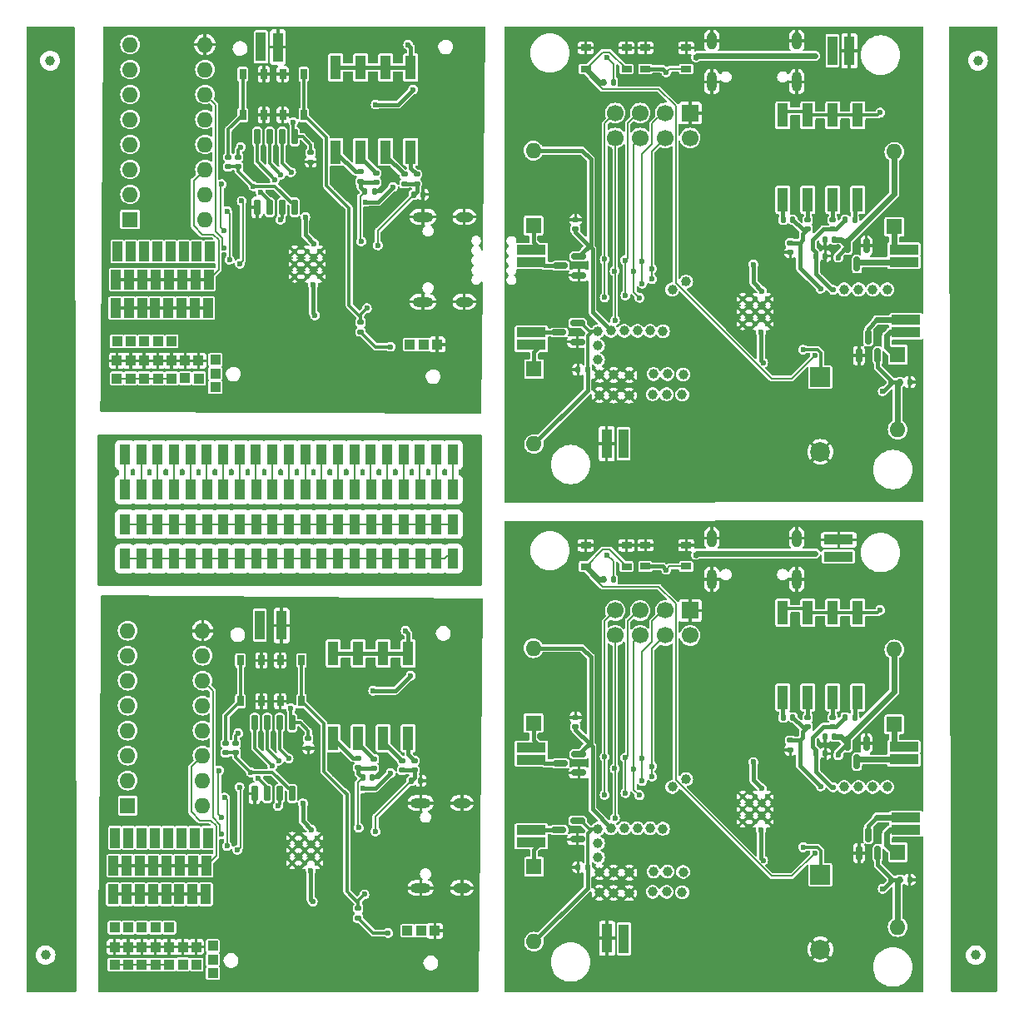
<source format=gbl>
G04 #@! TF.GenerationSoftware,KiCad,Pcbnew,7.0.5*
G04 #@! TF.CreationDate,2023-10-02T17:03:19+03:00*
G04 #@! TF.ProjectId,RP2040_minimal - Copy,52503230-3430-45f6-9d69-6e696d616c20,REV1*
G04 #@! TF.SameCoordinates,Original*
G04 #@! TF.FileFunction,Copper,L2,Bot*
G04 #@! TF.FilePolarity,Positive*
%FSLAX46Y46*%
G04 Gerber Fmt 4.6, Leading zero omitted, Abs format (unit mm)*
G04 Created by KiCad (PCBNEW 7.0.5) date 2023-10-02 17:03:19*
%MOMM*%
%LPD*%
G01*
G04 APERTURE LIST*
G04 Aperture macros list*
%AMRoundRect*
0 Rectangle with rounded corners*
0 $1 Rounding radius*
0 $2 $3 $4 $5 $6 $7 $8 $9 X,Y pos of 4 corners*
0 Add a 4 corners polygon primitive as box body*
4,1,4,$2,$3,$4,$5,$6,$7,$8,$9,$2,$3,0*
0 Add four circle primitives for the rounded corners*
1,1,$1+$1,$2,$3*
1,1,$1+$1,$4,$5*
1,1,$1+$1,$6,$7*
1,1,$1+$1,$8,$9*
0 Add four rect primitives between the rounded corners*
20,1,$1+$1,$2,$3,$4,$5,0*
20,1,$1+$1,$4,$5,$6,$7,0*
20,1,$1+$1,$6,$7,$8,$9,0*
20,1,$1+$1,$8,$9,$2,$3,0*%
G04 Aperture macros list end*
G04 #@! TA.AperFunction,ComponentPad*
%ADD10R,1.000000X3.000000*%
G04 #@! TD*
G04 #@! TA.AperFunction,ComponentPad*
%ADD11R,3.000000X1.000000*%
G04 #@! TD*
G04 #@! TA.AperFunction,ComponentPad*
%ADD12R,1.600000X1.600000*%
G04 #@! TD*
G04 #@! TA.AperFunction,ComponentPad*
%ADD13O,1.600000X1.600000*%
G04 #@! TD*
G04 #@! TA.AperFunction,ComponentPad*
%ADD14O,1.000000X2.100000*%
G04 #@! TD*
G04 #@! TA.AperFunction,ComponentPad*
%ADD15O,1.000000X1.800000*%
G04 #@! TD*
G04 #@! TA.AperFunction,ComponentPad*
%ADD16O,2.100000X1.000000*%
G04 #@! TD*
G04 #@! TA.AperFunction,ComponentPad*
%ADD17O,1.800000X1.000000*%
G04 #@! TD*
G04 #@! TA.AperFunction,ComponentPad*
%ADD18C,0.600000*%
G04 #@! TD*
G04 #@! TA.AperFunction,ComponentPad*
%ADD19R,1.700000X1.700000*%
G04 #@! TD*
G04 #@! TA.AperFunction,ComponentPad*
%ADD20C,1.700000*%
G04 #@! TD*
G04 #@! TA.AperFunction,SMDPad,CuDef*
%ADD21RoundRect,0.140000X0.140000X0.170000X-0.140000X0.170000X-0.140000X-0.170000X0.140000X-0.170000X0*%
G04 #@! TD*
G04 #@! TA.AperFunction,SMDPad,CuDef*
%ADD22C,1.000000*%
G04 #@! TD*
G04 #@! TA.AperFunction,SMDPad,CuDef*
%ADD23RoundRect,0.150000X-0.150000X0.587500X-0.150000X-0.587500X0.150000X-0.587500X0.150000X0.587500X0*%
G04 #@! TD*
G04 #@! TA.AperFunction,SMDPad,CuDef*
%ADD24R,1.000000X1.000000*%
G04 #@! TD*
G04 #@! TA.AperFunction,SMDPad,CuDef*
%ADD25R,1.000000X2.000000*%
G04 #@! TD*
G04 #@! TA.AperFunction,SMDPad,CuDef*
%ADD26RoundRect,0.140000X-0.140000X-0.170000X0.140000X-0.170000X0.140000X0.170000X-0.140000X0.170000X0*%
G04 #@! TD*
G04 #@! TA.AperFunction,SMDPad,CuDef*
%ADD27RoundRect,0.140000X-0.170000X0.140000X-0.170000X-0.140000X0.170000X-0.140000X0.170000X0.140000X0*%
G04 #@! TD*
G04 #@! TA.AperFunction,SMDPad,CuDef*
%ADD28RoundRect,0.150000X0.150000X-0.650000X0.150000X0.650000X-0.150000X0.650000X-0.150000X-0.650000X0*%
G04 #@! TD*
G04 #@! TA.AperFunction,SMDPad,CuDef*
%ADD29RoundRect,0.140000X0.170000X-0.140000X0.170000X0.140000X-0.170000X0.140000X-0.170000X-0.140000X0*%
G04 #@! TD*
G04 #@! TA.AperFunction,SMDPad,CuDef*
%ADD30RoundRect,0.150000X0.587500X0.150000X-0.587500X0.150000X-0.587500X-0.150000X0.587500X-0.150000X0*%
G04 #@! TD*
G04 #@! TA.AperFunction,SMDPad,CuDef*
%ADD31R,1.050000X0.650000*%
G04 #@! TD*
G04 #@! TA.AperFunction,SMDPad,CuDef*
%ADD32R,1.120000X2.440000*%
G04 #@! TD*
G04 #@! TA.AperFunction,SMDPad,CuDef*
%ADD33R,0.650000X1.050000*%
G04 #@! TD*
G04 #@! TA.AperFunction,SMDPad,CuDef*
%ADD34RoundRect,0.150000X0.150000X-0.587500X0.150000X0.587500X-0.150000X0.587500X-0.150000X-0.587500X0*%
G04 #@! TD*
G04 #@! TA.AperFunction,ComponentPad*
%ADD35R,2.000000X2.000000*%
G04 #@! TD*
G04 #@! TA.AperFunction,ComponentPad*
%ADD36C,2.000000*%
G04 #@! TD*
G04 #@! TA.AperFunction,ViaPad*
%ADD37C,0.600000*%
G04 #@! TD*
G04 #@! TA.AperFunction,Conductor*
%ADD38C,0.200000*%
G04 #@! TD*
G04 #@! TA.AperFunction,Conductor*
%ADD39C,0.400000*%
G04 #@! TD*
G04 #@! TA.AperFunction,Conductor*
%ADD40C,0.300000*%
G04 #@! TD*
G04 #@! TA.AperFunction,Conductor*
%ADD41C,0.150000*%
G04 #@! TD*
G04 #@! TA.AperFunction,Conductor*
%ADD42C,0.600000*%
G04 #@! TD*
G04 APERTURE END LIST*
D10*
X158129926Y-62950000D03*
X159849926Y-62980000D03*
X158166593Y-113270000D03*
X159886593Y-113300000D03*
D11*
X181696593Y-74450000D03*
X181726593Y-72730000D03*
D10*
X181086593Y-22980000D03*
X182806593Y-23010000D03*
X124696593Y-22630000D03*
X122976593Y-22600000D03*
X125076593Y-81440000D03*
X122866593Y-81420000D03*
D12*
X150683408Y-40768903D03*
D13*
X150683408Y-33148903D03*
D11*
X188575908Y-50378903D03*
X188575908Y-51648903D03*
X188575908Y-100987806D03*
X188575908Y-102257806D03*
D14*
X177467158Y-76762806D03*
D15*
X177467158Y-72582806D03*
D14*
X168827158Y-76762806D03*
D15*
X168827158Y-72582806D03*
D11*
X150468408Y-103527806D03*
X150468408Y-102257806D03*
X150468408Y-95112806D03*
X150468408Y-93842806D03*
D16*
X139468593Y-48528000D03*
D17*
X143648593Y-48528000D03*
D16*
X139468593Y-39888000D03*
D17*
X143648593Y-39888000D03*
D18*
X126408343Y-43426000D03*
X126408343Y-44701000D03*
X126408343Y-45976000D03*
X127683343Y-43426000D03*
X127683343Y-44701000D03*
X127683343Y-45976000D03*
X128958343Y-43426000D03*
X128958343Y-44701000D03*
X128958343Y-45976000D03*
D12*
X187392158Y-91507806D03*
D13*
X187392158Y-83887806D03*
D14*
X177467158Y-26153903D03*
D15*
X177467158Y-21973903D03*
D14*
X168827158Y-26153903D03*
D15*
X168827158Y-21973903D03*
D12*
X187737408Y-53902903D03*
D13*
X187737408Y-61522903D03*
D12*
X187392158Y-40898903D03*
D13*
X187392158Y-33278903D03*
D19*
X166623408Y-29323623D03*
D20*
X166623408Y-31863623D03*
X164083408Y-29323623D03*
X164083408Y-31863623D03*
X161543408Y-29323623D03*
X161543408Y-31863623D03*
X159003408Y-29323623D03*
X159003408Y-31863623D03*
D18*
X171967158Y-98862806D03*
X171967158Y-100137806D03*
X171967158Y-101412806D03*
X173242158Y-98862806D03*
X173242158Y-100137806D03*
X173242158Y-101412806D03*
X174517158Y-98862806D03*
X174517158Y-100137806D03*
X174517158Y-101412806D03*
D11*
X150468408Y-44503903D03*
X150468408Y-43233903D03*
D12*
X150683408Y-91377806D03*
D13*
X150683408Y-83757806D03*
D12*
X150743408Y-105987806D03*
D13*
X150743408Y-113607806D03*
D16*
X139225071Y-108155518D03*
D17*
X143405071Y-108155518D03*
D16*
X139225071Y-99515518D03*
D17*
X143405071Y-99515518D03*
D12*
X187737408Y-104511806D03*
D13*
X187737408Y-112131806D03*
D18*
X171967158Y-48253903D03*
X171967158Y-49528903D03*
X171967158Y-50803903D03*
X173242158Y-48253903D03*
X173242158Y-49528903D03*
X173242158Y-50803903D03*
X174517158Y-48253903D03*
X174517158Y-49528903D03*
X174517158Y-50803903D03*
D12*
X150743408Y-55378903D03*
D13*
X150743408Y-62998903D03*
D11*
X188350908Y-93812806D03*
X188350908Y-95082806D03*
X150468408Y-52918903D03*
X150468408Y-51648903D03*
D18*
X126164821Y-103053518D03*
X126164821Y-104328518D03*
X126164821Y-105603518D03*
X127439821Y-103053518D03*
X127439821Y-104328518D03*
X127439821Y-105603518D03*
X128714821Y-103053518D03*
X128714821Y-104328518D03*
X128714821Y-105603518D03*
D19*
X166623408Y-79932526D03*
D20*
X166623408Y-82472526D03*
X164083408Y-79932526D03*
X164083408Y-82472526D03*
X161543408Y-79932526D03*
X161543408Y-82472526D03*
X159003408Y-79932526D03*
X159003408Y-82472526D03*
D11*
X188350908Y-43203903D03*
X188350908Y-44473903D03*
D21*
X180368408Y-43873623D03*
X179408408Y-43873623D03*
D22*
X158823408Y-108662526D03*
X159908408Y-102082526D03*
D23*
X182642158Y-42828903D03*
X184542158Y-42828903D03*
X183592158Y-44703903D03*
D21*
X181297158Y-92787806D03*
X180337158Y-92787806D03*
D24*
X115275151Y-56296558D03*
D25*
X111979229Y-108799076D03*
D26*
X176109408Y-40186903D03*
X177069408Y-40186903D03*
D21*
X158813408Y-76797806D03*
X157853408Y-76797806D03*
D27*
X128038593Y-33344000D03*
X128038593Y-34304000D03*
D25*
X114867619Y-103049076D03*
X122484593Y-71140000D03*
X115812593Y-67620000D03*
D28*
X126387593Y-38920000D03*
X125117593Y-38920000D03*
X123847593Y-38920000D03*
X122577593Y-38920000D03*
X122577593Y-31720000D03*
X123847593Y-31720000D03*
X125117593Y-31720000D03*
X126387593Y-31720000D03*
D24*
X113631629Y-114149076D03*
D25*
X109722349Y-43421558D03*
D26*
X187991408Y-56696903D03*
X188951408Y-56696903D03*
D25*
X124152593Y-67620000D03*
D22*
X185208408Y-47273623D03*
X101076593Y-114980000D03*
D25*
X114921149Y-49171558D03*
D22*
X162898408Y-106482526D03*
D27*
X181133408Y-90795806D03*
X181133408Y-91755806D03*
D25*
X130824593Y-74660000D03*
D24*
X111100151Y-56321558D03*
X116431629Y-115949076D03*
D29*
X119413071Y-94383518D03*
X119413071Y-93423518D03*
D25*
X109280831Y-108799076D03*
X110630030Y-108799076D03*
D24*
X118325151Y-57196558D03*
D25*
X114130593Y-64100000D03*
D30*
X155160908Y-50698903D03*
X155160908Y-52598903D03*
X153285908Y-51648903D03*
D25*
X132492593Y-71140000D03*
X134160593Y-71140000D03*
D24*
X112487651Y-56321558D03*
D27*
X120429071Y-93423518D03*
X120429071Y-94383518D03*
D22*
X162808408Y-57933623D03*
D21*
X181297158Y-42178903D03*
X180337158Y-42178903D03*
D25*
X134160593Y-74660000D03*
D31*
X166228408Y-73292806D03*
X162078408Y-73292806D03*
X166228408Y-75442806D03*
X162078408Y-75442806D03*
D25*
X109331629Y-105899076D03*
X130824593Y-71140000D03*
D27*
X134470071Y-95037851D03*
X134470071Y-95997851D03*
D25*
X117619547Y-49171558D03*
D24*
X113644129Y-112174076D03*
D25*
X130824593Y-67620000D03*
D24*
X112244129Y-115949076D03*
D25*
X122470593Y-64100000D03*
X108175151Y-49171558D03*
X110808593Y-71140000D03*
X135828593Y-71140000D03*
X115111141Y-43421558D03*
X116321146Y-46271558D03*
X115798593Y-64100000D03*
D22*
X161258408Y-51473623D03*
X164308408Y-55873623D03*
X161258408Y-102082526D03*
X101526593Y-24000000D03*
D30*
X155318408Y-43918903D03*
X155318408Y-45818903D03*
X153443408Y-44868903D03*
D27*
X178593408Y-90795806D03*
X178593408Y-91755806D03*
D25*
X129156593Y-74660000D03*
X117808340Y-43421558D03*
X127488593Y-71140000D03*
X140832593Y-71140000D03*
X135814593Y-64100000D03*
D24*
X116381629Y-114149076D03*
D31*
X166228408Y-22683903D03*
X162078408Y-22683903D03*
X166228408Y-24833903D03*
X162078408Y-24833903D03*
D22*
X157398408Y-108632526D03*
D25*
X132478593Y-64100000D03*
D32*
X130578593Y-24678000D03*
X133118593Y-24678000D03*
X135658593Y-24678000D03*
X138198593Y-24678000D03*
X138198593Y-33288000D03*
X135658593Y-33288000D03*
X133118593Y-33288000D03*
X130578593Y-33288000D03*
D29*
X176815408Y-94097806D03*
X176815408Y-93137806D03*
D24*
X113887651Y-52546558D03*
D25*
X125820593Y-74660000D03*
D24*
X112244129Y-114149076D03*
D29*
X154971408Y-91755806D03*
X154971408Y-90795806D03*
X133118593Y-51576000D03*
X133118593Y-50616000D03*
D25*
X117480593Y-67620000D03*
X135828593Y-74660000D03*
D24*
X115031629Y-114149076D03*
D22*
X157433408Y-55938903D03*
X157258408Y-103582526D03*
D31*
X160153408Y-73297806D03*
X156003408Y-73297806D03*
X160153408Y-75447806D03*
X156003408Y-75447806D03*
D25*
X107931629Y-108799076D03*
D24*
X113875151Y-56321558D03*
D25*
X109140593Y-74660000D03*
D24*
X139512651Y-52871558D03*
D25*
X140832593Y-74660000D03*
X142500593Y-67620000D03*
X111069547Y-43421558D03*
D24*
X118081629Y-114049076D03*
X116625151Y-54521558D03*
D25*
X110826025Y-103049076D03*
D22*
X157258408Y-54423623D03*
D25*
X113763943Y-43421558D03*
D24*
X109481629Y-112174076D03*
D32*
X176053408Y-29544903D03*
X178593408Y-29544903D03*
X181133408Y-29544903D03*
X183673408Y-29544903D03*
X183673408Y-38154903D03*
X181133408Y-38154903D03*
X178593408Y-38154903D03*
X176053408Y-38154903D03*
D25*
X109126593Y-64100000D03*
X122484593Y-67620000D03*
D22*
X160408408Y-58063623D03*
D24*
X110856629Y-115949076D03*
D22*
X157258408Y-52973623D03*
D25*
X125806593Y-64100000D03*
X137496593Y-74660000D03*
D24*
X109469129Y-114149076D03*
D22*
X195906593Y-24000000D03*
D25*
X137496593Y-71140000D03*
D22*
X157258408Y-51523623D03*
X157398408Y-58023623D03*
D25*
X124138593Y-64100000D03*
D24*
X111100151Y-54521558D03*
X108325151Y-54521558D03*
D26*
X187991408Y-107305806D03*
X188951408Y-107305806D03*
D28*
X126144071Y-98547518D03*
X124874071Y-98547518D03*
X123604071Y-98547518D03*
X122334071Y-98547518D03*
X122334071Y-91347518D03*
X123604071Y-91347518D03*
X124874071Y-91347518D03*
X126144071Y-91347518D03*
D25*
X116458340Y-43421558D03*
D22*
X186658408Y-97882526D03*
X195666593Y-114980000D03*
X157433408Y-106547806D03*
D33*
X125185593Y-25371000D03*
X125185593Y-29521000D03*
X127335593Y-25371000D03*
X127335593Y-29521000D03*
D25*
X113520421Y-103049076D03*
D22*
X165908408Y-106522526D03*
D25*
X125820593Y-67620000D03*
D29*
X176815408Y-43488903D03*
X176815408Y-42528903D03*
D31*
X160153408Y-22688903D03*
X156003408Y-22688903D03*
X160153408Y-24838903D03*
X156003408Y-24838903D03*
D25*
X129156593Y-67620000D03*
D24*
X108337651Y-52546558D03*
D33*
X123271593Y-29521000D03*
X123271593Y-25371000D03*
X121121593Y-29521000D03*
X121121593Y-25371000D03*
D25*
X125820593Y-71140000D03*
X113328428Y-108799076D03*
D22*
X164308408Y-106482526D03*
D24*
X116675151Y-56321558D03*
X115275151Y-54521558D03*
D25*
X114971947Y-46271558D03*
D27*
X133113593Y-35310333D03*
X133113593Y-36270333D03*
D25*
X140832593Y-67620000D03*
D22*
X182308408Y-97882526D03*
D25*
X116077624Y-105899076D03*
X112173223Y-103049076D03*
D22*
X182308408Y-47273623D03*
D25*
X110808593Y-74660000D03*
X129156593Y-71140000D03*
X114144593Y-74660000D03*
D24*
X118325151Y-55809058D03*
D33*
X123028071Y-89148518D03*
X123028071Y-84998518D03*
X120878071Y-89148518D03*
X120878071Y-84998518D03*
D22*
X157258408Y-102132526D03*
D25*
X113571950Y-49171558D03*
X112462593Y-64100000D03*
X139164593Y-67620000D03*
X112222751Y-49171558D03*
D24*
X139269129Y-112499076D03*
D25*
X109524353Y-49171558D03*
D22*
X165908408Y-55913623D03*
D30*
X155318408Y-94527806D03*
X155318408Y-96427806D03*
X153443408Y-95477806D03*
D25*
X139164593Y-71140000D03*
D24*
X118081629Y-116824076D03*
D25*
X117480593Y-71140000D03*
X117480593Y-74660000D03*
D24*
X109469129Y-115949076D03*
D27*
X181133408Y-40186903D03*
X181133408Y-41146903D03*
D22*
X160443408Y-106587806D03*
D29*
X154971408Y-41146903D03*
X154971408Y-40186903D03*
D32*
X130335071Y-84305518D03*
X132875071Y-84305518D03*
X135415071Y-84305518D03*
X137955071Y-84305518D03*
X137955071Y-92915518D03*
X135415071Y-92915518D03*
X132875071Y-92915518D03*
X130335071Y-92915518D03*
D25*
X119134593Y-64100000D03*
X127488593Y-74660000D03*
X110680828Y-105899076D03*
D22*
X163858408Y-51523623D03*
D24*
X113875151Y-54521558D03*
X112256629Y-112174076D03*
X115031629Y-115924076D03*
D25*
X124152593Y-71140000D03*
D22*
X166218408Y-97082526D03*
D34*
X185705408Y-104608806D03*
X183805408Y-104608806D03*
X184755408Y-102733806D03*
D25*
X127474593Y-64100000D03*
D22*
X160443408Y-55978903D03*
D25*
X109575151Y-46271558D03*
X134146593Y-64100000D03*
D21*
X134513593Y-37310333D03*
X133553593Y-37310333D03*
D30*
X155160908Y-101307806D03*
X155160908Y-103207806D03*
X153285908Y-102257806D03*
D21*
X134270071Y-96937851D03*
X133310071Y-96937851D03*
D25*
X109140593Y-71140000D03*
D22*
X162808408Y-108542526D03*
D25*
X112416745Y-43421558D03*
X110873552Y-49171558D03*
D24*
X110856629Y-114149076D03*
D35*
X179863408Y-56188903D03*
D36*
X179863408Y-63788903D03*
D21*
X180368408Y-94482526D03*
X179408408Y-94482526D03*
D25*
X122484593Y-74660000D03*
X137496593Y-67620000D03*
D23*
X182642158Y-93437806D03*
X184542158Y-93437806D03*
X183592158Y-95312806D03*
D24*
X112487651Y-54521558D03*
D25*
X115812593Y-74660000D03*
D22*
X158858408Y-55968903D03*
D25*
X127488593Y-67620000D03*
D24*
X113631629Y-115949076D03*
D25*
X139150593Y-64100000D03*
D27*
X138570071Y-95187851D03*
X138570071Y-96147851D03*
D22*
X165818408Y-108582526D03*
D25*
X114728425Y-105899076D03*
X107982427Y-105899076D03*
D22*
X158858408Y-106577806D03*
X164808408Y-97882526D03*
D25*
X116214818Y-103049076D03*
D27*
X120672593Y-33796000D03*
X120672593Y-34756000D03*
D25*
X109478827Y-103049076D03*
D21*
X156185408Y-55426903D03*
X155225408Y-55426903D03*
D24*
X140900151Y-52871558D03*
D25*
X110808593Y-67620000D03*
X142486593Y-64100000D03*
X129142593Y-64100000D03*
X120816593Y-67620000D03*
D24*
X109725151Y-52546558D03*
D25*
X119148593Y-71140000D03*
D29*
X132875071Y-111203518D03*
X132875071Y-110243518D03*
D25*
X109140593Y-67620000D03*
D21*
X183363408Y-90795806D03*
X182403408Y-90795806D03*
D22*
X159908408Y-51473623D03*
X158558408Y-51473623D03*
X165818408Y-57973623D03*
D27*
X134713593Y-35410333D03*
X134713593Y-36370333D03*
X137320071Y-95187851D03*
X137320071Y-96147851D03*
D22*
X163858408Y-102132526D03*
D25*
X108131629Y-103049076D03*
X110794593Y-64100000D03*
D27*
X137563593Y-35560333D03*
X137563593Y-36520333D03*
D22*
X164808408Y-47273623D03*
X158823408Y-58053623D03*
D25*
X139164593Y-74660000D03*
X110924350Y-46271558D03*
D29*
X119656593Y-34756000D03*
X119656593Y-33796000D03*
D24*
X140656629Y-112499076D03*
D21*
X158813408Y-26188903D03*
X157853408Y-26188903D03*
D26*
X176109408Y-90795806D03*
X177069408Y-90795806D03*
D25*
X117426823Y-105899076D03*
D24*
X110869129Y-112174076D03*
D25*
X112030027Y-105899076D03*
D24*
X137881629Y-112499076D03*
D25*
X142500593Y-71140000D03*
X117670345Y-46271558D03*
D27*
X127795071Y-92971518D03*
X127795071Y-93931518D03*
D24*
X118325151Y-54421558D03*
D22*
X183758408Y-47273623D03*
D12*
X109420071Y-99767851D03*
D13*
X109420071Y-97227851D03*
X109420071Y-94687851D03*
X109420071Y-92147851D03*
X109420071Y-89607851D03*
X109420071Y-87067851D03*
X109420071Y-84527851D03*
X109420071Y-81987851D03*
X117040071Y-81987851D03*
X117040071Y-84527851D03*
X117040071Y-87067851D03*
X117040071Y-89607851D03*
X117040071Y-92147851D03*
X117040071Y-94687851D03*
X117040071Y-97227851D03*
X117040071Y-99767851D03*
D22*
X160408408Y-108672526D03*
X162898408Y-55873623D03*
X166218408Y-46473623D03*
D25*
X140818593Y-64100000D03*
D24*
X109712651Y-54521558D03*
D25*
X120802593Y-64100000D03*
X120816593Y-71140000D03*
X116270348Y-49171558D03*
X124152593Y-74660000D03*
D35*
X179863408Y-106797806D03*
D36*
X179863408Y-114397806D03*
D25*
X112476593Y-71140000D03*
X112273549Y-46271558D03*
X113379226Y-105899076D03*
D22*
X162558408Y-102082526D03*
X158558408Y-102082526D03*
D25*
X115812593Y-71140000D03*
D22*
X183758408Y-97882526D03*
D25*
X112476593Y-74660000D03*
X117466593Y-64100000D03*
D24*
X108094129Y-112174076D03*
D27*
X178593408Y-40186903D03*
X178593408Y-41146903D03*
D24*
X138125151Y-52871558D03*
D22*
X186658408Y-47273623D03*
X162558408Y-51473623D03*
D25*
X120816593Y-74660000D03*
X130810593Y-64100000D03*
D33*
X124942071Y-84998518D03*
X124942071Y-89148518D03*
X127092071Y-84998518D03*
X127092071Y-89148518D03*
D25*
X108225949Y-46271558D03*
D21*
X156185408Y-106035806D03*
X155225408Y-106035806D03*
D24*
X109712651Y-56321558D03*
D25*
X135828593Y-67620000D03*
X114144593Y-71140000D03*
D24*
X108081629Y-115949076D03*
D25*
X116026826Y-108799076D03*
X114144593Y-67620000D03*
X113622748Y-46271558D03*
D24*
X112500151Y-52546558D03*
D25*
X132492593Y-74660000D03*
X142500593Y-74660000D03*
X117376025Y-108799076D03*
D27*
X132870071Y-94937851D03*
X132870071Y-95897851D03*
D22*
X164218408Y-108542526D03*
D21*
X139463593Y-37610333D03*
X138503593Y-37610333D03*
D24*
X108081629Y-114149076D03*
D25*
X108375151Y-43421558D03*
X119148593Y-74660000D03*
D34*
X185705408Y-53999903D03*
X183805408Y-53999903D03*
X184755408Y-52124903D03*
D25*
X114677627Y-108799076D03*
D21*
X183363408Y-40186903D03*
X182403408Y-40186903D03*
D22*
X157258408Y-105032526D03*
D21*
X139220071Y-97237851D03*
X138260071Y-97237851D03*
D25*
X132492593Y-67620000D03*
X119148593Y-67620000D03*
X117564818Y-103049076D03*
D22*
X185208408Y-97882526D03*
X164218408Y-57933623D03*
D24*
X111112651Y-52546558D03*
X118081629Y-115436576D03*
D25*
X112476593Y-67620000D03*
X137482593Y-64100000D03*
D24*
X108325151Y-56321558D03*
D32*
X176053408Y-80153806D03*
X178593408Y-80153806D03*
X181133408Y-80153806D03*
X183673408Y-80153806D03*
X183673408Y-88763806D03*
X181133408Y-88763806D03*
X178593408Y-88763806D03*
X176053408Y-88763806D03*
D27*
X138813593Y-35560333D03*
X138813593Y-36520333D03*
D25*
X134160593Y-67620000D03*
D12*
X109663593Y-40140333D03*
D13*
X109663593Y-37600333D03*
X109663593Y-35060333D03*
X109663593Y-32520333D03*
X109663593Y-29980333D03*
X109663593Y-27440333D03*
X109663593Y-24900333D03*
X109663593Y-22360333D03*
X117283593Y-22360333D03*
X117283593Y-24900333D03*
X117283593Y-27440333D03*
X117283593Y-29980333D03*
X117283593Y-32520333D03*
X117283593Y-35060333D03*
X117283593Y-37600333D03*
X117283593Y-40140333D03*
D37*
X114066593Y-74670000D03*
X114086593Y-71160000D03*
X134146593Y-74660000D03*
X134206593Y-71030000D03*
X120716593Y-74650000D03*
X120696593Y-71160000D03*
X132446593Y-104120000D03*
X130776593Y-107940000D03*
X174042158Y-54728903D03*
X173842128Y-51628903D03*
X173942158Y-47428903D03*
X173042158Y-44728897D03*
X162808408Y-55973623D03*
X158158408Y-23673623D03*
X164168408Y-57983623D03*
X165908408Y-55973623D03*
X185963408Y-29268903D03*
X167217158Y-23653903D03*
X164258408Y-55923623D03*
X179342158Y-23503903D03*
X165818408Y-58033623D03*
X162718408Y-58033623D03*
X166073408Y-46608903D03*
X164883408Y-47278903D03*
X161208408Y-51423623D03*
X111175151Y-52546558D03*
X159908408Y-51423623D03*
X112425151Y-52571558D03*
X158558408Y-51423623D03*
X113862651Y-52571558D03*
X157258408Y-51573623D03*
X118350151Y-54396558D03*
X157258408Y-52973623D03*
X118325151Y-55796558D03*
X157258408Y-54423623D03*
X118350151Y-57196558D03*
X178113408Y-53388903D03*
X160033408Y-44288903D03*
X160043408Y-47878903D03*
X118975651Y-36571558D03*
X119225651Y-41311558D03*
X186212158Y-57628903D03*
X181682158Y-44038903D03*
X186658408Y-47273623D03*
X185208408Y-47223623D03*
X183758408Y-47173623D03*
X182308408Y-47273623D03*
X181181074Y-47304987D03*
X134863593Y-42781500D03*
X179887158Y-47204403D03*
X133163593Y-42381500D03*
X161463408Y-48108903D03*
X160893408Y-45468903D03*
X119225151Y-43021558D03*
X157928408Y-44198903D03*
X157928408Y-48078903D03*
X119525151Y-39321558D03*
X119775151Y-44250500D03*
X161753408Y-46668903D03*
X161753408Y-44378903D03*
X120825151Y-44650500D03*
X121025151Y-38271558D03*
X162747370Y-46212865D03*
X162763408Y-45158903D03*
X158953408Y-45408903D03*
X158973408Y-50418903D03*
X163858408Y-51473623D03*
X108275151Y-52621558D03*
X162558408Y-51423623D03*
X109750151Y-52521558D03*
X125002968Y-35586375D03*
X124383343Y-36082000D03*
X124956968Y-40179625D03*
X122943968Y-37366625D03*
X126037968Y-35351375D03*
X122196593Y-36766625D03*
X179303408Y-53998903D03*
X133744593Y-49176000D03*
X138075151Y-52921558D03*
X139500151Y-52896558D03*
X164193408Y-25178903D03*
X128283313Y-46806000D03*
X128483343Y-49906000D03*
X127483343Y-39905994D03*
X128383343Y-42606000D03*
X133626593Y-38368000D03*
X111125151Y-56321558D03*
X116225151Y-49221558D03*
X117476593Y-71120000D03*
X134642593Y-28462000D03*
X129196593Y-71040000D03*
X114925151Y-49171558D03*
X136166593Y-53100000D03*
X113875151Y-56346558D03*
X142496593Y-74640000D03*
X108125151Y-49171558D03*
X138452593Y-26938000D03*
X117675151Y-49221558D03*
X120926593Y-32780000D03*
X117476593Y-74640000D03*
X142466593Y-71080000D03*
X112450151Y-56296558D03*
X113525151Y-49171558D03*
X108300151Y-56296558D03*
X116675151Y-56321558D03*
X126260593Y-30240000D03*
X137944593Y-22366000D03*
X109575151Y-49121558D03*
X129086593Y-74710000D03*
X109186593Y-71190000D03*
X109156593Y-74640000D03*
X136420593Y-36844000D03*
X109700151Y-56371558D03*
X115250151Y-56321558D03*
X110875151Y-49171558D03*
X112125151Y-49121558D03*
X113575151Y-46321558D03*
X112275151Y-46271558D03*
X114975151Y-46271558D03*
X108275151Y-46271558D03*
X109625151Y-46221558D03*
X117670348Y-46271558D03*
X110975151Y-46271558D03*
X116275151Y-46221558D03*
X172242158Y-40728911D03*
X180192158Y-45528903D03*
X168877158Y-62888903D03*
X164042158Y-38728903D03*
X176777158Y-55788903D03*
X173857158Y-58648903D03*
X170907158Y-56188903D03*
X168873408Y-31438903D03*
X170192158Y-29878903D03*
X173242158Y-40728903D03*
X158838408Y-58023623D03*
X160423408Y-55938903D03*
X165242158Y-50728903D03*
X177223408Y-29738903D03*
X178822158Y-51178903D03*
X177142158Y-37153903D03*
X184742158Y-38528903D03*
X158873408Y-55938903D03*
X177242158Y-41728903D03*
X157398408Y-58043623D03*
X183242158Y-27528903D03*
X181858408Y-63123623D03*
X176242158Y-41728903D03*
X166128408Y-45258903D03*
X180192158Y-44528903D03*
X178617158Y-58068903D03*
X160388408Y-58023623D03*
X157433408Y-55958903D03*
X182212158Y-51133903D03*
X169937158Y-57578903D03*
X184672158Y-57418903D03*
X130683343Y-36906000D03*
X111100151Y-54521558D03*
X133150608Y-54546462D03*
X119683343Y-45906000D03*
X116575151Y-54496558D03*
X140925151Y-52871558D03*
X139722593Y-24398000D03*
X131236593Y-48230000D03*
X134633343Y-39706000D03*
X134633343Y-40706000D03*
X133058343Y-53246000D03*
X139363593Y-33710333D03*
X125348343Y-51366000D03*
X127683343Y-35906000D03*
X131713593Y-32310333D03*
X113850151Y-54521558D03*
X112500151Y-54546558D03*
X124378343Y-52756000D03*
X126683343Y-35906008D03*
X108325151Y-54521558D03*
X135683343Y-46011000D03*
X131683343Y-36906000D03*
X128298343Y-53826000D03*
X120569593Y-40436000D03*
X109675151Y-54546558D03*
X115300151Y-54496558D03*
X132846593Y-43630000D03*
X131218343Y-50966000D03*
X127025151Y-22321558D03*
X108386359Y-43421558D03*
X109733557Y-43421558D03*
X111069547Y-43421558D03*
X112427953Y-43421558D03*
X113775151Y-43421558D03*
X115122349Y-43421558D03*
X116469548Y-43421558D03*
X117819548Y-43421558D03*
X173842128Y-102237806D03*
X173942158Y-98037806D03*
X174042158Y-105337806D03*
X173042158Y-95337800D03*
X165818408Y-108642526D03*
X162718408Y-108642526D03*
X165908408Y-106582526D03*
X179342158Y-74112806D03*
X185963408Y-79877806D03*
X164168408Y-108592526D03*
X158158408Y-74282526D03*
X162808408Y-106582526D03*
X164258408Y-106532526D03*
X167217158Y-74262806D03*
X166073408Y-97217806D03*
X164883408Y-97887806D03*
X161208408Y-102032526D03*
X110931629Y-112174076D03*
X159908408Y-102032526D03*
X112181629Y-112199076D03*
X158558408Y-102032526D03*
X113619129Y-112199076D03*
X157258408Y-102182526D03*
X118106629Y-114024076D03*
X157258408Y-103582526D03*
X118081629Y-115424076D03*
X157258408Y-105032526D03*
X118106629Y-116824076D03*
X178113408Y-103997806D03*
X160043408Y-98487806D03*
X160033408Y-94897806D03*
X118732129Y-96199076D03*
X118982129Y-100939076D03*
X186212158Y-108237806D03*
X181682158Y-94647806D03*
X186658408Y-97882526D03*
X185208408Y-97832526D03*
X183758408Y-97782526D03*
X182308408Y-97882526D03*
X181181074Y-97913890D03*
X134620071Y-102409018D03*
X179887158Y-97813306D03*
X132920071Y-102009018D03*
X160893408Y-96077806D03*
X161463408Y-98717806D03*
X118981629Y-102649076D03*
X157928408Y-98687806D03*
X157928408Y-94807806D03*
X119531629Y-103878018D03*
X119281629Y-98949076D03*
X161753408Y-94987806D03*
X161753408Y-97277806D03*
X120581629Y-104278018D03*
X120781629Y-97899076D03*
X162747370Y-96821768D03*
X162763408Y-95767806D03*
X158953408Y-96017806D03*
X158973408Y-101027806D03*
X163858408Y-102082526D03*
X108031629Y-112249076D03*
X162558408Y-102032526D03*
X109506629Y-112149076D03*
X124759446Y-95213893D03*
X124139821Y-95709518D03*
X124713446Y-99807143D03*
X122700446Y-96994143D03*
X125794446Y-94978893D03*
X121953071Y-96394143D03*
X179303408Y-104607806D03*
X133501071Y-108803518D03*
X137831629Y-112549076D03*
X139256629Y-112524076D03*
X164193408Y-75787806D03*
X128139821Y-102233518D03*
X128239821Y-109533518D03*
X128039791Y-106433518D03*
X127239821Y-99533512D03*
X109331629Y-108749076D03*
X138209071Y-86565518D03*
X114681629Y-108799076D03*
X110631629Y-108799076D03*
X117431629Y-108849076D03*
X116431629Y-115949076D03*
X113281629Y-108799076D03*
X115006629Y-115949076D03*
X112206629Y-115924076D03*
X111881629Y-108749076D03*
X113631629Y-115974076D03*
X107881629Y-108799076D03*
X120683071Y-92407518D03*
X136177071Y-96471518D03*
X110881629Y-115949076D03*
X137701071Y-81993518D03*
X133383071Y-97995518D03*
X134399071Y-88089518D03*
X108056629Y-115924076D03*
X109456629Y-115999076D03*
X126017071Y-89867518D03*
X115981629Y-108849076D03*
X135923071Y-112727518D03*
X112031629Y-105899076D03*
X109381629Y-105849076D03*
X117426826Y-105899076D03*
X108031629Y-105899076D03*
X113331629Y-105949076D03*
X114731629Y-105899076D03*
X116031629Y-105849076D03*
X110731629Y-105899076D03*
X182212158Y-101742806D03*
X184742158Y-89137806D03*
X169937158Y-108187806D03*
X157398408Y-108652526D03*
X177242158Y-92337806D03*
X172242158Y-91337814D03*
X165242158Y-101337806D03*
X177223408Y-80347806D03*
X170907158Y-106797806D03*
X170192158Y-80487806D03*
X173857158Y-109257806D03*
X168877158Y-113497806D03*
X160423408Y-106547806D03*
X166128408Y-95867806D03*
X158838408Y-108632526D03*
X183242158Y-78137806D03*
X181858408Y-113732526D03*
X157433408Y-106567806D03*
X180192158Y-96137806D03*
X177142158Y-87762806D03*
X168873408Y-82047806D03*
X176242158Y-92337806D03*
X178822158Y-101787806D03*
X173242158Y-91337806D03*
X180192158Y-95137806D03*
X164042158Y-89337806D03*
X176777158Y-106397806D03*
X178617158Y-108677806D03*
X184672158Y-108027806D03*
X160388408Y-108632526D03*
X158873408Y-106547806D03*
X130439821Y-96533518D03*
X113606629Y-114149076D03*
X110856629Y-114149076D03*
X140681629Y-112499076D03*
X120326071Y-100063518D03*
X139479071Y-84025518D03*
X109431629Y-114174076D03*
X130974821Y-110593518D03*
X116331629Y-114124076D03*
X128054821Y-113453518D03*
X125104821Y-110993518D03*
X126439821Y-95533526D03*
X126781629Y-81949076D03*
X134389821Y-100333518D03*
X112256629Y-114174076D03*
X119439821Y-105533518D03*
X131439821Y-96533518D03*
X115056629Y-114124076D03*
X131470071Y-91937851D03*
X108081629Y-114149076D03*
X132907086Y-114173980D03*
X124134821Y-112383518D03*
X134389821Y-99333518D03*
X127439821Y-95533518D03*
X139120071Y-93337851D03*
X132814821Y-112873518D03*
X136916593Y-105185000D03*
X108142837Y-103049076D03*
X109490035Y-103049076D03*
X110826025Y-103049076D03*
X112184431Y-103049076D03*
X113531629Y-103049076D03*
X114878827Y-103049076D03*
X116226026Y-103049076D03*
X117576026Y-103049076D03*
D38*
X120676593Y-71140000D02*
X109140593Y-71140000D01*
X120696593Y-71160000D02*
X120676593Y-71140000D01*
X120716593Y-71140000D02*
X120696593Y-71160000D01*
D39*
X174042158Y-54728903D02*
X173832158Y-54518903D01*
X173832158Y-51638873D02*
X173842128Y-51628903D01*
X173042158Y-46538903D02*
X173932158Y-47428903D01*
X173042158Y-44728897D02*
X173042158Y-46538903D01*
X173932158Y-47428903D02*
X173942158Y-47428903D01*
X173832158Y-54518903D02*
X173832158Y-51638873D01*
D40*
X183673408Y-29544903D02*
X178593408Y-29544903D01*
X183673408Y-29544903D02*
X185687408Y-29544903D01*
D41*
X178593408Y-29544903D02*
X181133408Y-29544903D01*
D42*
X167217158Y-23653903D02*
X167342158Y-23528903D01*
D40*
X178187408Y-29138903D02*
X178593408Y-29544903D01*
D38*
X158813408Y-26188903D02*
X158813408Y-24328623D01*
D40*
X185687408Y-29544903D02*
X185963408Y-29268903D01*
X176459408Y-29138903D02*
X178187408Y-29138903D01*
X181133408Y-29544903D02*
X183673408Y-29544903D01*
X176053408Y-29544903D02*
X176459408Y-29138903D01*
D42*
X179317158Y-23528903D02*
X179342158Y-23503903D01*
X167342158Y-23528903D02*
X179317158Y-23528903D01*
D38*
X158813408Y-24328623D02*
X158158408Y-23673623D01*
D39*
X154971408Y-41456903D02*
X156375908Y-42861403D01*
X156682158Y-43167653D02*
X156682158Y-49547373D01*
X156375908Y-42861403D02*
X156682158Y-43167653D01*
X150683408Y-33148903D02*
X155643408Y-33148903D01*
X154971408Y-41146903D02*
X154971408Y-41456903D01*
X156513408Y-42723903D02*
X155825283Y-43412028D01*
X156513408Y-34018903D02*
X156513408Y-42723903D01*
X156513408Y-42723903D02*
X156375908Y-42861403D01*
X156682158Y-49547373D02*
X158558408Y-51423623D01*
X155643408Y-33148903D02*
X156513408Y-34018903D01*
X155825283Y-43412028D02*
X155318408Y-43918903D01*
X156375908Y-42861403D02*
X155825283Y-43412028D01*
D38*
X113887651Y-52546558D02*
X113875151Y-52571558D01*
D40*
X156248408Y-51983623D02*
X156708408Y-51523623D01*
D39*
X150743408Y-62998903D02*
X156185408Y-57556903D01*
D40*
X156356878Y-51523623D02*
X156708408Y-51523623D01*
X156248408Y-55363903D02*
X156248408Y-51983623D01*
X156185408Y-55426903D02*
X156248408Y-55363903D01*
D39*
X156185408Y-57556903D02*
X156185408Y-55426903D01*
D40*
X155160908Y-50698903D02*
X155532158Y-50698903D01*
X155532158Y-50698903D02*
X156356878Y-51523623D01*
D38*
X156708408Y-51523623D02*
X157258408Y-51523623D01*
D41*
X118325151Y-55796558D02*
X118325151Y-55809058D01*
D40*
X179903408Y-53750374D02*
X179541937Y-53388903D01*
X179903408Y-56148903D02*
X179903408Y-53750374D01*
X179541937Y-53388903D02*
X178113408Y-53388903D01*
X179863408Y-56188903D02*
X179903408Y-56148903D01*
D41*
X160043408Y-44298903D02*
X160033408Y-44288903D01*
X160033408Y-44288903D02*
X160258408Y-44063903D01*
X160043408Y-47878903D02*
X160043408Y-44298903D01*
X160258408Y-30353903D02*
X161543408Y-29068903D01*
X160258408Y-44063903D02*
X160258408Y-30353903D01*
D38*
X119225651Y-41311558D02*
X118883093Y-40969000D01*
X118883093Y-40969000D02*
X118883093Y-36664116D01*
X118883093Y-36664116D02*
X118975651Y-36571558D01*
D41*
X186212158Y-57628903D02*
X186881783Y-56959278D01*
D39*
X185705408Y-53999903D02*
X185705408Y-55172903D01*
D42*
X187692158Y-61798903D02*
X187692158Y-56996153D01*
D39*
X185705408Y-55172903D02*
X186881783Y-56349278D01*
X187229408Y-56696903D02*
X187991408Y-56696903D01*
X186212158Y-57628903D02*
X186297408Y-57628903D01*
X186297408Y-57628903D02*
X187229408Y-56696903D01*
D42*
X187692158Y-56996153D02*
X187991408Y-56696903D01*
D41*
X186881783Y-56959278D02*
X186881783Y-56349278D01*
D39*
X186881783Y-56349278D02*
X187229408Y-56696903D01*
X181682158Y-44038903D02*
X181682158Y-43788903D01*
D42*
X187392158Y-37553903D02*
X182642158Y-42303903D01*
X187392158Y-33278903D02*
X187392158Y-37553903D01*
X181297158Y-42178903D02*
X181992158Y-42178903D01*
X181992158Y-42178903D02*
X182642158Y-42828903D01*
D39*
X181682158Y-43788903D02*
X182642158Y-42828903D01*
D42*
X182642158Y-42303903D02*
X182642158Y-42828903D01*
D39*
X181049003Y-47304987D02*
X181181074Y-47304987D01*
X182403408Y-40186903D02*
X181443408Y-41146903D01*
X179101408Y-43178903D02*
X179411408Y-43488903D01*
X180173408Y-41146903D02*
X179101408Y-42218903D01*
X181133408Y-41146903D02*
X180173408Y-41146903D01*
X179411408Y-45667392D02*
X181049003Y-47304987D01*
X179101408Y-42218903D02*
X179101408Y-43178903D01*
X179411408Y-43488903D02*
X179411408Y-45667392D01*
X181443408Y-41146903D02*
X181133408Y-41146903D01*
X138813593Y-37300333D02*
X138503593Y-37610333D01*
D38*
X134863593Y-41253568D02*
X138503593Y-37613568D01*
D39*
X138813593Y-36520333D02*
X138813593Y-37300333D01*
D38*
X134863593Y-42781500D02*
X134863593Y-41253568D01*
X138503593Y-37613568D02*
X138503593Y-37610333D01*
D39*
X137563593Y-36520333D02*
X138813593Y-36520333D01*
X176815408Y-42528903D02*
X177775408Y-42528903D01*
X177775408Y-42528903D02*
X177775408Y-45092653D01*
X178029408Y-41146903D02*
X178593408Y-41146903D01*
X177069408Y-40186903D02*
X178029408Y-41146903D01*
X178085408Y-42218903D02*
X178085408Y-41654903D01*
X177775408Y-42528903D02*
X178085408Y-42218903D01*
X178085408Y-41654903D02*
X178593408Y-41146903D01*
X177775408Y-45092653D02*
X179887158Y-47204403D01*
X133213593Y-36370333D02*
X133113593Y-36270333D01*
X134713593Y-36370333D02*
X133213593Y-36370333D01*
D38*
X133553593Y-37310333D02*
X133076593Y-37787333D01*
X133076593Y-37787333D02*
X133076593Y-42294500D01*
X133076593Y-42294500D02*
X133163593Y-42381500D01*
D39*
X133113593Y-36270333D02*
X133113593Y-36870333D01*
X133113593Y-36870333D02*
X133553593Y-37310333D01*
D41*
X161463408Y-48108903D02*
X160903408Y-47548903D01*
X160903408Y-45458903D02*
X160903408Y-32503623D01*
X160893408Y-45468903D02*
X160903408Y-45458903D01*
X160903408Y-32503623D02*
X161543408Y-31863623D01*
X160903408Y-47548903D02*
X160903408Y-45478903D01*
X160903408Y-45478903D02*
X160893408Y-45468903D01*
D38*
X119075151Y-42071558D02*
X118333593Y-41330000D01*
X118333593Y-28490333D02*
X117283593Y-27440333D01*
X119225151Y-43021558D02*
X119075151Y-42871558D01*
X118333593Y-41330000D02*
X118333593Y-28490333D01*
X119075151Y-42871558D02*
X119075151Y-42071558D01*
D41*
X157928408Y-30398623D02*
X159003408Y-29323623D01*
X157928408Y-44198903D02*
X157928408Y-30398623D01*
X157928408Y-44198903D02*
X157928408Y-48078903D01*
D38*
X119525151Y-39321558D02*
X119775151Y-39571558D01*
X119775151Y-39571558D02*
X119775151Y-44250500D01*
D41*
X161753408Y-33514639D02*
X162758408Y-32509639D01*
X161753408Y-46668903D02*
X161753408Y-44378903D01*
X162758408Y-32509639D02*
X162758408Y-30393903D01*
X161753408Y-44378903D02*
X161753408Y-33514639D01*
X162758408Y-30393903D02*
X164083408Y-29068903D01*
D38*
X121119593Y-38366000D02*
X121119593Y-44356058D01*
X121119593Y-44356058D02*
X120825151Y-44650500D01*
X121025151Y-38271558D02*
X121119593Y-38366000D01*
D41*
X162747370Y-45142865D02*
X162747370Y-33199661D01*
X162747370Y-33199661D02*
X164083408Y-31863623D01*
X162763408Y-45158903D02*
X162747370Y-45142865D01*
X162747370Y-45174941D02*
X162763408Y-45158903D01*
X162747370Y-46212865D02*
X162747370Y-45174941D01*
X159003408Y-45458903D02*
X158953408Y-45408903D01*
X159003408Y-45358903D02*
X159003408Y-31608903D01*
X159003408Y-50388903D02*
X159003408Y-45458903D01*
X158953408Y-45408903D02*
X159003408Y-45358903D01*
X158973408Y-50418903D02*
X159003408Y-50388903D01*
D39*
X150743408Y-53643903D02*
X151468408Y-52918903D01*
D42*
X187392158Y-43162653D02*
X187350908Y-43203903D01*
D39*
X150683408Y-42448903D02*
X151468408Y-43233903D01*
D42*
X186983128Y-51648903D02*
X187575908Y-51648903D01*
X187392158Y-40898903D02*
X187392158Y-43162653D01*
D39*
X150743408Y-55378903D02*
X150743408Y-53643903D01*
X150683408Y-40768903D02*
X150683408Y-42448903D01*
D42*
X186642158Y-53128903D02*
X186642158Y-51989873D01*
X187692158Y-54178903D02*
X186642158Y-53128903D01*
X186642158Y-51989873D02*
X186983128Y-51648903D01*
D40*
X123847593Y-31720000D02*
X123847593Y-34431000D01*
X123847593Y-34431000D02*
X125002968Y-35586375D01*
X122577593Y-31720000D02*
X122577593Y-34276250D01*
X122577593Y-34276250D02*
X124383343Y-36082000D01*
X125117593Y-40019000D02*
X124956968Y-40179625D01*
X125117593Y-38920000D02*
X125117593Y-40019000D01*
X123847593Y-38270250D02*
X122943968Y-37366625D01*
X123847593Y-38920000D02*
X123847593Y-38270250D01*
X125117593Y-31720000D02*
X125117593Y-34431000D01*
X125117593Y-34431000D02*
X126037968Y-35351375D01*
X120672593Y-34756000D02*
X120672593Y-35242625D01*
X124400614Y-36766625D02*
X122196593Y-36766625D01*
X126387593Y-38753604D02*
X124400614Y-36766625D01*
X119656593Y-34756000D02*
X120672593Y-34756000D01*
X126387593Y-38920000D02*
X126387593Y-38753604D01*
X120672593Y-35242625D02*
X122196593Y-36766625D01*
D38*
X157718688Y-23123623D02*
X158438128Y-23123623D01*
D41*
X156558408Y-25743903D02*
X156558408Y-25393903D01*
X179303408Y-53998903D02*
X179303408Y-54005116D01*
X165158408Y-46587616D02*
X165158408Y-28623623D01*
D38*
X158438128Y-23123623D02*
X160153408Y-24838903D01*
D42*
X156558408Y-25393903D02*
X156003408Y-24838903D01*
D41*
X163443688Y-26908903D02*
X157723408Y-26908903D01*
X157723408Y-26908903D02*
X156558408Y-25743903D01*
X176994621Y-56313903D02*
X174884695Y-56313903D01*
X165158408Y-28623623D02*
X163443688Y-26908903D01*
D38*
X156003408Y-24838903D02*
X157718688Y-23123623D01*
D42*
X157853408Y-26188903D02*
X157353408Y-26188903D01*
D41*
X179303408Y-54005116D02*
X176994621Y-56313903D01*
X174884695Y-56313903D02*
X165158408Y-46587616D01*
D42*
X157353408Y-26188903D02*
X156558408Y-25393903D01*
D40*
X127335593Y-29521000D02*
X129621872Y-31807279D01*
X133118593Y-49802000D02*
X133744593Y-49176000D01*
X129621872Y-31807279D02*
X129621872Y-36693058D01*
X131594593Y-38622000D02*
X131954593Y-38982000D01*
X129621872Y-36693058D02*
X131550814Y-38622000D01*
X131954593Y-48888000D02*
X133118593Y-50052000D01*
X131954593Y-38982000D02*
X131954593Y-48888000D01*
X127335593Y-25371000D02*
X127335593Y-29521000D01*
X131550814Y-38622000D02*
X131594593Y-38622000D01*
X133118593Y-50616000D02*
X133118593Y-50052000D01*
X133118593Y-50052000D02*
X133118593Y-49802000D01*
D38*
X166228408Y-24833903D02*
X164538408Y-24833903D01*
X164538408Y-24833903D02*
X164193408Y-25178903D01*
D39*
X162078408Y-24833903D02*
X163848408Y-24833903D01*
X163848408Y-24833903D02*
X164193408Y-25178903D01*
D40*
X119656593Y-30986000D02*
X119656593Y-33796000D01*
X121121593Y-25371000D02*
X121121593Y-29521000D01*
X121121593Y-29521000D02*
X119656593Y-30986000D01*
D39*
X128483343Y-49906000D02*
X128273343Y-49696000D01*
X128273343Y-46815970D02*
X128283313Y-46806000D01*
X127483343Y-41716000D02*
X128373343Y-42606000D01*
X127483343Y-39905994D02*
X127483343Y-41716000D01*
X128373343Y-42606000D02*
X128383343Y-42606000D01*
X128273343Y-49696000D02*
X128273343Y-46815970D01*
D38*
X134146593Y-64100000D02*
X134146593Y-67606000D01*
X141636593Y-74660000D02*
X141996593Y-74300000D01*
X125806593Y-64100000D02*
X125806593Y-67606000D01*
D40*
X113525151Y-49171558D02*
X112175151Y-49171558D01*
D38*
X113875151Y-56321558D02*
X112475151Y-56321558D01*
X109140593Y-74660000D02*
X141636593Y-74660000D01*
X112450151Y-56296558D02*
X112425151Y-56321558D01*
D40*
X117675151Y-49221558D02*
X117669547Y-49171558D01*
X109575151Y-49121558D02*
X109525151Y-49171558D01*
D38*
X140818593Y-64100000D02*
X140818593Y-67606000D01*
D40*
X112175151Y-49171558D02*
X112125151Y-49121558D01*
X133118593Y-51576000D02*
X134642593Y-53100000D01*
D38*
X137482593Y-67606000D02*
X137496593Y-67620000D01*
X114130593Y-64100000D02*
X114130593Y-67606000D01*
X120802593Y-64100000D02*
X120802593Y-67606000D01*
D40*
X116275151Y-49171558D02*
X116225151Y-49221558D01*
D38*
X112475151Y-56321558D02*
X112450151Y-56296558D01*
D39*
X134642593Y-28462000D02*
X136928593Y-28462000D01*
X136928593Y-28462000D02*
X138452593Y-26938000D01*
D38*
X142406593Y-71140000D02*
X120716593Y-71140000D01*
X124138593Y-67606000D02*
X124152593Y-67620000D01*
X124138593Y-64100000D02*
X124138593Y-67606000D01*
X132478593Y-64100000D02*
X132478593Y-67606000D01*
D40*
X120672593Y-33034000D02*
X120926593Y-32780000D01*
D38*
X130810593Y-67606000D02*
X130824593Y-67620000D01*
X109126593Y-67606000D02*
X109140593Y-67620000D01*
X142486593Y-64100000D02*
X142486593Y-67606000D01*
X127474593Y-67606000D02*
X127488593Y-67620000D01*
D40*
X116175151Y-49171558D02*
X114925151Y-49171558D01*
D38*
X142466593Y-71080000D02*
X142406593Y-71140000D01*
X120802593Y-67606000D02*
X120816593Y-67620000D01*
X110794593Y-64100000D02*
X110794593Y-67606000D01*
X110794593Y-67606000D02*
X110808593Y-67620000D01*
X135814593Y-64100000D02*
X135814593Y-67606000D01*
X135814593Y-67606000D02*
X135828593Y-67620000D01*
D39*
X130578593Y-24678000D02*
X133118593Y-24678000D01*
D40*
X109625151Y-49171558D02*
X109575151Y-49121558D01*
X117669547Y-49171558D02*
X116275151Y-49171558D01*
X112125151Y-49121558D02*
X112075151Y-49171558D01*
D38*
X139150593Y-67606000D02*
X139164593Y-67620000D01*
X130810593Y-64100000D02*
X130810593Y-67606000D01*
X140818593Y-67606000D02*
X140832593Y-67620000D01*
D40*
X109525151Y-49171558D02*
X108125151Y-49171558D01*
D38*
X117466593Y-64100000D02*
X117466593Y-67606000D01*
X115798593Y-67606000D02*
X115812593Y-67620000D01*
X117466593Y-67606000D02*
X117480593Y-67620000D01*
X125806593Y-67606000D02*
X125820593Y-67620000D01*
X112425151Y-56321558D02*
X111125151Y-56321558D01*
X139150593Y-64100000D02*
X139150593Y-67606000D01*
X119134593Y-64100000D02*
X119134593Y-67606000D01*
D40*
X110875151Y-49171558D02*
X109625151Y-49171558D01*
X114925151Y-49171558D02*
X113525151Y-49171558D01*
D39*
X138198593Y-24678000D02*
X138198593Y-22620000D01*
D40*
X117619547Y-49171558D02*
X117569547Y-49171558D01*
X108125151Y-49171558D02*
X108175151Y-49171558D01*
X126387593Y-31720000D02*
X127232593Y-31720000D01*
D38*
X129142593Y-64100000D02*
X129142593Y-67606000D01*
X112462593Y-64100000D02*
X112462593Y-67606000D01*
D40*
X112075151Y-49171558D02*
X110875151Y-49171558D01*
D38*
X137482593Y-64100000D02*
X137482593Y-67606000D01*
X122470593Y-64100000D02*
X122470593Y-67606000D01*
X127474593Y-64100000D02*
X127474593Y-67606000D01*
D39*
X138198593Y-24678000D02*
X133118593Y-24678000D01*
X133626593Y-38368000D02*
X134896593Y-38368000D01*
D40*
X116225151Y-49221558D02*
X116175151Y-49171558D01*
D38*
X111125151Y-56321558D02*
X108325151Y-56321558D01*
D40*
X128038593Y-32526000D02*
X128038593Y-33344000D01*
D38*
X132478593Y-67606000D02*
X132492593Y-67620000D01*
X142486593Y-67606000D02*
X142500593Y-67620000D01*
X122470593Y-67606000D02*
X122484593Y-67620000D01*
X119134593Y-67606000D02*
X119148593Y-67620000D01*
D40*
X127232593Y-31720000D02*
X128038593Y-32526000D01*
X117569547Y-49171558D02*
X117675151Y-49221558D01*
X126260593Y-30240000D02*
X126260593Y-31593000D01*
D39*
X138198593Y-22620000D02*
X137944593Y-22366000D01*
D38*
X129142593Y-67606000D02*
X129156593Y-67620000D01*
D40*
X134642593Y-53100000D02*
X136166593Y-53100000D01*
D38*
X134146593Y-67606000D02*
X134160593Y-67620000D01*
X114130593Y-67606000D02*
X114144593Y-67620000D01*
X115798593Y-64100000D02*
X115798593Y-67606000D01*
X109126593Y-64100000D02*
X109126593Y-67606000D01*
D40*
X120672593Y-33796000D02*
X120672593Y-33034000D01*
D39*
X134896593Y-38368000D02*
X136420593Y-36844000D01*
D40*
X126260593Y-31593000D02*
X126387593Y-31720000D01*
D38*
X112462593Y-67606000D02*
X112476593Y-67620000D01*
X118675151Y-42221558D02*
X118675151Y-45266755D01*
D40*
X116225151Y-46271558D02*
X114975151Y-46271558D01*
X113525151Y-46271558D02*
X112275151Y-46271558D01*
X109575151Y-46271558D02*
X108275151Y-46271558D01*
X109675151Y-46271558D02*
X109625151Y-46221558D01*
D38*
X117283593Y-35060333D02*
X116125151Y-36218775D01*
D40*
X108275151Y-46271558D02*
X108225949Y-46271558D01*
X109625151Y-46221558D02*
X109575151Y-46271558D01*
X110975151Y-46271558D02*
X109675151Y-46271558D01*
X114975151Y-46271558D02*
X113625151Y-46271558D01*
X113575151Y-46321558D02*
X113525151Y-46271558D01*
D38*
X116125151Y-40771558D02*
X117025151Y-41671558D01*
X117025151Y-41671558D02*
X118125151Y-41671558D01*
D40*
X113625151Y-46271558D02*
X113575151Y-46321558D01*
D38*
X118125151Y-41671558D02*
X118675151Y-42221558D01*
X118675151Y-45266755D02*
X117670348Y-46271558D01*
D40*
X116275151Y-46221558D02*
X116225151Y-46271558D01*
D38*
X116125151Y-36218775D02*
X116125151Y-40771558D01*
D40*
X117670345Y-46271558D02*
X116325151Y-46271558D01*
X112275151Y-46271558D02*
X110975151Y-46271558D01*
X116325151Y-46271558D02*
X116275151Y-46221558D01*
D38*
X180368408Y-43873623D02*
X180368408Y-42210153D01*
X180368408Y-42210153D02*
X180337158Y-42178903D01*
X135688593Y-36385333D02*
X135763593Y-36310333D01*
D40*
X134763593Y-37310333D02*
X135688593Y-36385333D01*
D38*
X134635136Y-37310333D02*
X134513593Y-37310333D01*
X113875151Y-54521558D02*
X108325151Y-54521558D01*
D40*
X134513593Y-37310333D02*
X134763593Y-37310333D01*
D39*
X153285908Y-51648903D02*
X151468408Y-51648903D01*
X151833408Y-44868903D02*
X151468408Y-44503903D01*
X153443408Y-44868903D02*
X151833408Y-44868903D01*
D42*
X185617158Y-50378903D02*
X187575908Y-50378903D01*
D39*
X184755408Y-51240653D02*
X185617158Y-50378903D01*
X184755408Y-52124903D02*
X184755408Y-51240653D01*
D42*
X183822158Y-44473903D02*
X183592158Y-44703903D01*
X187350908Y-44473903D02*
X183822158Y-44473903D01*
D39*
X183363408Y-40186903D02*
X183363408Y-38464903D01*
X183363408Y-38464903D02*
X183673408Y-38154903D01*
X176053408Y-40186903D02*
X176053408Y-38154903D01*
X132600926Y-35310333D02*
X133113593Y-35310333D01*
X130578593Y-33288000D02*
X132600926Y-35310333D01*
X133118593Y-33815333D02*
X134713593Y-35410333D01*
X133118593Y-33288000D02*
X133118593Y-33815333D01*
X135658593Y-33655333D02*
X137563593Y-35560333D01*
X135658593Y-33288000D02*
X135658593Y-33655333D01*
X138198593Y-33288000D02*
X138198593Y-34945333D01*
X138198593Y-34945333D02*
X138813593Y-35560333D01*
X178593408Y-40186903D02*
X178593408Y-38154903D01*
X181133408Y-40186903D02*
X181133408Y-38154903D01*
X173932158Y-98037806D02*
X173942158Y-98037806D01*
X173042158Y-95337800D02*
X173042158Y-97147806D01*
X173042158Y-97147806D02*
X173932158Y-98037806D01*
X173832158Y-105127806D02*
X173832158Y-102247776D01*
X173832158Y-102247776D02*
X173842128Y-102237806D01*
X174042158Y-105337806D02*
X173832158Y-105127806D01*
D41*
X178593408Y-80153806D02*
X181133408Y-80153806D01*
D38*
X158813408Y-74937526D02*
X158158408Y-74282526D01*
D42*
X179317158Y-74137806D02*
X179342158Y-74112806D01*
D40*
X185687408Y-80153806D02*
X185963408Y-79877806D01*
D42*
X167217158Y-74262806D02*
X167342158Y-74137806D01*
D40*
X183673408Y-80153806D02*
X185687408Y-80153806D01*
X176459408Y-79747806D02*
X178187408Y-79747806D01*
X178187408Y-79747806D02*
X178593408Y-80153806D01*
D42*
X167342158Y-74137806D02*
X179317158Y-74137806D01*
D40*
X176053408Y-80153806D02*
X176459408Y-79747806D01*
X183673408Y-80153806D02*
X178593408Y-80153806D01*
X181133408Y-80153806D02*
X183673408Y-80153806D01*
D38*
X158813408Y-76797806D02*
X158813408Y-74937526D01*
D39*
X156375908Y-93470306D02*
X156682158Y-93776556D01*
X154971408Y-91755806D02*
X154971408Y-92065806D01*
X156682158Y-100156276D02*
X158558408Y-102032526D01*
X156375908Y-93470306D02*
X155825283Y-94020931D01*
X150683408Y-83757806D02*
X155643408Y-83757806D01*
X156513408Y-93332806D02*
X156375908Y-93470306D01*
X156513408Y-84627806D02*
X156513408Y-93332806D01*
X155825283Y-94020931D02*
X155318408Y-94527806D01*
X156682158Y-93776556D02*
X156682158Y-100156276D01*
X155643408Y-83757806D02*
X156513408Y-84627806D01*
X156513408Y-93332806D02*
X155825283Y-94020931D01*
X154971408Y-92065806D02*
X156375908Y-93470306D01*
D38*
X113644129Y-112174076D02*
X113631629Y-112199076D01*
D40*
X156248408Y-102592526D02*
X156708408Y-102132526D01*
X156248408Y-105972806D02*
X156248408Y-102592526D01*
X156356878Y-102132526D02*
X156708408Y-102132526D01*
D39*
X150743408Y-113607806D02*
X156185408Y-108165806D01*
X156185408Y-108165806D02*
X156185408Y-106035806D01*
D40*
X155160908Y-101307806D02*
X155532158Y-101307806D01*
D38*
X156708408Y-102132526D02*
X157258408Y-102132526D01*
D40*
X155532158Y-101307806D02*
X156356878Y-102132526D01*
X156185408Y-106035806D02*
X156248408Y-105972806D01*
D41*
X118081629Y-115424076D02*
X118081629Y-115436576D01*
D40*
X179903408Y-104359277D02*
X179541937Y-103997806D01*
X179863408Y-106797806D02*
X179903408Y-106757806D01*
X179903408Y-106757806D02*
X179903408Y-104359277D01*
X179541937Y-103997806D02*
X178113408Y-103997806D01*
D41*
X160043408Y-94907806D02*
X160033408Y-94897806D01*
X160258408Y-80962806D02*
X161543408Y-79677806D01*
X160258408Y-94672806D02*
X160258408Y-80962806D01*
X160033408Y-94897806D02*
X160258408Y-94672806D01*
X160043408Y-98487806D02*
X160043408Y-94907806D01*
D38*
X118639571Y-100596518D02*
X118639571Y-96291634D01*
X118982129Y-100939076D02*
X118639571Y-100596518D01*
X118639571Y-96291634D02*
X118732129Y-96199076D01*
D39*
X187229408Y-107305806D02*
X187991408Y-107305806D01*
X186297408Y-108237806D02*
X187229408Y-107305806D01*
X185705408Y-104608806D02*
X185705408Y-105781806D01*
D42*
X187692158Y-107605056D02*
X187991408Y-107305806D01*
D41*
X186212158Y-108237806D02*
X186881783Y-107568181D01*
D39*
X186881783Y-106958181D02*
X187229408Y-107305806D01*
D42*
X187692158Y-112407806D02*
X187692158Y-107605056D01*
D39*
X186212158Y-108237806D02*
X186297408Y-108237806D01*
X185705408Y-105781806D02*
X186881783Y-106958181D01*
D41*
X186881783Y-107568181D02*
X186881783Y-106958181D01*
D42*
X181992158Y-92787806D02*
X182642158Y-93437806D01*
X182642158Y-92912806D02*
X182642158Y-93437806D01*
D39*
X181682158Y-94397806D02*
X182642158Y-93437806D01*
D42*
X187392158Y-88162806D02*
X182642158Y-92912806D01*
X187392158Y-83887806D02*
X187392158Y-88162806D01*
D39*
X181682158Y-94647806D02*
X181682158Y-94397806D01*
D42*
X181297158Y-92787806D02*
X181992158Y-92787806D01*
D39*
X182403408Y-90795806D02*
X181443408Y-91755806D01*
X179411408Y-96276295D02*
X181049003Y-97913890D01*
X179101408Y-93787806D02*
X179411408Y-94097806D01*
X179411408Y-94097806D02*
X179411408Y-96276295D01*
X181133408Y-91755806D02*
X180173408Y-91755806D01*
X181049003Y-97913890D02*
X181181074Y-97913890D01*
X181443408Y-91755806D02*
X181133408Y-91755806D01*
X180173408Y-91755806D02*
X179101408Y-92827806D01*
X179101408Y-92827806D02*
X179101408Y-93787806D01*
X137320071Y-96147851D02*
X138570071Y-96147851D01*
X138570071Y-96147851D02*
X138570071Y-96927851D01*
D38*
X134620071Y-100881086D02*
X138260071Y-97241086D01*
D39*
X138570071Y-96927851D02*
X138260071Y-97237851D01*
D38*
X134620071Y-102409018D02*
X134620071Y-100881086D01*
X138260071Y-97241086D02*
X138260071Y-97237851D01*
D39*
X178085408Y-92827806D02*
X178085408Y-92263806D01*
X178085408Y-92263806D02*
X178593408Y-91755806D01*
X176815408Y-93137806D02*
X177775408Y-93137806D01*
X177775408Y-95701556D02*
X179887158Y-97813306D01*
X177775408Y-93137806D02*
X177775408Y-95701556D01*
X177069408Y-90795806D02*
X178029408Y-91755806D01*
X177775408Y-93137806D02*
X178085408Y-92827806D01*
X178029408Y-91755806D02*
X178593408Y-91755806D01*
D38*
X133310071Y-96937851D02*
X132833071Y-97414851D01*
X132833071Y-97414851D02*
X132833071Y-101922018D01*
D39*
X132870071Y-95897851D02*
X132870071Y-96497851D01*
X134470071Y-95997851D02*
X132970071Y-95997851D01*
X132870071Y-96497851D02*
X133310071Y-96937851D01*
X132970071Y-95997851D02*
X132870071Y-95897851D01*
D38*
X132833071Y-101922018D02*
X132920071Y-102009018D01*
D41*
X161463408Y-98717806D02*
X160903408Y-98157806D01*
X160893408Y-96077806D02*
X160903408Y-96067806D01*
X160903408Y-96067806D02*
X160903408Y-83112526D01*
X160903408Y-96087806D02*
X160893408Y-96077806D01*
X160903408Y-98157806D02*
X160903408Y-96087806D01*
X160903408Y-83112526D02*
X161543408Y-82472526D01*
D38*
X118090071Y-88117851D02*
X117040071Y-87067851D01*
X118981629Y-102649076D02*
X118831629Y-102499076D01*
X118831629Y-101699076D02*
X118090071Y-100957518D01*
X118090071Y-100957518D02*
X118090071Y-88117851D01*
X118831629Y-102499076D02*
X118831629Y-101699076D01*
D41*
X157928408Y-94807806D02*
X157928408Y-81007526D01*
X157928408Y-94807806D02*
X157928408Y-98687806D01*
X157928408Y-81007526D02*
X159003408Y-79932526D01*
D38*
X119531629Y-99199076D02*
X119531629Y-103878018D01*
X119281629Y-98949076D02*
X119531629Y-99199076D01*
D41*
X162758408Y-81002806D02*
X164083408Y-79677806D01*
X161753408Y-97277806D02*
X161753408Y-94987806D01*
X162758408Y-83118542D02*
X162758408Y-81002806D01*
X161753408Y-94987806D02*
X161753408Y-84123542D01*
X161753408Y-84123542D02*
X162758408Y-83118542D01*
D38*
X120781629Y-97899076D02*
X120876071Y-97993518D01*
X120876071Y-103983576D02*
X120581629Y-104278018D01*
X120876071Y-97993518D02*
X120876071Y-103983576D01*
D41*
X162747370Y-96821768D02*
X162747370Y-95783844D01*
X162747370Y-95751768D02*
X162747370Y-83808564D01*
X162763408Y-95767806D02*
X162747370Y-95751768D01*
X162747370Y-83808564D02*
X164083408Y-82472526D01*
X162747370Y-95783844D02*
X162763408Y-95767806D01*
X159003408Y-100997806D02*
X159003408Y-96067806D01*
X159003408Y-95967806D02*
X159003408Y-82217806D01*
X158973408Y-101027806D02*
X159003408Y-100997806D01*
X159003408Y-96067806D02*
X158953408Y-96017806D01*
X158953408Y-96017806D02*
X159003408Y-95967806D01*
D39*
X150743408Y-104252806D02*
X151468408Y-103527806D01*
X150683408Y-91377806D02*
X150683408Y-93057806D01*
X150683408Y-93057806D02*
X151468408Y-93842806D01*
D42*
X187692158Y-104787806D02*
X186642158Y-103737806D01*
X187392158Y-93771556D02*
X187350908Y-93812806D01*
D39*
X150743408Y-105987806D02*
X150743408Y-104252806D01*
D42*
X186642158Y-102598776D02*
X186983128Y-102257806D01*
X187392158Y-91507806D02*
X187392158Y-93771556D01*
X186642158Y-103737806D02*
X186642158Y-102598776D01*
X186983128Y-102257806D02*
X187575908Y-102257806D01*
D40*
X123604071Y-94058518D02*
X124759446Y-95213893D01*
X123604071Y-91347518D02*
X123604071Y-94058518D01*
X122334071Y-91347518D02*
X122334071Y-93903768D01*
X122334071Y-93903768D02*
X124139821Y-95709518D01*
X124874071Y-98547518D02*
X124874071Y-99646518D01*
X124874071Y-99646518D02*
X124713446Y-99807143D01*
X123604071Y-97897768D02*
X122700446Y-96994143D01*
X123604071Y-98547518D02*
X123604071Y-97897768D01*
X124874071Y-94058518D02*
X125794446Y-94978893D01*
X124874071Y-91347518D02*
X124874071Y-94058518D01*
X126144071Y-98381122D02*
X124157092Y-96394143D01*
X120429071Y-94383518D02*
X120429071Y-94870143D01*
X126144071Y-98547518D02*
X126144071Y-98381122D01*
X119413071Y-94383518D02*
X120429071Y-94383518D01*
X124157092Y-96394143D02*
X121953071Y-96394143D01*
X120429071Y-94870143D02*
X121953071Y-96394143D01*
D41*
X165158408Y-97196519D02*
X165158408Y-79232526D01*
X156558408Y-76352806D02*
X156558408Y-76002806D01*
D42*
X157853408Y-76797806D02*
X157353408Y-76797806D01*
D41*
X165158408Y-79232526D02*
X163443688Y-77517806D01*
D38*
X156003408Y-75447806D02*
X157718688Y-73732526D01*
D41*
X179303408Y-104614019D02*
X176994621Y-106922806D01*
X176994621Y-106922806D02*
X174884695Y-106922806D01*
X174884695Y-106922806D02*
X165158408Y-97196519D01*
D38*
X157718688Y-73732526D02*
X158438128Y-73732526D01*
X158438128Y-73732526D02*
X160153408Y-75447806D01*
D41*
X163443688Y-77517806D02*
X157723408Y-77517806D01*
D42*
X157353408Y-76797806D02*
X156558408Y-76002806D01*
D41*
X179303408Y-104607806D02*
X179303408Y-104614019D01*
X157723408Y-77517806D02*
X156558408Y-76352806D01*
D42*
X156558408Y-76002806D02*
X156003408Y-75447806D01*
D40*
X129378350Y-96320576D02*
X131307292Y-98249518D01*
X131351071Y-98249518D02*
X131711071Y-98609518D01*
X132875071Y-109429518D02*
X133501071Y-108803518D01*
X131711071Y-108515518D02*
X132875071Y-109679518D01*
X127092071Y-84998518D02*
X127092071Y-89148518D01*
X131307292Y-98249518D02*
X131351071Y-98249518D01*
X129378350Y-91434797D02*
X129378350Y-96320576D01*
X132875071Y-109679518D02*
X132875071Y-109429518D01*
X131711071Y-98609518D02*
X131711071Y-108515518D01*
X132875071Y-110243518D02*
X132875071Y-109679518D01*
X127092071Y-89148518D02*
X129378350Y-91434797D01*
D39*
X162078408Y-75442806D02*
X163848408Y-75442806D01*
D38*
X166228408Y-75442806D02*
X164538408Y-75442806D01*
D39*
X163848408Y-75442806D02*
X164193408Y-75787806D01*
D38*
X164538408Y-75442806D02*
X164193408Y-75787806D01*
D40*
X120878071Y-84998518D02*
X120878071Y-89148518D01*
X120878071Y-89148518D02*
X119413071Y-90613518D01*
X119413071Y-90613518D02*
X119413071Y-93423518D01*
D39*
X128029821Y-109323518D02*
X128029821Y-106443488D01*
X127239821Y-101343518D02*
X128129821Y-102233518D01*
X128129821Y-102233518D02*
X128139821Y-102233518D01*
X127239821Y-99533512D02*
X127239821Y-101343518D01*
X128029821Y-106443488D02*
X128039791Y-106433518D01*
X128239821Y-109533518D02*
X128029821Y-109323518D01*
X137955071Y-82247518D02*
X137701071Y-81993518D01*
D40*
X115931629Y-108799076D02*
X114681629Y-108799076D01*
X114681629Y-108799076D02*
X113281629Y-108799076D01*
X126989071Y-91347518D02*
X127795071Y-92153518D01*
D39*
X134653071Y-97995518D02*
X136177071Y-96471518D01*
D40*
X110631629Y-108799076D02*
X109381629Y-108799076D01*
X107881629Y-108799076D02*
X107931629Y-108799076D01*
D38*
X112206629Y-115924076D02*
X112181629Y-115949076D01*
D39*
X134399071Y-88089518D02*
X136685071Y-88089518D01*
D40*
X116031629Y-108799076D02*
X115981629Y-108849076D01*
X111881629Y-108749076D02*
X111831629Y-108799076D01*
X134399071Y-112727518D02*
X135923071Y-112727518D01*
X111931629Y-108799076D02*
X111881629Y-108749076D01*
X115981629Y-108849076D02*
X115931629Y-108799076D01*
X126144071Y-91347518D02*
X126989071Y-91347518D01*
D39*
X137955071Y-84305518D02*
X137955071Y-82247518D01*
D38*
X110881629Y-115949076D02*
X108081629Y-115949076D01*
D39*
X133383071Y-97995518D02*
X134653071Y-97995518D01*
D40*
X120429071Y-92661518D02*
X120683071Y-92407518D01*
X126017071Y-89867518D02*
X126017071Y-91220518D01*
X132875071Y-111203518D02*
X134399071Y-112727518D01*
X111831629Y-108799076D02*
X110631629Y-108799076D01*
D38*
X113631629Y-115949076D02*
X112231629Y-115949076D01*
D40*
X109381629Y-108799076D02*
X109331629Y-108749076D01*
X117431629Y-108849076D02*
X117426025Y-108799076D01*
X127795071Y-92153518D02*
X127795071Y-92971518D01*
X117326025Y-108799076D02*
X117431629Y-108849076D01*
X113281629Y-108799076D02*
X111931629Y-108799076D01*
D39*
X137955071Y-84305518D02*
X132875071Y-84305518D01*
D40*
X109331629Y-108749076D02*
X109281629Y-108799076D01*
X109281629Y-108799076D02*
X107881629Y-108799076D01*
D39*
X130335071Y-84305518D02*
X132875071Y-84305518D01*
D40*
X126017071Y-91220518D02*
X126144071Y-91347518D01*
X117426025Y-108799076D02*
X116031629Y-108799076D01*
X120429071Y-93423518D02*
X120429071Y-92661518D01*
D39*
X136685071Y-88089518D02*
X138209071Y-86565518D01*
D38*
X112231629Y-115949076D02*
X112206629Y-115924076D01*
X112181629Y-115949076D02*
X110881629Y-115949076D01*
D40*
X117376025Y-108799076D02*
X117326025Y-108799076D01*
D38*
X116781629Y-101299076D02*
X117881629Y-101299076D01*
D40*
X116081629Y-105899076D02*
X116031629Y-105849076D01*
X108031629Y-105899076D02*
X107982427Y-105899076D01*
X109331629Y-105899076D02*
X108031629Y-105899076D01*
D38*
X118431629Y-104894273D02*
X117426826Y-105899076D01*
D40*
X109381629Y-105849076D02*
X109331629Y-105899076D01*
D38*
X118431629Y-101849076D02*
X118431629Y-104894273D01*
D40*
X117426823Y-105899076D02*
X116081629Y-105899076D01*
X113381629Y-105899076D02*
X113331629Y-105949076D01*
X114731629Y-105899076D02*
X113381629Y-105899076D01*
X109431629Y-105899076D02*
X109381629Y-105849076D01*
D38*
X115881629Y-95846293D02*
X115881629Y-100399076D01*
D40*
X113281629Y-105899076D02*
X112031629Y-105899076D01*
D38*
X115881629Y-100399076D02*
X116781629Y-101299076D01*
D40*
X110731629Y-105899076D02*
X109431629Y-105899076D01*
X115981629Y-105899076D02*
X114731629Y-105899076D01*
X116031629Y-105849076D02*
X115981629Y-105899076D01*
D38*
X117040071Y-94687851D02*
X115881629Y-95846293D01*
D40*
X112031629Y-105899076D02*
X110731629Y-105899076D01*
D38*
X117881629Y-101299076D02*
X118431629Y-101849076D01*
D40*
X113331629Y-105949076D02*
X113281629Y-105899076D01*
D38*
X180368408Y-92819056D02*
X180337158Y-92787806D01*
X180368408Y-94482526D02*
X180368408Y-92819056D01*
D40*
X134270071Y-96937851D02*
X134520071Y-96937851D01*
D38*
X135445071Y-96012851D02*
X135520071Y-95937851D01*
X134391614Y-96937851D02*
X134270071Y-96937851D01*
X113631629Y-114149076D02*
X108081629Y-114149076D01*
D40*
X134520071Y-96937851D02*
X135445071Y-96012851D01*
D39*
X153285908Y-102257806D02*
X151468408Y-102257806D01*
X153443408Y-95477806D02*
X151833408Y-95477806D01*
X151833408Y-95477806D02*
X151468408Y-95112806D01*
X184755408Y-102733806D02*
X184755408Y-101849556D01*
D42*
X185617158Y-100987806D02*
X187575908Y-100987806D01*
D39*
X184755408Y-101849556D02*
X185617158Y-100987806D01*
D42*
X183822158Y-95082806D02*
X183592158Y-95312806D01*
X187350908Y-95082806D02*
X183822158Y-95082806D01*
D39*
X183363408Y-90795806D02*
X183363408Y-89073806D01*
X183363408Y-89073806D02*
X183673408Y-88763806D01*
X176053408Y-90795806D02*
X176053408Y-88763806D01*
X130335071Y-92915518D02*
X132357404Y-94937851D01*
X132357404Y-94937851D02*
X132870071Y-94937851D01*
X132875071Y-92915518D02*
X132875071Y-93442851D01*
X132875071Y-93442851D02*
X134470071Y-95037851D01*
X135415071Y-92915518D02*
X135415071Y-93282851D01*
X135415071Y-93282851D02*
X137320071Y-95187851D01*
X137955071Y-92915518D02*
X137955071Y-94572851D01*
X137955071Y-94572851D02*
X138570071Y-95187851D01*
X178593408Y-90795806D02*
X178593408Y-88763806D01*
X181133408Y-90795806D02*
X181133408Y-88763806D01*
G04 #@! TA.AperFunction,Conductor*
G36*
X145485509Y-78672705D02*
G01*
X145543541Y-78692088D01*
X145579099Y-78741880D01*
X145583691Y-78772828D01*
X145130577Y-118614090D01*
X145111009Y-118672062D01*
X145061103Y-118707460D01*
X145031583Y-118711964D01*
X106499962Y-118711964D01*
X106441771Y-118693057D01*
X106405807Y-118643557D01*
X106400965Y-118612212D01*
X106410602Y-117343822D01*
X117381128Y-117343822D01*
X117381130Y-117343834D01*
X117392761Y-117402303D01*
X117392762Y-117402307D01*
X117437077Y-117468628D01*
X117503398Y-117512943D01*
X117547860Y-117521787D01*
X117561870Y-117524574D01*
X117561875Y-117524574D01*
X117561881Y-117524576D01*
X117561882Y-117524576D01*
X118601376Y-117524576D01*
X118601377Y-117524576D01*
X118659860Y-117512943D01*
X118726181Y-117468628D01*
X118770496Y-117402307D01*
X118782129Y-117343824D01*
X118782129Y-116304328D01*
X118770496Y-116245845D01*
X118730058Y-116185327D01*
X118713450Y-116126440D01*
X118730059Y-116075324D01*
X118730410Y-116074799D01*
X118770496Y-116014807D01*
X118782129Y-115956324D01*
X118782129Y-115565449D01*
X119166739Y-115565449D01*
X119197204Y-115738225D01*
X119266693Y-115899320D01*
X119266694Y-115899322D01*
X119371460Y-116040047D01*
X119371462Y-116040049D01*
X119505854Y-116152818D01*
X119505855Y-116152818D01*
X119505857Y-116152820D01*
X119662638Y-116231558D01*
X119662643Y-116231559D01*
X119662647Y-116231561D01*
X119833348Y-116272018D01*
X119833350Y-116272018D01*
X119964775Y-116272018D01*
X119964780Y-116272018D01*
X120095326Y-116256759D01*
X120260188Y-116196755D01*
X120406767Y-116100348D01*
X120527163Y-115972736D01*
X120614883Y-115820799D01*
X120615287Y-115819449D01*
X139486739Y-115819449D01*
X139517204Y-115992225D01*
X139586693Y-116153320D01*
X139586694Y-116153322D01*
X139691460Y-116294047D01*
X139691462Y-116294049D01*
X139825854Y-116406818D01*
X139825855Y-116406818D01*
X139825857Y-116406820D01*
X139982638Y-116485558D01*
X139982643Y-116485559D01*
X139982647Y-116485561D01*
X140153348Y-116526018D01*
X140153350Y-116526018D01*
X140284775Y-116526018D01*
X140284780Y-116526018D01*
X140415326Y-116510759D01*
X140580188Y-116450755D01*
X140726767Y-116354348D01*
X140847163Y-116226736D01*
X140934883Y-116074799D01*
X140985201Y-115906728D01*
X140995402Y-115731583D01*
X140981498Y-115652731D01*
X140964937Y-115558810D01*
X140929901Y-115477586D01*
X140895448Y-115397714D01*
X140790681Y-115256988D01*
X140790679Y-115256986D01*
X140656287Y-115144217D01*
X140655283Y-115143713D01*
X140499504Y-115065478D01*
X140499500Y-115065477D01*
X140499494Y-115065474D01*
X140328794Y-115025018D01*
X140328792Y-115025018D01*
X140197362Y-115025018D01*
X140066816Y-115040277D01*
X140066813Y-115040277D01*
X140066812Y-115040278D01*
X139901954Y-115100280D01*
X139755377Y-115196686D01*
X139755374Y-115196688D01*
X139634980Y-115324298D01*
X139634979Y-115324298D01*
X139547259Y-115476237D01*
X139496941Y-115644304D01*
X139496940Y-115644311D01*
X139486739Y-115819449D01*
X120615287Y-115819449D01*
X120665201Y-115652728D01*
X120675402Y-115477583D01*
X120666891Y-115429317D01*
X120644937Y-115304810D01*
X120644814Y-115304524D01*
X120575448Y-115143714D01*
X120470681Y-115002988D01*
X120470679Y-115002986D01*
X120336287Y-114890217D01*
X120335601Y-114889872D01*
X120179504Y-114811478D01*
X120179500Y-114811477D01*
X120179494Y-114811474D01*
X120008794Y-114771018D01*
X120008792Y-114771018D01*
X119877362Y-114771018D01*
X119746816Y-114786277D01*
X119746813Y-114786277D01*
X119746812Y-114786278D01*
X119581954Y-114846280D01*
X119435377Y-114942686D01*
X119435374Y-114942688D01*
X119314980Y-115070298D01*
X119314979Y-115070298D01*
X119227259Y-115222237D01*
X119176941Y-115390304D01*
X119176940Y-115390311D01*
X119166739Y-115565449D01*
X118782129Y-115565449D01*
X118782129Y-114916828D01*
X118770496Y-114858345D01*
X118730058Y-114797827D01*
X118713450Y-114738940D01*
X118730059Y-114687824D01*
X118770496Y-114627307D01*
X118782129Y-114568824D01*
X118782129Y-113529328D01*
X118770496Y-113470845D01*
X118726181Y-113404524D01*
X118716404Y-113397991D01*
X118659862Y-113360210D01*
X118659860Y-113360209D01*
X118659857Y-113360208D01*
X118659856Y-113360208D01*
X118601387Y-113348577D01*
X118601377Y-113348576D01*
X117561881Y-113348576D01*
X117561880Y-113348576D01*
X117561870Y-113348577D01*
X117503401Y-113360208D01*
X117503395Y-113360210D01*
X117437080Y-113404521D01*
X117437074Y-113404527D01*
X117392763Y-113470842D01*
X117392761Y-113470848D01*
X117381130Y-113529317D01*
X117381128Y-113529329D01*
X117381128Y-114568822D01*
X117381130Y-114568834D01*
X117392761Y-114627303D01*
X117392762Y-114627307D01*
X117408971Y-114651565D01*
X117433199Y-114687825D01*
X117449807Y-114746713D01*
X117433199Y-114797827D01*
X117392763Y-114858343D01*
X117392761Y-114858348D01*
X117381130Y-114916817D01*
X117381128Y-114916829D01*
X117381128Y-115956322D01*
X117381130Y-115956334D01*
X117392761Y-116014803D01*
X117392762Y-116014807D01*
X117408971Y-116039065D01*
X117433199Y-116075325D01*
X117449807Y-116134213D01*
X117433199Y-116185327D01*
X117392763Y-116245843D01*
X117392761Y-116245848D01*
X117381130Y-116304317D01*
X117381128Y-116304329D01*
X117381128Y-117343822D01*
X106410602Y-117343822D01*
X106417250Y-116468822D01*
X107381128Y-116468822D01*
X107381130Y-116468834D01*
X107392761Y-116527303D01*
X107392763Y-116527309D01*
X107437074Y-116593624D01*
X107437077Y-116593628D01*
X107503398Y-116637943D01*
X107547860Y-116646787D01*
X107561870Y-116649574D01*
X107561875Y-116649574D01*
X107561881Y-116649576D01*
X107561882Y-116649576D01*
X108601376Y-116649576D01*
X108601377Y-116649576D01*
X108659860Y-116637943D01*
X108720377Y-116597505D01*
X108779265Y-116580897D01*
X108830380Y-116597505D01*
X108890898Y-116637943D01*
X108935360Y-116646787D01*
X108949370Y-116649574D01*
X108949375Y-116649574D01*
X108949381Y-116649576D01*
X108949382Y-116649576D01*
X109988876Y-116649576D01*
X109988877Y-116649576D01*
X110047360Y-116637943D01*
X110107878Y-116597504D01*
X110166763Y-116580897D01*
X110217880Y-116597506D01*
X110240980Y-116612941D01*
X110278398Y-116637943D01*
X110322860Y-116646787D01*
X110336870Y-116649574D01*
X110336875Y-116649574D01*
X110336881Y-116649576D01*
X110336882Y-116649576D01*
X111376376Y-116649576D01*
X111376377Y-116649576D01*
X111434860Y-116637943D01*
X111495377Y-116597505D01*
X111554265Y-116580897D01*
X111605380Y-116597505D01*
X111665898Y-116637943D01*
X111710360Y-116646787D01*
X111724370Y-116649574D01*
X111724375Y-116649574D01*
X111724381Y-116649576D01*
X111724382Y-116649576D01*
X112763876Y-116649576D01*
X112763877Y-116649576D01*
X112822360Y-116637943D01*
X112882877Y-116597505D01*
X112941765Y-116580897D01*
X112992880Y-116597505D01*
X113053398Y-116637943D01*
X113097860Y-116646787D01*
X113111870Y-116649574D01*
X113111875Y-116649574D01*
X113111881Y-116649576D01*
X113111882Y-116649576D01*
X114151376Y-116649576D01*
X114151377Y-116649576D01*
X114209860Y-116637943D01*
X114276181Y-116593628D01*
X114276187Y-116593618D01*
X114278131Y-116591676D01*
X114282223Y-116589590D01*
X114284288Y-116588211D01*
X114284451Y-116588455D01*
X114332646Y-116563896D01*
X114393079Y-116573464D01*
X114403124Y-116579350D01*
X114453398Y-116612943D01*
X114497860Y-116621787D01*
X114511870Y-116624574D01*
X114511875Y-116624574D01*
X114511881Y-116624576D01*
X114511882Y-116624576D01*
X115551376Y-116624576D01*
X115551377Y-116624576D01*
X115609860Y-116612943D01*
X115660117Y-116579361D01*
X115719002Y-116562752D01*
X115776406Y-116583928D01*
X115785122Y-116591672D01*
X115787074Y-116593624D01*
X115787077Y-116593628D01*
X115853398Y-116637943D01*
X115897860Y-116646787D01*
X115911870Y-116649574D01*
X115911875Y-116649574D01*
X115911881Y-116649576D01*
X115911882Y-116649576D01*
X116951376Y-116649576D01*
X116951377Y-116649576D01*
X117009860Y-116637943D01*
X117076181Y-116593628D01*
X117120496Y-116527307D01*
X117132129Y-116468824D01*
X117132129Y-115429328D01*
X117120496Y-115370845D01*
X117076181Y-115304524D01*
X117076177Y-115304521D01*
X117009862Y-115260210D01*
X117009860Y-115260209D01*
X117009857Y-115260208D01*
X117009856Y-115260208D01*
X116951387Y-115248577D01*
X116951377Y-115248576D01*
X115911881Y-115248576D01*
X115911880Y-115248576D01*
X115911870Y-115248577D01*
X115853401Y-115260208D01*
X115853395Y-115260210D01*
X115803141Y-115293790D01*
X115744253Y-115310399D01*
X115686849Y-115289222D01*
X115678135Y-115281479D01*
X115676183Y-115279527D01*
X115676181Y-115279524D01*
X115676177Y-115279521D01*
X115609862Y-115235210D01*
X115609860Y-115235209D01*
X115609857Y-115235208D01*
X115609856Y-115235208D01*
X115551387Y-115223577D01*
X115551377Y-115223576D01*
X114511881Y-115223576D01*
X114511880Y-115223576D01*
X114511870Y-115223577D01*
X114453401Y-115235208D01*
X114453395Y-115235210D01*
X114387077Y-115279523D01*
X114385118Y-115281483D01*
X114381023Y-115283568D01*
X114378970Y-115284941D01*
X114378807Y-115284697D01*
X114330599Y-115309257D01*
X114270168Y-115299682D01*
X114260128Y-115293798D01*
X114209860Y-115260209D01*
X114209857Y-115260208D01*
X114209856Y-115260208D01*
X114151387Y-115248577D01*
X114151377Y-115248576D01*
X113111881Y-115248576D01*
X113111880Y-115248576D01*
X113111870Y-115248577D01*
X113053401Y-115260208D01*
X113053396Y-115260210D01*
X112992879Y-115300646D01*
X112933991Y-115317254D01*
X112882876Y-115300645D01*
X112822362Y-115260210D01*
X112822360Y-115260209D01*
X112822357Y-115260208D01*
X112822356Y-115260208D01*
X112763887Y-115248577D01*
X112763877Y-115248576D01*
X111724381Y-115248576D01*
X111724380Y-115248576D01*
X111724370Y-115248577D01*
X111665901Y-115260208D01*
X111665896Y-115260210D01*
X111605380Y-115300646D01*
X111546492Y-115317254D01*
X111495378Y-115300646D01*
X111434861Y-115260210D01*
X111434862Y-115260210D01*
X111434860Y-115260209D01*
X111434857Y-115260208D01*
X111434856Y-115260208D01*
X111376387Y-115248577D01*
X111376377Y-115248576D01*
X110336881Y-115248576D01*
X110336880Y-115248576D01*
X110336870Y-115248577D01*
X110278401Y-115260208D01*
X110278396Y-115260210D01*
X110217879Y-115300646D01*
X110158991Y-115317254D01*
X110107876Y-115300645D01*
X110047362Y-115260210D01*
X110047360Y-115260209D01*
X110047357Y-115260208D01*
X110047356Y-115260208D01*
X109988887Y-115248577D01*
X109988877Y-115248576D01*
X108949381Y-115248576D01*
X108949380Y-115248576D01*
X108949370Y-115248577D01*
X108890901Y-115260208D01*
X108890896Y-115260210D01*
X108830380Y-115300646D01*
X108771492Y-115317254D01*
X108720378Y-115300646D01*
X108659861Y-115260210D01*
X108659862Y-115260210D01*
X108659860Y-115260209D01*
X108659857Y-115260208D01*
X108659856Y-115260208D01*
X108601387Y-115248577D01*
X108601377Y-115248576D01*
X107561881Y-115248576D01*
X107561880Y-115248576D01*
X107561870Y-115248577D01*
X107503401Y-115260208D01*
X107503395Y-115260210D01*
X107437080Y-115304521D01*
X107437074Y-115304527D01*
X107392763Y-115370842D01*
X107392761Y-115370848D01*
X107381130Y-115429317D01*
X107381128Y-115429329D01*
X107381128Y-116468822D01*
X106417250Y-116468822D01*
X106430735Y-114693867D01*
X107281630Y-114693867D01*
X107284538Y-114718950D01*
X107329842Y-114821553D01*
X107409151Y-114900862D01*
X107511756Y-114946166D01*
X107536832Y-114949075D01*
X107931627Y-114949075D01*
X107931629Y-114949074D01*
X107931629Y-114299077D01*
X107931628Y-114299076D01*
X108231629Y-114299076D01*
X108231629Y-114949074D01*
X108231630Y-114949075D01*
X108626419Y-114949075D01*
X108626420Y-114949074D01*
X108651503Y-114946166D01*
X108651505Y-114946165D01*
X108735389Y-114909127D01*
X108796259Y-114902918D01*
X108815365Y-114909126D01*
X108899254Y-114946165D01*
X108899256Y-114946166D01*
X108924332Y-114949075D01*
X109319127Y-114949075D01*
X109319129Y-114949073D01*
X109319129Y-114299077D01*
X109319128Y-114299076D01*
X109619129Y-114299076D01*
X109619129Y-114949074D01*
X109619130Y-114949075D01*
X110013919Y-114949075D01*
X110013920Y-114949074D01*
X110039003Y-114946166D01*
X110122891Y-114909126D01*
X110183760Y-114902918D01*
X110202867Y-114909126D01*
X110286756Y-114946166D01*
X110311832Y-114949075D01*
X110706627Y-114949075D01*
X110706629Y-114949073D01*
X111006629Y-114949073D01*
X111006630Y-114949075D01*
X111401419Y-114949075D01*
X111401420Y-114949074D01*
X111426503Y-114946166D01*
X111510391Y-114909126D01*
X111571260Y-114902918D01*
X111590367Y-114909126D01*
X111674256Y-114946166D01*
X111699332Y-114949075D01*
X112094127Y-114949075D01*
X112094128Y-114949074D01*
X112394129Y-114949074D01*
X112394130Y-114949075D01*
X112788919Y-114949075D01*
X112788920Y-114949074D01*
X112814003Y-114946166D01*
X112897891Y-114909126D01*
X112958760Y-114902918D01*
X112977867Y-114909126D01*
X113061756Y-114946166D01*
X113086832Y-114949075D01*
X113481627Y-114949075D01*
X113481629Y-114949074D01*
X113781629Y-114949074D01*
X113781630Y-114949075D01*
X114176419Y-114949075D01*
X114176420Y-114949074D01*
X114201503Y-114946166D01*
X114201505Y-114946165D01*
X114291639Y-114906367D01*
X114352509Y-114900158D01*
X114371616Y-114906366D01*
X114461756Y-114946166D01*
X114486832Y-114949075D01*
X114881627Y-114949075D01*
X114881628Y-114949074D01*
X114881628Y-114299076D01*
X115181629Y-114299076D01*
X115181629Y-114949074D01*
X115181630Y-114949075D01*
X115576419Y-114949075D01*
X115576420Y-114949074D01*
X115601503Y-114946166D01*
X115601505Y-114946165D01*
X115666640Y-114917405D01*
X115727509Y-114911196D01*
X115746618Y-114917405D01*
X115811754Y-114946165D01*
X115811756Y-114946166D01*
X115836832Y-114949075D01*
X116231627Y-114949075D01*
X116231629Y-114949073D01*
X116531628Y-114949073D01*
X116531630Y-114949075D01*
X116926419Y-114949075D01*
X116926420Y-114949074D01*
X116951503Y-114946166D01*
X117054106Y-114900862D01*
X117133415Y-114821553D01*
X117178719Y-114718948D01*
X117181628Y-114693873D01*
X117181629Y-114693870D01*
X117181628Y-114299076D01*
X116531630Y-114299076D01*
X116531628Y-114299077D01*
X116531628Y-114949073D01*
X116231629Y-114949073D01*
X116231629Y-114299077D01*
X116231628Y-114299076D01*
X115181629Y-114299076D01*
X114881628Y-114299076D01*
X113781630Y-114299076D01*
X113781629Y-114299077D01*
X113781629Y-114949074D01*
X113481629Y-114949074D01*
X113481629Y-114299077D01*
X113481628Y-114299076D01*
X112394130Y-114299076D01*
X112394129Y-114299077D01*
X112394129Y-114949074D01*
X112094128Y-114949074D01*
X112094129Y-114949073D01*
X112094129Y-114299077D01*
X112094128Y-114299076D01*
X111006630Y-114299076D01*
X111006629Y-114299077D01*
X111006629Y-114949073D01*
X110706629Y-114949073D01*
X110706629Y-114299077D01*
X110706628Y-114299076D01*
X109619129Y-114299076D01*
X109319128Y-114299076D01*
X108231629Y-114299076D01*
X107931628Y-114299076D01*
X107281631Y-114299076D01*
X107281630Y-114299077D01*
X107281630Y-114693867D01*
X106430735Y-114693867D01*
X106436014Y-113999074D01*
X107281629Y-113999074D01*
X107281630Y-113999076D01*
X107931628Y-113999076D01*
X107931629Y-113999075D01*
X108231629Y-113999075D01*
X108231630Y-113999076D01*
X109319128Y-113999076D01*
X109319129Y-113999075D01*
X109619129Y-113999075D01*
X109619130Y-113999076D01*
X110706628Y-113999076D01*
X110706628Y-113349076D01*
X111006629Y-113349076D01*
X111006629Y-113999075D01*
X111006630Y-113999076D01*
X112094128Y-113999076D01*
X112094129Y-113999075D01*
X112394129Y-113999075D01*
X112394130Y-113999076D01*
X113481628Y-113999076D01*
X113481629Y-113999075D01*
X113781629Y-113999075D01*
X113781630Y-113999076D01*
X114881628Y-113999076D01*
X114881628Y-113999074D01*
X115181628Y-113999074D01*
X115181630Y-113999076D01*
X116231628Y-113999076D01*
X116231629Y-113999075D01*
X116531629Y-113999075D01*
X116531630Y-113999076D01*
X117181627Y-113999076D01*
X117181628Y-113999075D01*
X117181628Y-113604285D01*
X117181627Y-113604284D01*
X117178719Y-113579201D01*
X117133415Y-113476598D01*
X117054106Y-113397289D01*
X116951501Y-113351985D01*
X116926426Y-113349076D01*
X116531630Y-113349076D01*
X116531629Y-113349077D01*
X116531629Y-113999075D01*
X116231629Y-113999075D01*
X116231629Y-113349077D01*
X116231628Y-113349076D01*
X115836839Y-113349076D01*
X115836836Y-113349077D01*
X115811754Y-113351985D01*
X115746616Y-113380747D01*
X115685746Y-113386955D01*
X115666640Y-113380747D01*
X115601501Y-113351985D01*
X115576426Y-113349076D01*
X115181630Y-113349076D01*
X115181628Y-113349077D01*
X115181628Y-113999074D01*
X114881628Y-113999074D01*
X114881628Y-113349076D01*
X114486839Y-113349076D01*
X114486836Y-113349077D01*
X114461754Y-113351985D01*
X114461751Y-113351986D01*
X114371615Y-113391784D01*
X114310745Y-113397991D01*
X114291641Y-113391784D01*
X114201504Y-113351986D01*
X114201501Y-113351985D01*
X114176426Y-113349076D01*
X113781630Y-113349076D01*
X113781629Y-113349077D01*
X113781629Y-113999075D01*
X113481629Y-113999075D01*
X113481629Y-113349077D01*
X113481628Y-113349076D01*
X113086839Y-113349076D01*
X113086836Y-113349077D01*
X113061754Y-113351985D01*
X113061752Y-113351986D01*
X112977865Y-113389025D01*
X112916995Y-113395232D01*
X112897891Y-113389025D01*
X112814004Y-113351986D01*
X112814001Y-113351985D01*
X112788926Y-113349076D01*
X112394130Y-113349076D01*
X112394129Y-113349077D01*
X112394129Y-113999075D01*
X112094129Y-113999075D01*
X112094129Y-113349077D01*
X112094128Y-113349076D01*
X111699339Y-113349076D01*
X111699336Y-113349077D01*
X111674254Y-113351985D01*
X111674252Y-113351986D01*
X111590365Y-113389025D01*
X111529495Y-113395232D01*
X111510391Y-113389025D01*
X111426504Y-113351986D01*
X111426501Y-113351985D01*
X111401426Y-113349076D01*
X111006629Y-113349076D01*
X110706628Y-113349076D01*
X110311839Y-113349076D01*
X110311836Y-113349077D01*
X110286754Y-113351985D01*
X110286752Y-113351986D01*
X110202865Y-113389025D01*
X110141995Y-113395232D01*
X110122891Y-113389025D01*
X110039004Y-113351986D01*
X110039001Y-113351985D01*
X110013926Y-113349076D01*
X109619130Y-113349076D01*
X109619129Y-113349077D01*
X109619129Y-113999075D01*
X109319129Y-113999075D01*
X109319129Y-113349077D01*
X109319128Y-113349076D01*
X108924339Y-113349076D01*
X108924336Y-113349077D01*
X108899254Y-113351985D01*
X108899252Y-113351986D01*
X108815365Y-113389025D01*
X108754495Y-113395232D01*
X108735391Y-113389025D01*
X108651504Y-113351986D01*
X108651501Y-113351985D01*
X108626426Y-113349076D01*
X108231630Y-113349076D01*
X108231629Y-113349077D01*
X108231629Y-113999075D01*
X107931629Y-113999075D01*
X107931629Y-113349077D01*
X107931628Y-113349076D01*
X107536839Y-113349076D01*
X107536836Y-113349077D01*
X107511754Y-113351985D01*
X107409151Y-113397289D01*
X107329842Y-113476598D01*
X107284538Y-113579203D01*
X107281629Y-113604278D01*
X107281629Y-113999074D01*
X106436014Y-113999074D01*
X106445931Y-112693822D01*
X107393628Y-112693822D01*
X107393630Y-112693834D01*
X107405261Y-112752303D01*
X107405262Y-112752307D01*
X107449577Y-112818628D01*
X107515898Y-112862943D01*
X107560360Y-112871787D01*
X107574370Y-112874574D01*
X107574375Y-112874574D01*
X107574381Y-112874576D01*
X107574382Y-112874576D01*
X108613876Y-112874576D01*
X108613877Y-112874576D01*
X108672360Y-112862943D01*
X108732877Y-112822505D01*
X108791765Y-112805897D01*
X108842880Y-112822505D01*
X108903398Y-112862943D01*
X108947860Y-112871787D01*
X108961870Y-112874574D01*
X108961875Y-112874574D01*
X108961881Y-112874576D01*
X108961882Y-112874576D01*
X110001376Y-112874576D01*
X110001377Y-112874576D01*
X110059860Y-112862943D01*
X110120377Y-112822505D01*
X110179265Y-112805897D01*
X110230380Y-112822505D01*
X110290898Y-112862943D01*
X110335360Y-112871787D01*
X110349370Y-112874574D01*
X110349375Y-112874574D01*
X110349381Y-112874576D01*
X110349382Y-112874576D01*
X111388876Y-112874576D01*
X111388877Y-112874576D01*
X111447360Y-112862943D01*
X111507877Y-112822505D01*
X111566765Y-112805897D01*
X111617880Y-112822505D01*
X111678398Y-112862943D01*
X111722860Y-112871787D01*
X111736870Y-112874574D01*
X111736875Y-112874574D01*
X111736881Y-112874576D01*
X111736882Y-112874576D01*
X112776376Y-112874576D01*
X112776377Y-112874576D01*
X112834860Y-112862943D01*
X112895377Y-112822505D01*
X112954265Y-112805897D01*
X113005380Y-112822505D01*
X113065898Y-112862943D01*
X113110360Y-112871787D01*
X113124370Y-112874574D01*
X113124375Y-112874574D01*
X113124381Y-112874576D01*
X113124382Y-112874576D01*
X114163876Y-112874576D01*
X114163877Y-112874576D01*
X114222360Y-112862943D01*
X114288681Y-112818628D01*
X114332996Y-112752307D01*
X114344629Y-112693824D01*
X114344629Y-111654328D01*
X114332996Y-111595845D01*
X114288681Y-111529524D01*
X114288677Y-111529521D01*
X114222362Y-111485210D01*
X114222360Y-111485209D01*
X114222357Y-111485208D01*
X114222356Y-111485208D01*
X114163887Y-111473577D01*
X114163877Y-111473576D01*
X113124381Y-111473576D01*
X113124380Y-111473576D01*
X113124370Y-111473577D01*
X113065901Y-111485208D01*
X113065896Y-111485210D01*
X113005380Y-111525646D01*
X112946492Y-111542254D01*
X112895378Y-111525646D01*
X112834861Y-111485210D01*
X112834862Y-111485210D01*
X112834860Y-111485209D01*
X112834857Y-111485208D01*
X112834856Y-111485208D01*
X112776387Y-111473577D01*
X112776377Y-111473576D01*
X111736881Y-111473576D01*
X111736880Y-111473576D01*
X111736870Y-111473577D01*
X111678401Y-111485208D01*
X111678396Y-111485210D01*
X111617880Y-111525646D01*
X111558992Y-111542254D01*
X111507878Y-111525646D01*
X111447361Y-111485210D01*
X111447362Y-111485210D01*
X111447360Y-111485209D01*
X111447357Y-111485208D01*
X111447356Y-111485208D01*
X111388887Y-111473577D01*
X111388877Y-111473576D01*
X110349381Y-111473576D01*
X110349380Y-111473576D01*
X110349370Y-111473577D01*
X110290901Y-111485208D01*
X110290896Y-111485210D01*
X110230380Y-111525646D01*
X110171492Y-111542254D01*
X110120378Y-111525646D01*
X110059861Y-111485210D01*
X110059862Y-111485210D01*
X110059860Y-111485209D01*
X110059857Y-111485208D01*
X110059856Y-111485208D01*
X110001387Y-111473577D01*
X110001377Y-111473576D01*
X108961881Y-111473576D01*
X108961880Y-111473576D01*
X108961870Y-111473577D01*
X108903401Y-111485208D01*
X108903396Y-111485210D01*
X108842880Y-111525646D01*
X108783992Y-111542254D01*
X108732878Y-111525646D01*
X108672361Y-111485210D01*
X108672362Y-111485210D01*
X108672360Y-111485209D01*
X108672357Y-111485208D01*
X108672356Y-111485208D01*
X108613887Y-111473577D01*
X108613877Y-111473576D01*
X107574381Y-111473576D01*
X107574380Y-111473576D01*
X107574370Y-111473577D01*
X107515901Y-111485208D01*
X107515895Y-111485210D01*
X107449580Y-111529521D01*
X107449574Y-111529527D01*
X107405263Y-111595842D01*
X107405261Y-111595848D01*
X107393630Y-111654317D01*
X107393628Y-111654329D01*
X107393628Y-112693822D01*
X106445931Y-112693822D01*
X106467774Y-109818822D01*
X107231129Y-109818822D01*
X107231130Y-109818834D01*
X107242761Y-109877303D01*
X107242763Y-109877309D01*
X107268390Y-109915662D01*
X107287077Y-109943628D01*
X107353398Y-109987943D01*
X107397860Y-109996787D01*
X107411870Y-109999574D01*
X107411875Y-109999574D01*
X107411881Y-109999576D01*
X107411882Y-109999576D01*
X108451376Y-109999576D01*
X108451377Y-109999576D01*
X108509860Y-109987943D01*
X108551227Y-109960301D01*
X108610114Y-109943692D01*
X108661231Y-109960301D01*
X108702596Y-109987940D01*
X108702600Y-109987943D01*
X108747062Y-109996787D01*
X108761072Y-109999574D01*
X108761077Y-109999574D01*
X108761083Y-109999576D01*
X108761084Y-109999576D01*
X109800578Y-109999576D01*
X109800579Y-109999576D01*
X109859062Y-109987943D01*
X109900430Y-109960301D01*
X109959315Y-109943693D01*
X110010431Y-109960301D01*
X110051799Y-109987943D01*
X110096261Y-109996787D01*
X110110271Y-109999574D01*
X110110276Y-109999574D01*
X110110282Y-109999576D01*
X110110283Y-109999576D01*
X111149777Y-109999576D01*
X111149778Y-109999576D01*
X111208261Y-109987943D01*
X111249629Y-109960301D01*
X111308514Y-109943693D01*
X111359630Y-109960301D01*
X111400998Y-109987943D01*
X111445460Y-109996787D01*
X111459470Y-109999574D01*
X111459475Y-109999574D01*
X111459481Y-109999576D01*
X111459482Y-109999576D01*
X112498976Y-109999576D01*
X112498977Y-109999576D01*
X112557460Y-109987943D01*
X112598828Y-109960301D01*
X112657713Y-109943693D01*
X112708829Y-109960301D01*
X112750197Y-109987943D01*
X112794659Y-109996787D01*
X112808669Y-109999574D01*
X112808674Y-109999574D01*
X112808680Y-109999576D01*
X112808681Y-109999576D01*
X113848175Y-109999576D01*
X113848176Y-109999576D01*
X113906659Y-109987943D01*
X113948027Y-109960301D01*
X114006912Y-109943693D01*
X114058028Y-109960301D01*
X114099396Y-109987943D01*
X114143858Y-109996787D01*
X114157868Y-109999574D01*
X114157873Y-109999574D01*
X114157879Y-109999576D01*
X114157880Y-109999576D01*
X115197374Y-109999576D01*
X115197375Y-109999576D01*
X115255858Y-109987943D01*
X115297226Y-109960301D01*
X115356111Y-109943693D01*
X115407227Y-109960301D01*
X115448595Y-109987943D01*
X115493057Y-109996787D01*
X115507067Y-109999574D01*
X115507072Y-109999574D01*
X115507078Y-109999576D01*
X115507079Y-109999576D01*
X116546573Y-109999576D01*
X116546574Y-109999576D01*
X116605057Y-109987943D01*
X116646425Y-109960301D01*
X116705310Y-109943693D01*
X116756426Y-109960301D01*
X116797794Y-109987943D01*
X116842256Y-109996787D01*
X116856266Y-109999574D01*
X116856271Y-109999574D01*
X116856277Y-109999576D01*
X116856278Y-109999576D01*
X117895772Y-109999576D01*
X117895773Y-109999576D01*
X117954256Y-109987943D01*
X118020577Y-109943628D01*
X118064892Y-109877307D01*
X118076525Y-109818824D01*
X118076525Y-107779328D01*
X118064892Y-107720845D01*
X118020577Y-107654524D01*
X118020480Y-107654459D01*
X117954258Y-107610210D01*
X117954256Y-107610209D01*
X117954253Y-107610208D01*
X117954252Y-107610208D01*
X117895783Y-107598577D01*
X117895773Y-107598576D01*
X116856277Y-107598576D01*
X116856276Y-107598576D01*
X116856266Y-107598577D01*
X116797797Y-107610208D01*
X116797792Y-107610210D01*
X116756426Y-107637850D01*
X116697538Y-107654458D01*
X116646423Y-107637849D01*
X116605059Y-107610210D01*
X116605057Y-107610209D01*
X116605054Y-107610208D01*
X116605053Y-107610208D01*
X116546584Y-107598577D01*
X116546574Y-107598576D01*
X115507078Y-107598576D01*
X115507077Y-107598576D01*
X115507067Y-107598577D01*
X115448598Y-107610208D01*
X115448593Y-107610210D01*
X115407227Y-107637850D01*
X115348339Y-107654458D01*
X115297224Y-107637849D01*
X115255860Y-107610210D01*
X115255858Y-107610209D01*
X115255855Y-107610208D01*
X115255854Y-107610208D01*
X115197385Y-107598577D01*
X115197375Y-107598576D01*
X114157879Y-107598576D01*
X114157878Y-107598576D01*
X114157868Y-107598577D01*
X114099399Y-107610208D01*
X114099394Y-107610210D01*
X114058028Y-107637850D01*
X113999140Y-107654458D01*
X113948025Y-107637849D01*
X113906661Y-107610210D01*
X113906659Y-107610209D01*
X113906656Y-107610208D01*
X113906655Y-107610208D01*
X113848186Y-107598577D01*
X113848176Y-107598576D01*
X112808680Y-107598576D01*
X112808679Y-107598576D01*
X112808669Y-107598577D01*
X112750200Y-107610208D01*
X112750195Y-107610210D01*
X112708829Y-107637850D01*
X112649941Y-107654458D01*
X112598826Y-107637849D01*
X112557462Y-107610210D01*
X112557460Y-107610209D01*
X112557457Y-107610208D01*
X112557456Y-107610208D01*
X112498987Y-107598577D01*
X112498977Y-107598576D01*
X111459481Y-107598576D01*
X111459480Y-107598576D01*
X111459470Y-107598577D01*
X111401001Y-107610208D01*
X111400996Y-107610210D01*
X111359630Y-107637850D01*
X111300742Y-107654458D01*
X111249627Y-107637849D01*
X111208263Y-107610210D01*
X111208261Y-107610209D01*
X111208258Y-107610208D01*
X111208257Y-107610208D01*
X111149788Y-107598577D01*
X111149778Y-107598576D01*
X110110282Y-107598576D01*
X110110281Y-107598576D01*
X110110271Y-107598577D01*
X110051802Y-107610208D01*
X110051797Y-107610210D01*
X110010431Y-107637850D01*
X109951543Y-107654458D01*
X109900428Y-107637849D01*
X109859064Y-107610210D01*
X109859062Y-107610209D01*
X109859059Y-107610208D01*
X109859058Y-107610208D01*
X109800589Y-107598577D01*
X109800579Y-107598576D01*
X108761083Y-107598576D01*
X108761082Y-107598576D01*
X108761072Y-107598577D01*
X108702603Y-107610208D01*
X108702597Y-107610210D01*
X108661230Y-107637851D01*
X108602341Y-107654459D01*
X108551227Y-107637850D01*
X108509862Y-107610210D01*
X108509860Y-107610209D01*
X108509857Y-107610208D01*
X108509856Y-107610208D01*
X108451387Y-107598577D01*
X108451377Y-107598576D01*
X107411881Y-107598576D01*
X107411880Y-107598576D01*
X107411870Y-107598577D01*
X107353401Y-107610208D01*
X107353395Y-107610210D01*
X107287080Y-107654521D01*
X107287074Y-107654527D01*
X107242763Y-107720842D01*
X107242761Y-107720848D01*
X107231130Y-107779317D01*
X107231129Y-107779329D01*
X107231129Y-109818822D01*
X106467774Y-109818822D01*
X106489807Y-106918822D01*
X107281927Y-106918822D01*
X107281928Y-106918834D01*
X107293559Y-106977303D01*
X107293561Y-106977309D01*
X107319248Y-107015751D01*
X107337875Y-107043628D01*
X107404196Y-107087943D01*
X107448658Y-107096787D01*
X107462668Y-107099574D01*
X107462673Y-107099574D01*
X107462679Y-107099576D01*
X107462680Y-107099576D01*
X108502174Y-107099576D01*
X108502175Y-107099576D01*
X108560658Y-107087943D01*
X108602025Y-107060301D01*
X108660912Y-107043692D01*
X108712029Y-107060301D01*
X108753394Y-107087940D01*
X108753398Y-107087943D01*
X108797860Y-107096787D01*
X108811870Y-107099574D01*
X108811875Y-107099574D01*
X108811881Y-107099576D01*
X108811882Y-107099576D01*
X109851376Y-107099576D01*
X109851377Y-107099576D01*
X109909860Y-107087943D01*
X109951228Y-107060301D01*
X110010113Y-107043693D01*
X110061229Y-107060301D01*
X110102597Y-107087943D01*
X110147059Y-107096787D01*
X110161069Y-107099574D01*
X110161074Y-107099574D01*
X110161080Y-107099576D01*
X110161081Y-107099576D01*
X111200575Y-107099576D01*
X111200576Y-107099576D01*
X111259059Y-107087943D01*
X111300427Y-107060301D01*
X111359312Y-107043693D01*
X111410428Y-107060301D01*
X111451796Y-107087943D01*
X111496258Y-107096787D01*
X111510268Y-107099574D01*
X111510273Y-107099574D01*
X111510279Y-107099576D01*
X111510280Y-107099576D01*
X112549774Y-107099576D01*
X112549775Y-107099576D01*
X112608258Y-107087943D01*
X112649626Y-107060301D01*
X112708511Y-107043693D01*
X112759627Y-107060301D01*
X112800995Y-107087943D01*
X112845457Y-107096787D01*
X112859467Y-107099574D01*
X112859472Y-107099574D01*
X112859478Y-107099576D01*
X112859479Y-107099576D01*
X113898973Y-107099576D01*
X113898974Y-107099576D01*
X113957457Y-107087943D01*
X113998825Y-107060301D01*
X114057710Y-107043693D01*
X114108826Y-107060301D01*
X114150194Y-107087943D01*
X114194656Y-107096787D01*
X114208666Y-107099574D01*
X114208671Y-107099574D01*
X114208677Y-107099576D01*
X114208678Y-107099576D01*
X115248172Y-107099576D01*
X115248173Y-107099576D01*
X115306656Y-107087943D01*
X115348024Y-107060301D01*
X115406909Y-107043693D01*
X115458025Y-107060301D01*
X115499393Y-107087943D01*
X115543855Y-107096787D01*
X115557865Y-107099574D01*
X115557870Y-107099574D01*
X115557876Y-107099576D01*
X115557877Y-107099576D01*
X116597371Y-107099576D01*
X116597372Y-107099576D01*
X116655855Y-107087943D01*
X116697223Y-107060301D01*
X116756108Y-107043693D01*
X116807224Y-107060301D01*
X116848592Y-107087943D01*
X116893054Y-107096787D01*
X116907064Y-107099574D01*
X116907069Y-107099574D01*
X116907075Y-107099576D01*
X116907076Y-107099576D01*
X117946570Y-107099576D01*
X117946571Y-107099576D01*
X118005054Y-107087943D01*
X118071375Y-107043628D01*
X118115690Y-106977307D01*
X118127323Y-106918824D01*
X118127323Y-106123544D01*
X125856925Y-106123544D01*
X125862233Y-106127617D01*
X126008189Y-106188073D01*
X126008190Y-106188074D01*
X126164820Y-106208695D01*
X126164822Y-106208695D01*
X126321451Y-106188074D01*
X126321451Y-106188073D01*
X126467411Y-106127616D01*
X126472715Y-106123545D01*
X127131925Y-106123545D01*
X127137233Y-106127617D01*
X127283189Y-106188073D01*
X127283190Y-106188074D01*
X127439820Y-106208695D01*
X127446310Y-106208695D01*
X127446310Y-106210030D01*
X127499562Y-106219896D01*
X127541683Y-106264275D01*
X127550322Y-106320991D01*
X127534144Y-106433514D01*
X127534144Y-106433520D01*
X127554625Y-106575974D01*
X127554625Y-106575976D01*
X127617355Y-106713333D01*
X127616041Y-106713933D01*
X127629321Y-106759156D01*
X127629321Y-109386955D01*
X127636774Y-109409892D01*
X127640400Y-109424992D01*
X127644175Y-109448824D01*
X127655122Y-109470306D01*
X127661068Y-109484660D01*
X127668524Y-109507606D01*
X127668523Y-109507606D01*
X127682705Y-109527126D01*
X127690818Y-109540365D01*
X127701771Y-109561860D01*
X127721076Y-109581165D01*
X127748852Y-109635680D01*
X127749063Y-109637078D01*
X127754655Y-109675974D01*
X127793701Y-109761471D01*
X127814444Y-109806891D01*
X127899630Y-109905202D01*
X127908694Y-109915662D01*
X128021166Y-109987943D01*
X128029768Y-109993471D01*
X128099790Y-110014031D01*
X128167856Y-110034017D01*
X128167857Y-110034017D01*
X128167860Y-110034018D01*
X128167862Y-110034018D01*
X128311780Y-110034018D01*
X128311782Y-110034018D01*
X128449874Y-109993471D01*
X128570949Y-109915661D01*
X128665198Y-109806891D01*
X128724986Y-109675975D01*
X128735268Y-109604464D01*
X128745468Y-109533520D01*
X128745468Y-109533515D01*
X128724986Y-109391061D01*
X128723109Y-109386951D01*
X128665198Y-109260145D01*
X128570949Y-109151375D01*
X128524093Y-109121262D01*
X128475797Y-109090224D01*
X128437066Y-109042857D01*
X128430321Y-109006940D01*
X128430321Y-107896034D01*
X128430321Y-106784028D01*
X128449227Y-106725841D01*
X128454497Y-106719205D01*
X128465168Y-106706891D01*
X128524956Y-106575975D01*
X128545438Y-106433518D01*
X128545437Y-106433514D01*
X128527811Y-106310918D01*
X128538244Y-106250629D01*
X128582122Y-106207987D01*
X128638726Y-106198676D01*
X128714821Y-106208694D01*
X128871451Y-106188074D01*
X128871451Y-106188073D01*
X129017411Y-106127616D01*
X129022715Y-106123545D01*
X129022716Y-106123544D01*
X128714821Y-105815649D01*
X128714821Y-105815650D01*
X128677689Y-105778518D01*
X128736068Y-105778518D01*
X128798581Y-105763110D01*
X128863153Y-105705904D01*
X128893744Y-105625243D01*
X128891106Y-105603516D01*
X128926952Y-105603516D01*
X129234848Y-105911412D01*
X129238919Y-105906108D01*
X129299376Y-105760148D01*
X129299377Y-105760148D01*
X129319997Y-105603518D01*
X129319997Y-105603517D01*
X129299377Y-105446890D01*
X129299375Y-105446882D01*
X129238922Y-105300934D01*
X129238920Y-105300931D01*
X129234846Y-105295623D01*
X128926952Y-105603516D01*
X128891106Y-105603516D01*
X128883346Y-105539605D01*
X128834340Y-105468609D01*
X128757955Y-105428518D01*
X128693574Y-105428518D01*
X128631061Y-105443926D01*
X128566489Y-105501132D01*
X128535898Y-105581793D01*
X128543489Y-105644319D01*
X128194793Y-105295623D01*
X128190722Y-105300930D01*
X128168785Y-105353891D01*
X128129048Y-105400416D01*
X128069553Y-105414700D01*
X128013026Y-105391285D01*
X127985857Y-105353890D01*
X127963922Y-105300934D01*
X127963920Y-105300931D01*
X127959847Y-105295623D01*
X127611728Y-105643741D01*
X127618744Y-105625243D01*
X127608346Y-105539605D01*
X127559340Y-105468609D01*
X127482955Y-105428518D01*
X127418574Y-105428518D01*
X127356061Y-105443926D01*
X127291489Y-105501132D01*
X127260898Y-105581793D01*
X127271296Y-105667431D01*
X127320302Y-105738427D01*
X127396687Y-105778518D01*
X127461068Y-105778518D01*
X127482147Y-105773322D01*
X127131925Y-106123545D01*
X126472715Y-106123545D01*
X126164820Y-105815650D01*
X125856925Y-106123544D01*
X118127323Y-106123544D01*
X118127323Y-105664556D01*
X118146230Y-105606366D01*
X118148663Y-105603518D01*
X125559644Y-105603518D01*
X125580264Y-105760148D01*
X125580265Y-105760149D01*
X125640720Y-105906104D01*
X125644793Y-105911413D01*
X125952688Y-105603518D01*
X125930963Y-105581793D01*
X125985898Y-105581793D01*
X125996296Y-105667431D01*
X126045302Y-105738427D01*
X126121687Y-105778518D01*
X126186068Y-105778518D01*
X126248581Y-105763110D01*
X126313153Y-105705904D01*
X126343744Y-105625243D01*
X126341106Y-105603518D01*
X126376952Y-105603518D01*
X126684847Y-105911413D01*
X126684848Y-105911412D01*
X126688917Y-105906110D01*
X126710855Y-105853147D01*
X126750591Y-105806621D01*
X126810086Y-105792336D01*
X126866614Y-105815750D01*
X126893784Y-105853145D01*
X126915721Y-105906105D01*
X126919792Y-105911412D01*
X127227688Y-105603517D01*
X126919793Y-105295623D01*
X126915722Y-105300930D01*
X126893785Y-105353891D01*
X126854048Y-105400416D01*
X126794553Y-105414700D01*
X126738026Y-105391285D01*
X126710857Y-105353890D01*
X126688922Y-105300934D01*
X126688920Y-105300931D01*
X126684847Y-105295623D01*
X126376952Y-105603518D01*
X126341106Y-105603518D01*
X126333346Y-105539605D01*
X126284340Y-105468609D01*
X126207955Y-105428518D01*
X126143574Y-105428518D01*
X126081061Y-105443926D01*
X126016489Y-105501132D01*
X125985898Y-105581793D01*
X125930963Y-105581793D01*
X125644793Y-105295623D01*
X125640721Y-105300931D01*
X125580266Y-105446882D01*
X125580264Y-105446890D01*
X125559644Y-105603517D01*
X125559644Y-105603518D01*
X118148663Y-105603518D01*
X118156319Y-105594554D01*
X118598031Y-105152841D01*
X118609294Y-105144766D01*
X118608534Y-105143760D01*
X118615850Y-105138234D01*
X118615857Y-105138231D01*
X118648261Y-105102684D01*
X118649815Y-105101056D01*
X118663803Y-105087070D01*
X118665810Y-105084138D01*
X118670069Y-105078763D01*
X118691545Y-105055206D01*
X118695094Y-105046043D01*
X118705735Y-105025855D01*
X118711285Y-105017754D01*
X118718584Y-104986716D01*
X118720606Y-104980187D01*
X118732129Y-104950446D01*
X118732129Y-104940620D01*
X118734758Y-104917956D01*
X118737008Y-104908392D01*
X118732604Y-104876819D01*
X118732129Y-104869972D01*
X118732129Y-104848544D01*
X125856925Y-104848544D01*
X125862233Y-104852617D01*
X125915193Y-104874554D01*
X125961719Y-104914290D01*
X125976003Y-104973785D01*
X125952589Y-105030313D01*
X125915194Y-105057482D01*
X125862233Y-105079419D01*
X125856926Y-105083490D01*
X126164821Y-105391385D01*
X126472716Y-105083490D01*
X126472716Y-105083489D01*
X126467408Y-105079418D01*
X126414448Y-105057481D01*
X126367923Y-105017744D01*
X126353639Y-104958249D01*
X126377054Y-104901722D01*
X126414450Y-104874552D01*
X126467413Y-104852614D01*
X126472715Y-104848545D01*
X126472714Y-104848544D01*
X127131925Y-104848544D01*
X127137233Y-104852617D01*
X127190193Y-104874554D01*
X127236719Y-104914290D01*
X127251003Y-104973785D01*
X127227589Y-105030313D01*
X127190194Y-105057482D01*
X127137233Y-105079419D01*
X127131926Y-105083490D01*
X127439821Y-105391385D01*
X127747715Y-105083491D01*
X128406925Y-105083491D01*
X128714819Y-105391385D01*
X129022715Y-105083489D01*
X129022716Y-105083489D01*
X129017408Y-105079418D01*
X128964448Y-105057481D01*
X128917923Y-105017744D01*
X128903639Y-104958249D01*
X128927054Y-104901722D01*
X128964450Y-104874552D01*
X129017413Y-104852614D01*
X129022715Y-104848545D01*
X128714820Y-104540650D01*
X128406925Y-104848544D01*
X128412233Y-104852617D01*
X128465193Y-104874554D01*
X128511719Y-104914290D01*
X128526003Y-104973785D01*
X128502589Y-105030313D01*
X128465194Y-105057482D01*
X128412233Y-105079419D01*
X128406925Y-105083491D01*
X127747715Y-105083491D01*
X127747716Y-105083490D01*
X127747716Y-105083489D01*
X127742408Y-105079418D01*
X127689448Y-105057481D01*
X127642923Y-105017744D01*
X127628639Y-104958249D01*
X127652054Y-104901722D01*
X127689450Y-104874552D01*
X127742413Y-104852614D01*
X127747715Y-104848545D01*
X127439820Y-104540650D01*
X127131925Y-104848544D01*
X126472714Y-104848544D01*
X126164820Y-104540650D01*
X125856925Y-104848544D01*
X118732129Y-104848544D01*
X118732129Y-103229694D01*
X118751036Y-103171503D01*
X118800536Y-103135539D01*
X118859018Y-103134704D01*
X118909668Y-103149576D01*
X118909670Y-103149576D01*
X119053588Y-103149576D01*
X119053590Y-103149576D01*
X119104239Y-103134704D01*
X119165397Y-103136451D01*
X119213850Y-103173813D01*
X119231129Y-103229694D01*
X119231129Y-103424123D01*
X119212222Y-103482314D01*
X119204887Y-103490307D01*
X119205138Y-103490524D01*
X119106251Y-103604646D01*
X119046463Y-103735561D01*
X119025982Y-103878015D01*
X119025982Y-103878020D01*
X119046463Y-104020474D01*
X119100913Y-104139700D01*
X119106252Y-104151391D01*
X119191329Y-104249576D01*
X119200502Y-104260162D01*
X119321571Y-104337968D01*
X119321576Y-104337971D01*
X119428032Y-104369229D01*
X119459664Y-104378517D01*
X119459665Y-104378517D01*
X119459668Y-104378518D01*
X119459670Y-104378518D01*
X119603588Y-104378518D01*
X119603590Y-104378518D01*
X119741682Y-104337971D01*
X119862757Y-104260161D01*
X119902163Y-104214683D01*
X119954558Y-104183088D01*
X120015519Y-104188323D01*
X120061760Y-104228391D01*
X120073668Y-104271197D01*
X120074974Y-104271010D01*
X120096463Y-104420474D01*
X120125999Y-104485148D01*
X120156252Y-104551391D01*
X120250501Y-104660161D01*
X120250502Y-104660162D01*
X120371389Y-104737851D01*
X120371576Y-104737971D01*
X120478032Y-104769229D01*
X120509664Y-104778517D01*
X120509665Y-104778517D01*
X120509668Y-104778518D01*
X120509670Y-104778518D01*
X120653588Y-104778518D01*
X120653590Y-104778518D01*
X120791682Y-104737971D01*
X120912757Y-104660161D01*
X121007006Y-104551391D01*
X121066794Y-104420475D01*
X121080015Y-104328518D01*
X125559644Y-104328518D01*
X125580264Y-104485148D01*
X125580265Y-104485149D01*
X125640720Y-104631104D01*
X125644793Y-104636413D01*
X125952688Y-104328518D01*
X125930963Y-104306793D01*
X125985898Y-104306793D01*
X125996296Y-104392431D01*
X126045302Y-104463427D01*
X126121687Y-104503518D01*
X126186068Y-104503518D01*
X126248581Y-104488110D01*
X126313153Y-104430904D01*
X126343744Y-104350243D01*
X126341106Y-104328517D01*
X126376953Y-104328517D01*
X126684848Y-104636412D01*
X126688917Y-104631110D01*
X126710855Y-104578147D01*
X126750591Y-104531621D01*
X126810086Y-104517336D01*
X126866614Y-104540750D01*
X126893784Y-104578145D01*
X126915721Y-104631105D01*
X126919793Y-104636413D01*
X127227688Y-104328518D01*
X127205963Y-104306793D01*
X127260898Y-104306793D01*
X127271296Y-104392431D01*
X127320302Y-104463427D01*
X127396687Y-104503518D01*
X127461068Y-104503518D01*
X127523581Y-104488110D01*
X127588153Y-104430904D01*
X127618744Y-104350243D01*
X127616106Y-104328517D01*
X127651953Y-104328517D01*
X127959848Y-104636412D01*
X127963917Y-104631110D01*
X127985855Y-104578147D01*
X128025591Y-104531621D01*
X128085086Y-104517336D01*
X128141614Y-104540750D01*
X128168784Y-104578145D01*
X128190721Y-104631105D01*
X128194793Y-104636413D01*
X128502688Y-104328518D01*
X128480963Y-104306793D01*
X128535898Y-104306793D01*
X128546296Y-104392431D01*
X128595302Y-104463427D01*
X128671687Y-104503518D01*
X128736068Y-104503518D01*
X128798581Y-104488110D01*
X128863153Y-104430904D01*
X128893744Y-104350243D01*
X128891106Y-104328517D01*
X128926953Y-104328517D01*
X129234848Y-104636412D01*
X129238919Y-104631108D01*
X129299376Y-104485148D01*
X129299377Y-104485148D01*
X129319997Y-104328518D01*
X129319997Y-104328517D01*
X129299377Y-104171890D01*
X129299375Y-104171882D01*
X129238922Y-104025934D01*
X129238920Y-104025931D01*
X129234846Y-104020623D01*
X128926953Y-104328517D01*
X128891106Y-104328517D01*
X128883346Y-104264605D01*
X128834340Y-104193609D01*
X128757955Y-104153518D01*
X128693574Y-104153518D01*
X128631061Y-104168926D01*
X128566489Y-104226132D01*
X128535898Y-104306793D01*
X128480963Y-104306793D01*
X128194793Y-104020623D01*
X128190722Y-104025930D01*
X128168785Y-104078891D01*
X128129048Y-104125416D01*
X128069553Y-104139700D01*
X128013026Y-104116285D01*
X127985857Y-104078890D01*
X127963922Y-104025934D01*
X127963920Y-104025931D01*
X127959846Y-104020623D01*
X127651953Y-104328517D01*
X127616106Y-104328517D01*
X127608346Y-104264605D01*
X127559340Y-104193609D01*
X127482955Y-104153518D01*
X127418574Y-104153518D01*
X127356061Y-104168926D01*
X127291489Y-104226132D01*
X127260898Y-104306793D01*
X127205963Y-104306793D01*
X126919793Y-104020623D01*
X126915722Y-104025930D01*
X126893785Y-104078891D01*
X126854048Y-104125416D01*
X126794553Y-104139700D01*
X126738026Y-104116285D01*
X126710857Y-104078890D01*
X126688922Y-104025934D01*
X126688920Y-104025931D01*
X126684846Y-104020623D01*
X126376953Y-104328517D01*
X126341106Y-104328517D01*
X126333346Y-104264605D01*
X126284340Y-104193609D01*
X126207955Y-104153518D01*
X126143574Y-104153518D01*
X126081061Y-104168926D01*
X126016489Y-104226132D01*
X125985898Y-104306793D01*
X125930963Y-104306793D01*
X125644793Y-104020623D01*
X125640721Y-104025931D01*
X125580266Y-104171882D01*
X125580264Y-104171890D01*
X125559644Y-104328517D01*
X125559644Y-104328518D01*
X121080015Y-104328518D01*
X121087276Y-104278018D01*
X121084169Y-104256413D01*
X121094600Y-104196127D01*
X121106006Y-104179067D01*
X121108232Y-104176385D01*
X121108245Y-104176373D01*
X121110252Y-104173441D01*
X121114511Y-104168066D01*
X121135987Y-104144509D01*
X121139535Y-104135347D01*
X121150182Y-104115152D01*
X121155728Y-104107057D01*
X121163028Y-104076016D01*
X121165052Y-104069480D01*
X121176571Y-104039749D01*
X121176571Y-104029924D01*
X121179201Y-104007255D01*
X121179815Y-104004645D01*
X121181450Y-103997695D01*
X121177998Y-103972947D01*
X121177046Y-103966122D01*
X121176571Y-103959275D01*
X121176571Y-103573544D01*
X125856925Y-103573544D01*
X125862233Y-103577617D01*
X125915193Y-103599554D01*
X125961719Y-103639290D01*
X125976003Y-103698785D01*
X125952589Y-103755313D01*
X125915194Y-103782482D01*
X125862233Y-103804419D01*
X125856926Y-103808490D01*
X126164821Y-104116385D01*
X126472716Y-103808490D01*
X126472716Y-103808489D01*
X126467408Y-103804418D01*
X126414448Y-103782481D01*
X126367923Y-103742744D01*
X126353639Y-103683249D01*
X126377054Y-103626722D01*
X126414450Y-103599552D01*
X126467413Y-103577614D01*
X126472715Y-103573545D01*
X126472714Y-103573544D01*
X127131925Y-103573544D01*
X127137233Y-103577617D01*
X127190193Y-103599554D01*
X127236719Y-103639290D01*
X127251003Y-103698785D01*
X127227589Y-103755313D01*
X127190194Y-103782482D01*
X127137233Y-103804419D01*
X127131926Y-103808490D01*
X127439821Y-104116385D01*
X127747715Y-103808491D01*
X128406925Y-103808491D01*
X128714819Y-104116385D01*
X129022715Y-103808489D01*
X129022716Y-103808489D01*
X129017408Y-103804418D01*
X128964448Y-103782481D01*
X128917923Y-103742744D01*
X128903639Y-103683249D01*
X128927054Y-103626722D01*
X128964450Y-103599552D01*
X129017413Y-103577614D01*
X129022715Y-103573545D01*
X128714820Y-103265650D01*
X128406925Y-103573544D01*
X128412233Y-103577617D01*
X128465193Y-103599554D01*
X128511719Y-103639290D01*
X128526003Y-103698785D01*
X128502589Y-103755313D01*
X128465194Y-103782482D01*
X128412233Y-103804419D01*
X128406925Y-103808491D01*
X127747715Y-103808491D01*
X127747716Y-103808490D01*
X127747716Y-103808489D01*
X127742408Y-103804418D01*
X127689448Y-103782481D01*
X127642923Y-103742744D01*
X127628639Y-103683249D01*
X127652054Y-103626722D01*
X127689450Y-103599552D01*
X127742413Y-103577614D01*
X127747715Y-103573545D01*
X127439820Y-103265650D01*
X127131925Y-103573544D01*
X126472714Y-103573544D01*
X126164820Y-103265650D01*
X125856925Y-103573544D01*
X121176571Y-103573544D01*
X121176571Y-103053518D01*
X125559644Y-103053518D01*
X125580264Y-103210148D01*
X125580265Y-103210149D01*
X125640720Y-103356104D01*
X125644793Y-103361413D01*
X125952688Y-103053518D01*
X125930963Y-103031793D01*
X125985898Y-103031793D01*
X125996296Y-103117431D01*
X126045302Y-103188427D01*
X126121687Y-103228518D01*
X126186068Y-103228518D01*
X126248581Y-103213110D01*
X126313153Y-103155904D01*
X126343744Y-103075243D01*
X126341106Y-103053518D01*
X126376952Y-103053518D01*
X126684847Y-103361413D01*
X126684848Y-103361412D01*
X126688917Y-103356110D01*
X126710855Y-103303147D01*
X126750591Y-103256621D01*
X126810086Y-103242336D01*
X126866614Y-103265750D01*
X126893784Y-103303145D01*
X126915721Y-103356105D01*
X126919792Y-103361412D01*
X127227687Y-103053517D01*
X126919794Y-102745623D01*
X126915722Y-102750930D01*
X126893785Y-102803891D01*
X126854048Y-102850416D01*
X126794553Y-102864700D01*
X126738026Y-102841285D01*
X126710857Y-102803890D01*
X126688922Y-102750934D01*
X126688920Y-102750931D01*
X126684847Y-102745623D01*
X126376952Y-103053518D01*
X126341106Y-103053518D01*
X126333346Y-102989605D01*
X126284340Y-102918609D01*
X126207955Y-102878518D01*
X126143574Y-102878518D01*
X126081061Y-102893926D01*
X126016489Y-102951132D01*
X125985898Y-103031793D01*
X125930963Y-103031793D01*
X125644793Y-102745623D01*
X125640721Y-102750931D01*
X125580266Y-102896882D01*
X125580264Y-102896890D01*
X125559644Y-103053517D01*
X125559644Y-103053518D01*
X121176571Y-103053518D01*
X121176571Y-102533490D01*
X125856926Y-102533490D01*
X126164821Y-102841385D01*
X126472716Y-102533490D01*
X126472716Y-102533489D01*
X126467407Y-102529417D01*
X126321452Y-102468962D01*
X126321451Y-102468961D01*
X126164822Y-102448341D01*
X126164820Y-102448341D01*
X126008193Y-102468961D01*
X126008185Y-102468963D01*
X125862234Y-102529418D01*
X125856926Y-102533490D01*
X121176571Y-102533490D01*
X121176571Y-99251721D01*
X121734072Y-99251721D01*
X121736921Y-99282118D01*
X121736921Y-99282120D01*
X121781725Y-99410165D01*
X121862278Y-99519308D01*
X121862280Y-99519310D01*
X121971423Y-99599863D01*
X122099470Y-99644667D01*
X122129859Y-99647517D01*
X122184070Y-99647516D01*
X122184071Y-99647516D01*
X122184071Y-98697519D01*
X122184070Y-98697518D01*
X121734073Y-98697518D01*
X121734072Y-98697519D01*
X121734072Y-99251721D01*
X121176571Y-99251721D01*
X121176571Y-98244497D01*
X121195478Y-98186306D01*
X121200742Y-98179677D01*
X121207006Y-98172449D01*
X121266794Y-98041533D01*
X121273621Y-97994047D01*
X121287276Y-97899078D01*
X121287276Y-97899073D01*
X121266794Y-97756619D01*
X121260037Y-97741823D01*
X121207006Y-97625703D01*
X121112757Y-97516933D01*
X121112756Y-97516932D01*
X121112755Y-97516931D01*
X120991686Y-97439125D01*
X120991683Y-97439123D01*
X120991682Y-97439123D01*
X120991679Y-97439122D01*
X120853593Y-97398576D01*
X120853590Y-97398576D01*
X120709668Y-97398576D01*
X120709664Y-97398576D01*
X120571578Y-97439122D01*
X120571571Y-97439125D01*
X120450502Y-97516931D01*
X120356251Y-97625704D01*
X120296463Y-97756619D01*
X120275982Y-97899073D01*
X120275982Y-97899078D01*
X120296463Y-98041532D01*
X120356251Y-98172447D01*
X120356252Y-98172449D01*
X120450501Y-98281219D01*
X120530095Y-98332371D01*
X120568824Y-98379734D01*
X120575570Y-98415653D01*
X120575570Y-103684056D01*
X120556663Y-103742247D01*
X120507163Y-103778211D01*
X120504462Y-103779046D01*
X120371576Y-103818065D01*
X120371571Y-103818067D01*
X120250501Y-103895874D01*
X120250498Y-103895877D01*
X120211093Y-103941352D01*
X120158697Y-103972947D01*
X120097736Y-103967711D01*
X120051496Y-103927642D01*
X120039593Y-103884837D01*
X120038284Y-103885026D01*
X120016794Y-103735561D01*
X119993272Y-103684056D01*
X119957006Y-103604645D01*
X119862757Y-103495875D01*
X119862756Y-103495874D01*
X119858120Y-103490524D01*
X119860153Y-103488761D01*
X119834696Y-103446523D01*
X119832129Y-103424123D01*
X119832129Y-99264244D01*
X119834360Y-99250571D01*
X119833134Y-99250400D01*
X119834402Y-99241308D01*
X119832182Y-99193291D01*
X119832129Y-99191004D01*
X119832129Y-99171236D01*
X119832129Y-99171232D01*
X119831475Y-99167740D01*
X119830685Y-99160935D01*
X119829214Y-99129084D01*
X119825243Y-99120092D01*
X119818493Y-99098290D01*
X119816690Y-99088644D01*
X119816690Y-99088643D01*
X119799905Y-99061534D01*
X119796712Y-99055475D01*
X119789519Y-99039184D01*
X119782094Y-98985111D01*
X119787276Y-98949076D01*
X119787136Y-98948104D01*
X119766794Y-98806619D01*
X119746650Y-98762510D01*
X119707006Y-98675703D01*
X119612757Y-98566933D01*
X119612756Y-98566932D01*
X119612755Y-98566931D01*
X119491686Y-98489125D01*
X119491683Y-98489123D01*
X119491682Y-98489123D01*
X119491679Y-98489122D01*
X119353593Y-98448576D01*
X119353590Y-98448576D01*
X119209668Y-98448576D01*
X119209664Y-98448576D01*
X119066962Y-98490477D01*
X119005801Y-98488729D01*
X118957349Y-98451366D01*
X118940071Y-98395487D01*
X118940071Y-96714443D01*
X118958978Y-96656252D01*
X118985546Y-96631160D01*
X119063257Y-96581219D01*
X119157506Y-96472449D01*
X119217294Y-96341533D01*
X119229032Y-96259894D01*
X119237776Y-96199078D01*
X119237776Y-96199073D01*
X119217294Y-96056619D01*
X119199465Y-96017580D01*
X119157506Y-95925703D01*
X119063257Y-95816933D01*
X119063256Y-95816932D01*
X119063255Y-95816931D01*
X118942186Y-95739125D01*
X118942183Y-95739123D01*
X118942182Y-95739123D01*
X118942179Y-95739122D01*
X118804093Y-95698576D01*
X118804090Y-95698576D01*
X118660168Y-95698576D01*
X118660164Y-95698576D01*
X118517462Y-95740477D01*
X118456301Y-95738729D01*
X118407849Y-95701366D01*
X118390571Y-95645487D01*
X118390571Y-94563413D01*
X118902571Y-94563413D01*
X118902572Y-94563425D01*
X118909098Y-94613004D01*
X118909098Y-94613006D01*
X118959845Y-94721831D01*
X118959846Y-94721832D01*
X118959847Y-94721834D01*
X119044755Y-94806742D01*
X119153584Y-94857490D01*
X119203170Y-94864018D01*
X119622971Y-94864017D01*
X119672558Y-94857490D01*
X119672559Y-94857490D01*
X119731208Y-94830140D01*
X119781387Y-94806742D01*
X119813370Y-94774759D01*
X119825116Y-94763014D01*
X119879633Y-94735237D01*
X119895119Y-94734018D01*
X119947023Y-94734018D01*
X120005214Y-94752925D01*
X120017025Y-94763013D01*
X120044947Y-94790934D01*
X120072726Y-94845450D01*
X120073185Y-94848693D01*
X120078190Y-94888851D01*
X120078571Y-94894980D01*
X120078571Y-94899186D01*
X120081990Y-94919679D01*
X120082285Y-94921702D01*
X120088498Y-94971536D01*
X120090598Y-94978591D01*
X120092978Y-94985523D01*
X120116880Y-95029689D01*
X120117817Y-95031509D01*
X120139872Y-95076626D01*
X120144149Y-95082615D01*
X120148652Y-95088401D01*
X120185588Y-95122403D01*
X120187064Y-95123819D01*
X121422451Y-96359205D01*
X121450228Y-96413722D01*
X121450439Y-96415120D01*
X121467905Y-96536599D01*
X121509579Y-96627850D01*
X121527694Y-96667516D01*
X121621943Y-96776286D01*
X121621944Y-96776287D01*
X121743013Y-96854093D01*
X121743018Y-96854096D01*
X121836730Y-96881612D01*
X121881106Y-96894642D01*
X121881107Y-96894642D01*
X121881110Y-96894643D01*
X121881112Y-96894643D01*
X122025030Y-96894643D01*
X122025032Y-96894643D01*
X122069411Y-96881612D01*
X122130570Y-96883359D01*
X122179023Y-96920722D01*
X122196262Y-96979429D01*
X122195296Y-96990683D01*
X122194799Y-96994141D01*
X122194799Y-96994145D01*
X122215280Y-97136599D01*
X122275069Y-97267516D01*
X122289081Y-97283687D01*
X122312899Y-97340046D01*
X122299041Y-97399641D01*
X122252800Y-97439709D01*
X122214263Y-97447518D01*
X122129867Y-97447518D01*
X122099470Y-97450368D01*
X122099468Y-97450368D01*
X121971423Y-97495172D01*
X121862280Y-97575725D01*
X121862278Y-97575727D01*
X121781725Y-97684870D01*
X121736921Y-97812916D01*
X121734071Y-97843306D01*
X121734071Y-98397517D01*
X121734072Y-98397518D01*
X122385071Y-98397518D01*
X122443262Y-98416425D01*
X122479226Y-98465925D01*
X122484071Y-98496518D01*
X122484071Y-99647516D01*
X122484072Y-99647517D01*
X122538274Y-99647517D01*
X122568671Y-99644667D01*
X122568673Y-99644667D01*
X122696718Y-99599863D01*
X122805861Y-99519310D01*
X122805863Y-99519308D01*
X122886415Y-99410165D01*
X122925978Y-99297101D01*
X122963043Y-99248420D01*
X123021644Y-99230823D01*
X123079396Y-99251031D01*
X123108558Y-99292767D01*
X123110121Y-99292004D01*
X123131812Y-99336373D01*
X123164873Y-99404001D01*
X123247588Y-99486716D01*
X123301356Y-99513001D01*
X123352675Y-99538090D01*
X123352676Y-99538090D01*
X123352678Y-99538091D01*
X123420811Y-99548018D01*
X123420814Y-99548018D01*
X123787328Y-99548018D01*
X123787331Y-99548018D01*
X123855464Y-99538091D01*
X123960554Y-99486716D01*
X124043269Y-99404001D01*
X124094644Y-99298911D01*
X124104571Y-99230778D01*
X124104571Y-97864258D01*
X124094644Y-97796125D01*
X124089886Y-97786393D01*
X124058646Y-97722490D01*
X124043269Y-97691035D01*
X123960554Y-97608320D01*
X123956150Y-97606167D01*
X123855466Y-97556945D01*
X123787325Y-97547017D01*
X123783756Y-97546759D01*
X123783881Y-97545026D01*
X123731819Y-97528111D01*
X123720006Y-97518021D01*
X123231065Y-97029079D01*
X123203288Y-96974563D01*
X123203077Y-96973165D01*
X123186481Y-96857732D01*
X123196914Y-96797442D01*
X123240793Y-96754800D01*
X123284473Y-96744643D01*
X123970902Y-96744643D01*
X124029093Y-96763550D01*
X124040906Y-96773639D01*
X124660525Y-97393258D01*
X124688302Y-97447775D01*
X124678731Y-97508207D01*
X124635466Y-97551472D01*
X124626085Y-97555278D01*
X124517589Y-97608319D01*
X124434872Y-97691036D01*
X124383498Y-97796122D01*
X124378534Y-97830191D01*
X124373571Y-97864258D01*
X124373571Y-99230778D01*
X124377185Y-99255584D01*
X124383498Y-99298914D01*
X124393722Y-99319827D01*
X124402291Y-99380409D01*
X124379600Y-99428135D01*
X124288069Y-99533769D01*
X124228280Y-99664686D01*
X124207799Y-99807140D01*
X124207799Y-99807145D01*
X124228280Y-99949599D01*
X124259273Y-100017462D01*
X124288069Y-100080516D01*
X124343895Y-100144943D01*
X124382319Y-100189287D01*
X124503388Y-100267093D01*
X124503393Y-100267096D01*
X124609849Y-100298354D01*
X124641481Y-100307642D01*
X124641482Y-100307642D01*
X124641485Y-100307643D01*
X124641487Y-100307643D01*
X124785405Y-100307643D01*
X124785407Y-100307643D01*
X124923499Y-100267096D01*
X125044574Y-100189286D01*
X125138823Y-100080516D01*
X125198611Y-99949600D01*
X125209693Y-99872520D01*
X125219093Y-99807145D01*
X125219093Y-99807144D01*
X125219093Y-99807143D01*
X125213758Y-99770042D01*
X125218115Y-99723808D01*
X125224571Y-99705006D01*
X125224570Y-99705002D01*
X125225776Y-99697775D01*
X125226686Y-99690475D01*
X125226688Y-99690472D01*
X125224611Y-99640286D01*
X125224570Y-99638271D01*
X125224570Y-99599039D01*
X125224570Y-99533703D01*
X125243477Y-99475515D01*
X125253561Y-99463708D01*
X125313269Y-99404001D01*
X125364644Y-99298911D01*
X125374571Y-99230778D01*
X125374571Y-98346311D01*
X125393478Y-98288121D01*
X125442978Y-98252157D01*
X125504164Y-98252157D01*
X125543575Y-98276308D01*
X125614574Y-98347307D01*
X125642351Y-98401824D01*
X125643570Y-98417311D01*
X125643570Y-99230774D01*
X125653498Y-99298913D01*
X125697323Y-99388557D01*
X125704873Y-99404001D01*
X125787588Y-99486716D01*
X125841356Y-99513001D01*
X125892675Y-99538090D01*
X125892676Y-99538090D01*
X125892678Y-99538091D01*
X125960811Y-99548018D01*
X125960814Y-99548018D01*
X126327328Y-99548018D01*
X126327331Y-99548018D01*
X126395464Y-99538091D01*
X126500554Y-99486716D01*
X126570936Y-99416333D01*
X126625450Y-99388557D01*
X126685882Y-99398128D01*
X126729147Y-99441392D01*
X126738930Y-99500426D01*
X126734174Y-99533507D01*
X126734174Y-99533514D01*
X126754655Y-99675968D01*
X126814444Y-99806885D01*
X126815137Y-99807685D01*
X126815481Y-99808501D01*
X126818274Y-99812846D01*
X126817522Y-99813328D01*
X126838957Y-99864043D01*
X126839321Y-99872520D01*
X126839321Y-101406955D01*
X126846774Y-101429892D01*
X126850400Y-101444992D01*
X126854175Y-101468824D01*
X126865122Y-101490306D01*
X126871068Y-101504660D01*
X126878524Y-101527606D01*
X126878523Y-101527606D01*
X126892705Y-101547126D01*
X126900818Y-101560365D01*
X126911771Y-101581860D01*
X126911772Y-101581861D01*
X126931851Y-101601941D01*
X126931852Y-101601941D01*
X126934334Y-101604423D01*
X126934337Y-101604427D01*
X127277905Y-101947995D01*
X127622754Y-102292844D01*
X127650531Y-102347361D01*
X127650747Y-102348794D01*
X127650821Y-102349310D01*
X127640366Y-102409596D01*
X127596473Y-102452222D01*
X127539902Y-102461517D01*
X127439822Y-102448341D01*
X127439820Y-102448341D01*
X127283193Y-102468961D01*
X127283185Y-102468963D01*
X127137234Y-102529418D01*
X127131925Y-102533491D01*
X127439820Y-102841386D01*
X127439821Y-102841386D01*
X127476953Y-102878518D01*
X127418574Y-102878518D01*
X127356061Y-102893926D01*
X127291489Y-102951132D01*
X127260898Y-103031793D01*
X127271296Y-103117431D01*
X127320302Y-103188427D01*
X127396687Y-103228518D01*
X127461068Y-103228518D01*
X127523581Y-103213110D01*
X127588153Y-103155904D01*
X127618744Y-103075243D01*
X127611152Y-103012716D01*
X127959848Y-103361412D01*
X127963917Y-103356110D01*
X127985855Y-103303147D01*
X128025591Y-103256621D01*
X128085086Y-103242336D01*
X128141614Y-103265750D01*
X128168784Y-103303145D01*
X128190721Y-103356105D01*
X128194793Y-103361413D01*
X128542914Y-103013293D01*
X128535898Y-103031793D01*
X128546296Y-103117431D01*
X128595302Y-103188427D01*
X128671687Y-103228518D01*
X128736068Y-103228518D01*
X128798581Y-103213110D01*
X128863153Y-103155904D01*
X128893744Y-103075243D01*
X128891106Y-103053518D01*
X128926952Y-103053518D01*
X129234847Y-103361413D01*
X129234848Y-103361412D01*
X129238919Y-103356108D01*
X129299376Y-103210148D01*
X129299377Y-103210148D01*
X129319997Y-103053518D01*
X129319997Y-103053517D01*
X129299377Y-102896890D01*
X129299375Y-102896882D01*
X129238922Y-102750934D01*
X129238920Y-102750931D01*
X129234847Y-102745623D01*
X128926952Y-103053518D01*
X128891106Y-103053518D01*
X128883346Y-102989605D01*
X128834340Y-102918609D01*
X128757955Y-102878518D01*
X128693574Y-102878518D01*
X128672494Y-102883713D01*
X128714822Y-102841386D01*
X129022716Y-102533490D01*
X129022716Y-102533489D01*
X129017407Y-102529417D01*
X128871452Y-102468962D01*
X128871451Y-102468961D01*
X128715771Y-102448466D01*
X128660546Y-102422125D01*
X128631351Y-102368354D01*
X128630701Y-102336223D01*
X128645468Y-102233519D01*
X128645468Y-102233515D01*
X128624986Y-102091061D01*
X128624985Y-102091061D01*
X128565198Y-101960145D01*
X128470949Y-101851375D01*
X128470948Y-101851374D01*
X128470947Y-101851373D01*
X128349878Y-101773567D01*
X128349875Y-101773565D01*
X128349874Y-101773565D01*
X128240026Y-101741311D01*
X128213281Y-101733458D01*
X128171168Y-101708472D01*
X127669316Y-101206620D01*
X127641539Y-101152103D01*
X127640320Y-101136616D01*
X127640320Y-99872521D01*
X127659227Y-99814330D01*
X127664504Y-99807686D01*
X127664596Y-99807579D01*
X127665198Y-99806885D01*
X127665198Y-99806883D01*
X127665200Y-99806882D01*
X127724986Y-99675970D01*
X127724986Y-99675968D01*
X127726489Y-99665518D01*
X127736047Y-99599039D01*
X127745468Y-99533514D01*
X127745468Y-99533509D01*
X127724986Y-99391055D01*
X127719700Y-99379480D01*
X127665198Y-99260139D01*
X127570949Y-99151369D01*
X127570948Y-99151368D01*
X127570947Y-99151367D01*
X127449878Y-99073561D01*
X127449875Y-99073559D01*
X127449874Y-99073559D01*
X127449871Y-99073558D01*
X127311785Y-99033012D01*
X127311782Y-99033012D01*
X127167860Y-99033012D01*
X127167856Y-99033012D01*
X127029770Y-99073558D01*
X127029763Y-99073561D01*
X126908693Y-99151368D01*
X126908691Y-99151370D01*
X126818390Y-99255584D01*
X126765994Y-99287180D01*
X126705033Y-99281944D01*
X126658793Y-99241877D01*
X126644571Y-99190753D01*
X126644571Y-97864261D01*
X126637090Y-97812916D01*
X126634644Y-97796125D01*
X126629886Y-97786393D01*
X126598646Y-97722490D01*
X126583269Y-97691035D01*
X126500554Y-97608320D01*
X126496150Y-97606167D01*
X126395466Y-97556945D01*
X126368210Y-97552974D01*
X126327331Y-97547018D01*
X125960811Y-97547018D01*
X125892678Y-97556945D01*
X125892677Y-97556945D01*
X125892673Y-97556946D01*
X125890797Y-97557526D01*
X125888885Y-97557498D01*
X125885071Y-97558054D01*
X125884981Y-97557441D01*
X125829618Y-97556637D01*
X125791571Y-97532941D01*
X124480110Y-96221479D01*
X124452333Y-96166962D01*
X124461904Y-96106530D01*
X124475287Y-96086653D01*
X124565198Y-95982891D01*
X124624986Y-95851975D01*
X124630025Y-95816931D01*
X124632559Y-95799305D01*
X124659554Y-95744397D01*
X124713668Y-95715843D01*
X124730551Y-95714393D01*
X124831405Y-95714393D01*
X124831407Y-95714393D01*
X124969499Y-95673846D01*
X125090574Y-95596036D01*
X125184823Y-95487266D01*
X125242453Y-95361075D01*
X125244612Y-95356348D01*
X125246607Y-95349555D01*
X125248424Y-95350088D01*
X125271301Y-95303556D01*
X125325414Y-95275001D01*
X125385977Y-95283706D01*
X125417119Y-95307719D01*
X125445544Y-95340524D01*
X125463317Y-95361035D01*
X125463318Y-95361036D01*
X125551722Y-95417850D01*
X125584393Y-95438846D01*
X125660099Y-95461075D01*
X125722481Y-95479392D01*
X125722482Y-95479392D01*
X125722485Y-95479393D01*
X125722487Y-95479393D01*
X125866405Y-95479393D01*
X125866407Y-95479393D01*
X126004499Y-95438846D01*
X126125574Y-95361036D01*
X126219823Y-95252266D01*
X126279611Y-95121350D01*
X126300093Y-94978893D01*
X126299035Y-94971536D01*
X126279611Y-94836436D01*
X126266790Y-94808362D01*
X126219823Y-94705520D01*
X126125574Y-94596750D01*
X126125573Y-94596749D01*
X126125572Y-94596748D01*
X126004503Y-94518942D01*
X126004500Y-94518940D01*
X126004499Y-94518940D01*
X126004496Y-94518939D01*
X125866410Y-94478393D01*
X125866407Y-94478393D01*
X125830636Y-94478393D01*
X125772445Y-94459486D01*
X125760632Y-94449397D01*
X125435757Y-94124521D01*
X127185072Y-94124521D01*
X127187857Y-94154239D01*
X127187858Y-94154244D01*
X127231665Y-94279438D01*
X127310429Y-94386157D01*
X127310431Y-94386159D01*
X127417150Y-94464923D01*
X127542343Y-94508730D01*
X127572070Y-94511517D01*
X127645070Y-94511516D01*
X127645071Y-94511516D01*
X127645071Y-94081519D01*
X127645070Y-94081518D01*
X127945071Y-94081518D01*
X127945071Y-94511516D01*
X127945072Y-94511517D01*
X128018075Y-94511517D01*
X128047792Y-94508731D01*
X128047797Y-94508730D01*
X128172991Y-94464923D01*
X128279710Y-94386159D01*
X128279712Y-94386157D01*
X128358476Y-94279438D01*
X128402283Y-94154245D01*
X128405071Y-94124518D01*
X128405071Y-94081519D01*
X128405070Y-94081518D01*
X127945071Y-94081518D01*
X127645070Y-94081518D01*
X127185073Y-94081518D01*
X127185072Y-94081519D01*
X127185072Y-94124521D01*
X125435757Y-94124521D01*
X125253567Y-93942331D01*
X125225790Y-93887814D01*
X125224571Y-93872327D01*
X125224571Y-92333706D01*
X125243478Y-92275515D01*
X125253561Y-92263708D01*
X125313269Y-92204001D01*
X125364644Y-92098911D01*
X125374571Y-92030778D01*
X125374571Y-90664258D01*
X125364644Y-90596125D01*
X125361630Y-90589960D01*
X125335575Y-90536663D01*
X125313269Y-90491035D01*
X125230554Y-90408320D01*
X125230552Y-90408319D01*
X125125466Y-90356945D01*
X125092080Y-90352081D01*
X125057331Y-90347018D01*
X124690811Y-90347018D01*
X124656744Y-90351981D01*
X124622675Y-90356945D01*
X124517589Y-90408319D01*
X124434872Y-90491036D01*
X124383498Y-90596122D01*
X124383498Y-90596125D01*
X124373571Y-90664258D01*
X124373571Y-92030778D01*
X124380188Y-92076199D01*
X124383498Y-92098913D01*
X124423049Y-92179815D01*
X124434873Y-92204001D01*
X124494576Y-92263704D01*
X124522352Y-92318219D01*
X124523571Y-92333706D01*
X124523571Y-94011899D01*
X124521464Y-94032214D01*
X124521296Y-94033018D01*
X124519028Y-94043833D01*
X124523191Y-94077227D01*
X124523571Y-94083355D01*
X124523571Y-94087561D01*
X124526990Y-94108054D01*
X124527285Y-94110077D01*
X124533498Y-94159911D01*
X124535598Y-94166966D01*
X124537978Y-94173898D01*
X124561880Y-94218064D01*
X124562817Y-94219884D01*
X124584874Y-94265004D01*
X124586197Y-94266857D01*
X124586958Y-94269266D01*
X124588476Y-94272372D01*
X124588010Y-94272599D01*
X124604623Y-94325202D01*
X124585235Y-94383234D01*
X124535439Y-94418787D01*
X124474256Y-94418281D01*
X124435622Y-94394386D01*
X123983567Y-93942330D01*
X123955790Y-93887814D01*
X123954571Y-93872327D01*
X123954571Y-92333706D01*
X123973478Y-92275515D01*
X123983561Y-92263708D01*
X124043269Y-92204001D01*
X124094644Y-92098911D01*
X124104571Y-92030778D01*
X124104571Y-90664258D01*
X124094644Y-90596125D01*
X124091630Y-90589960D01*
X124065575Y-90536663D01*
X124043269Y-90491035D01*
X123960554Y-90408320D01*
X123960552Y-90408319D01*
X123855466Y-90356945D01*
X123822080Y-90352081D01*
X123787331Y-90347018D01*
X123420811Y-90347018D01*
X123386744Y-90351981D01*
X123352675Y-90356945D01*
X123247589Y-90408319D01*
X123164872Y-90491036D01*
X123113498Y-90596122D01*
X123113498Y-90596125D01*
X123103571Y-90664258D01*
X123103571Y-92030778D01*
X123110188Y-92076199D01*
X123113498Y-92098913D01*
X123153049Y-92179815D01*
X123164873Y-92204001D01*
X123224576Y-92263704D01*
X123252352Y-92318219D01*
X123253571Y-92333706D01*
X123253571Y-94011899D01*
X123251464Y-94032214D01*
X123251296Y-94033018D01*
X123249028Y-94043833D01*
X123253191Y-94077227D01*
X123253571Y-94083355D01*
X123253571Y-94088578D01*
X123234664Y-94146769D01*
X123185164Y-94182733D01*
X123123978Y-94182733D01*
X123084567Y-94158582D01*
X122713567Y-93787582D01*
X122685790Y-93733065D01*
X122684571Y-93717578D01*
X122684571Y-92333706D01*
X122703478Y-92275515D01*
X122713561Y-92263708D01*
X122773269Y-92204001D01*
X122824644Y-92098911D01*
X122834571Y-92030778D01*
X122834571Y-90664258D01*
X122824644Y-90596125D01*
X122821630Y-90589960D01*
X122795575Y-90536663D01*
X122773269Y-90491035D01*
X122690554Y-90408320D01*
X122690552Y-90408319D01*
X122585466Y-90356945D01*
X122552080Y-90352081D01*
X122517331Y-90347018D01*
X122150811Y-90347018D01*
X122116744Y-90351981D01*
X122082675Y-90356945D01*
X121977589Y-90408319D01*
X121894872Y-90491036D01*
X121843498Y-90596122D01*
X121843498Y-90596125D01*
X121833571Y-90664258D01*
X121833571Y-92030778D01*
X121840188Y-92076200D01*
X121843498Y-92098913D01*
X121883049Y-92179815D01*
X121894873Y-92204001D01*
X121954576Y-92263704D01*
X121982352Y-92318219D01*
X121983571Y-92333706D01*
X121983571Y-93857149D01*
X121981464Y-93877464D01*
X121979028Y-93889082D01*
X121983190Y-93922479D01*
X121983570Y-93928596D01*
X121983571Y-93932808D01*
X121986994Y-93953327D01*
X121987284Y-93955322D01*
X121989983Y-93976968D01*
X121993498Y-94005161D01*
X121995598Y-94012216D01*
X121997978Y-94019148D01*
X122021880Y-94063314D01*
X122022811Y-94065123D01*
X122030219Y-94080276D01*
X122044872Y-94110251D01*
X122049149Y-94116240D01*
X122053652Y-94122026D01*
X122090588Y-94156028D01*
X122092064Y-94157444D01*
X123609201Y-95674580D01*
X123636978Y-95729097D01*
X123637189Y-95730495D01*
X123654655Y-95851974D01*
X123678194Y-95903516D01*
X123685169Y-95964303D01*
X123655083Y-96017580D01*
X123599427Y-96042998D01*
X123588141Y-96043643D01*
X122356830Y-96043643D01*
X122298639Y-96024736D01*
X122289667Y-96016502D01*
X122289551Y-96016637D01*
X122284199Y-96011999D01*
X122163128Y-95934192D01*
X122163125Y-95934190D01*
X122163124Y-95934190D01*
X122163121Y-95934189D01*
X122025035Y-95893643D01*
X122025032Y-95893643D01*
X121989261Y-95893643D01*
X121931070Y-95874736D01*
X121919257Y-95864647D01*
X120897441Y-94842831D01*
X120869664Y-94788314D01*
X120878927Y-94729820D01*
X120878635Y-94729684D01*
X120879111Y-94728662D01*
X120879235Y-94727882D01*
X120880305Y-94726100D01*
X120882293Y-94721835D01*
X120882295Y-94721834D01*
X120933043Y-94613005D01*
X120939571Y-94563419D01*
X120939570Y-94203618D01*
X120933043Y-94154031D01*
X120933043Y-94154029D01*
X120882296Y-94045204D01*
X120882295Y-94045202D01*
X120848921Y-94011828D01*
X120810612Y-93973519D01*
X120782836Y-93919006D01*
X120792407Y-93858574D01*
X120810611Y-93833517D01*
X120882295Y-93761834D01*
X120933043Y-93653005D01*
X120939571Y-93603419D01*
X120939570Y-93243618D01*
X120933043Y-93194031D01*
X120933043Y-93194029D01*
X120882296Y-93085204D01*
X120882295Y-93085203D01*
X120882295Y-93085202D01*
X120834424Y-93037331D01*
X120806649Y-92982817D01*
X120816220Y-92922385D01*
X120859485Y-92879120D01*
X120876531Y-92872342D01*
X120893124Y-92867471D01*
X121014199Y-92789661D01*
X121108448Y-92680891D01*
X121168236Y-92549975D01*
X121188718Y-92407518D01*
X121180163Y-92348018D01*
X121168236Y-92265061D01*
X121167615Y-92263702D01*
X121108448Y-92134145D01*
X121014199Y-92025375D01*
X121014198Y-92025374D01*
X121014197Y-92025373D01*
X120893128Y-91947567D01*
X120893125Y-91947565D01*
X120893124Y-91947565D01*
X120891316Y-91947034D01*
X120755035Y-91907018D01*
X120755032Y-91907018D01*
X120611110Y-91907018D01*
X120611106Y-91907018D01*
X120473020Y-91947564D01*
X120473013Y-91947567D01*
X120351944Y-92025373D01*
X120257693Y-92134146D01*
X120197905Y-92265061D01*
X120180263Y-92387766D01*
X120162841Y-92431204D01*
X120148611Y-92451134D01*
X120147389Y-92452774D01*
X120116553Y-92492392D01*
X120113052Y-92498861D01*
X120109830Y-92505453D01*
X120095497Y-92553594D01*
X120094873Y-92555541D01*
X120078571Y-92603028D01*
X120077364Y-92610261D01*
X120076453Y-92617565D01*
X120078528Y-92667716D01*
X120078570Y-92669761D01*
X120078571Y-92941471D01*
X120059664Y-92999661D01*
X120049580Y-93011468D01*
X119991072Y-93069976D01*
X119936558Y-93097752D01*
X119876126Y-93088181D01*
X119851070Y-93069977D01*
X119792564Y-93011471D01*
X119764789Y-92956957D01*
X119763570Y-92941470D01*
X119763570Y-91899853D01*
X119763570Y-90799703D01*
X119782477Y-90741516D01*
X119792560Y-90729709D01*
X120619255Y-89903014D01*
X120673773Y-89875237D01*
X120689260Y-89874018D01*
X121222818Y-89874018D01*
X121222819Y-89874018D01*
X121281302Y-89862385D01*
X121347623Y-89818070D01*
X121391938Y-89751749D01*
X121403571Y-89693266D01*
X121403571Y-89298519D01*
X122403071Y-89298519D01*
X122403072Y-89718308D01*
X122403072Y-89718309D01*
X122405980Y-89743392D01*
X122451284Y-89845995D01*
X122530593Y-89925304D01*
X122633198Y-89970608D01*
X122658274Y-89973517D01*
X122878069Y-89973517D01*
X122878071Y-89973516D01*
X123178071Y-89973516D01*
X123178072Y-89973517D01*
X123397861Y-89973517D01*
X123397862Y-89973516D01*
X123422945Y-89970608D01*
X123525548Y-89925304D01*
X123604857Y-89845995D01*
X123650161Y-89743390D01*
X123653070Y-89718315D01*
X123653070Y-89718313D01*
X123653070Y-89718309D01*
X124317072Y-89718309D01*
X124319980Y-89743392D01*
X124365284Y-89845995D01*
X124444593Y-89925304D01*
X124547198Y-89970608D01*
X124572274Y-89973517D01*
X124792069Y-89973517D01*
X124792071Y-89973515D01*
X125092071Y-89973515D01*
X125092072Y-89973517D01*
X125311861Y-89973517D01*
X125311862Y-89973516D01*
X125336945Y-89970608D01*
X125336950Y-89970606D01*
X125396101Y-89944489D01*
X125456970Y-89938280D01*
X125509864Y-89969036D01*
X125531077Y-90007154D01*
X125531905Y-90009975D01*
X125591693Y-90140889D01*
X125591694Y-90140891D01*
X125642391Y-90199398D01*
X125666208Y-90255756D01*
X125666571Y-90264228D01*
X125666571Y-90546480D01*
X125656512Y-90589960D01*
X125653498Y-90596123D01*
X125653497Y-90596125D01*
X125653498Y-90596125D01*
X125643571Y-90664258D01*
X125643571Y-92030778D01*
X125650188Y-92076199D01*
X125653498Y-92098913D01*
X125693049Y-92179815D01*
X125704873Y-92204001D01*
X125787588Y-92286716D01*
X125812102Y-92298700D01*
X125892675Y-92338090D01*
X125892676Y-92338090D01*
X125892678Y-92338091D01*
X125960811Y-92348018D01*
X125960814Y-92348018D01*
X126327328Y-92348018D01*
X126327331Y-92348018D01*
X126395464Y-92338091D01*
X126500554Y-92286716D01*
X126583269Y-92204001D01*
X126634644Y-92098911D01*
X126644571Y-92030778D01*
X126644571Y-91797018D01*
X126663478Y-91738827D01*
X126712978Y-91702863D01*
X126743571Y-91698018D01*
X126802881Y-91698018D01*
X126861072Y-91716925D01*
X126872885Y-91727014D01*
X127415575Y-92269704D01*
X127443352Y-92324221D01*
X127444571Y-92339708D01*
X127444571Y-92489470D01*
X127425664Y-92547661D01*
X127415575Y-92559473D01*
X127341847Y-92633201D01*
X127341845Y-92633204D01*
X127291100Y-92742028D01*
X127291099Y-92742029D01*
X127284571Y-92791618D01*
X127284571Y-93151413D01*
X127284572Y-93151425D01*
X127291098Y-93201004D01*
X127291098Y-93201006D01*
X127341845Y-93309831D01*
X127341846Y-93309832D01*
X127341847Y-93309834D01*
X127343272Y-93311259D01*
X127344413Y-93313499D01*
X127346815Y-93316929D01*
X127346332Y-93317266D01*
X127371048Y-93365774D01*
X127361477Y-93426206D01*
X127332057Y-93460915D01*
X127310433Y-93476874D01*
X127310429Y-93476878D01*
X127231665Y-93583597D01*
X127187858Y-93708790D01*
X127185071Y-93738517D01*
X127185071Y-93781517D01*
X127185072Y-93781518D01*
X128405069Y-93781518D01*
X128405070Y-93781516D01*
X128405070Y-93738514D01*
X128402284Y-93708796D01*
X128402283Y-93708791D01*
X128358476Y-93583597D01*
X128279712Y-93476878D01*
X128279710Y-93476876D01*
X128258085Y-93460916D01*
X128222493Y-93411148D01*
X128222951Y-93349964D01*
X128243355Y-93316948D01*
X128243327Y-93316929D01*
X128243668Y-93316440D01*
X128246873Y-93311255D01*
X128248295Y-93309834D01*
X128299043Y-93201005D01*
X128305571Y-93151419D01*
X128305570Y-92791618D01*
X128299043Y-92742031D01*
X128299043Y-92742029D01*
X128248296Y-92633204D01*
X128248295Y-92633203D01*
X128248295Y-92633202D01*
X128174565Y-92559472D01*
X128146790Y-92504958D01*
X128145571Y-92489471D01*
X128145571Y-92200131D01*
X128147678Y-92179815D01*
X128150113Y-92168203D01*
X128145950Y-92134812D01*
X128145571Y-92128686D01*
X128145571Y-92124476D01*
X128142152Y-92103992D01*
X128141856Y-92101964D01*
X128141475Y-92098911D01*
X128135644Y-92052125D01*
X128135642Y-92052122D01*
X128133548Y-92045087D01*
X128131162Y-92038135D01*
X128107270Y-91993988D01*
X128106333Y-91992168D01*
X128084270Y-91947035D01*
X128080019Y-91941080D01*
X128075490Y-91935261D01*
X128038566Y-91901270D01*
X128037089Y-91899853D01*
X127269872Y-91132637D01*
X127256996Y-91116780D01*
X127250508Y-91106849D01*
X127223956Y-91086183D01*
X127219354Y-91082119D01*
X127216378Y-91079143D01*
X127199467Y-91067069D01*
X127197827Y-91065846D01*
X127158196Y-91035000D01*
X127151748Y-91031511D01*
X127145141Y-91028281D01*
X127145137Y-91028278D01*
X127112560Y-91018579D01*
X127097000Y-91013946D01*
X127095053Y-91013322D01*
X127047558Y-90997017D01*
X127040331Y-90995811D01*
X127033025Y-90994901D01*
X127033024Y-90994901D01*
X127030316Y-90995013D01*
X126982838Y-90996976D01*
X126980827Y-90997018D01*
X126743571Y-90997018D01*
X126685380Y-90978111D01*
X126649416Y-90928611D01*
X126644571Y-90898018D01*
X126644571Y-90664261D01*
X126638379Y-90621761D01*
X126634644Y-90596125D01*
X126631630Y-90589960D01*
X126605575Y-90536663D01*
X126583269Y-90491035D01*
X126500554Y-90408320D01*
X126493300Y-90404774D01*
X126423091Y-90370451D01*
X126379117Y-90327908D01*
X126367571Y-90281510D01*
X126367571Y-90264228D01*
X126386478Y-90206037D01*
X126391737Y-90199414D01*
X126442448Y-90140891D01*
X126502236Y-90009975D01*
X126515592Y-89917075D01*
X126542587Y-89862171D01*
X126596701Y-89833617D01*
X126657264Y-89842324D01*
X126668585Y-89848851D01*
X126688840Y-89862385D01*
X126733302Y-89871229D01*
X126747312Y-89874016D01*
X126747317Y-89874016D01*
X126747323Y-89874018D01*
X127280881Y-89874018D01*
X127339072Y-89892925D01*
X127350885Y-89903014D01*
X128998854Y-91550982D01*
X129026631Y-91605499D01*
X129027850Y-91620986D01*
X129027850Y-96273957D01*
X129025743Y-96294272D01*
X129024744Y-96299039D01*
X129023307Y-96305891D01*
X129026196Y-96329062D01*
X129027470Y-96339285D01*
X129027850Y-96345413D01*
X129027850Y-96349619D01*
X129031269Y-96370112D01*
X129031564Y-96372135D01*
X129037777Y-96421969D01*
X129039877Y-96429024D01*
X129042257Y-96435956D01*
X129066159Y-96480122D01*
X129067090Y-96481931D01*
X129072658Y-96493320D01*
X129089151Y-96527059D01*
X129093428Y-96533048D01*
X129097931Y-96538834D01*
X129134867Y-96572836D01*
X129136343Y-96574252D01*
X131026491Y-98464399D01*
X131039366Y-98480255D01*
X131045855Y-98490187D01*
X131072402Y-98510850D01*
X131077000Y-98514910D01*
X131079982Y-98517891D01*
X131079986Y-98517895D01*
X131096881Y-98529956D01*
X131098523Y-98531180D01*
X131132934Y-98557963D01*
X131138166Y-98562035D01*
X131138170Y-98562036D01*
X131144646Y-98565540D01*
X131151223Y-98568756D01*
X131151226Y-98568758D01*
X131159137Y-98571113D01*
X131160520Y-98571525D01*
X131202277Y-98596406D01*
X131331574Y-98725702D01*
X131359352Y-98780219D01*
X131360571Y-98795706D01*
X131360570Y-108468899D01*
X131358464Y-108489209D01*
X131356028Y-108500829D01*
X131360191Y-108534227D01*
X131360571Y-108540355D01*
X131360571Y-108544561D01*
X131363990Y-108565054D01*
X131364285Y-108567077D01*
X131370498Y-108616911D01*
X131372598Y-108623966D01*
X131374978Y-108630898D01*
X131398880Y-108675064D01*
X131399817Y-108676884D01*
X131421872Y-108722001D01*
X131426149Y-108727990D01*
X131430652Y-108733776D01*
X131467588Y-108767778D01*
X131469064Y-108769194D01*
X132443456Y-109743585D01*
X132471233Y-109798102D01*
X132461662Y-109858534D01*
X132443457Y-109883591D01*
X132421847Y-109905201D01*
X132421845Y-109905204D01*
X132371100Y-110014028D01*
X132371099Y-110014029D01*
X132364571Y-110063618D01*
X132364571Y-110423413D01*
X132364572Y-110423425D01*
X132371098Y-110473004D01*
X132371098Y-110473006D01*
X132421845Y-110581831D01*
X132421846Y-110581832D01*
X132421847Y-110581834D01*
X132493529Y-110653516D01*
X132521305Y-110708031D01*
X132511734Y-110768463D01*
X132493530Y-110793518D01*
X132421847Y-110865202D01*
X132421845Y-110865204D01*
X132371100Y-110974028D01*
X132371099Y-110974029D01*
X132364571Y-111023618D01*
X132364571Y-111383413D01*
X132364572Y-111383425D01*
X132371098Y-111433004D01*
X132371098Y-111433006D01*
X132421845Y-111541831D01*
X132421846Y-111541832D01*
X132421847Y-111541834D01*
X132506755Y-111626742D01*
X132615584Y-111677490D01*
X132665170Y-111684018D01*
X132818879Y-111684017D01*
X132877070Y-111702924D01*
X132888884Y-111713013D01*
X134118270Y-112942399D01*
X134131145Y-112958255D01*
X134137634Y-112968187D01*
X134164181Y-112988850D01*
X134168779Y-112992910D01*
X134171759Y-112995889D01*
X134171762Y-112995891D01*
X134171764Y-112995893D01*
X134188690Y-113007978D01*
X134190319Y-113009193D01*
X134229944Y-113040035D01*
X134236394Y-113043525D01*
X134243001Y-113046755D01*
X134243004Y-113046757D01*
X134243006Y-113046757D01*
X134243007Y-113046758D01*
X134291110Y-113061079D01*
X134293058Y-113061703D01*
X134326963Y-113073342D01*
X134340583Y-113078018D01*
X134340584Y-113078018D01*
X134347807Y-113079223D01*
X134355111Y-113080133D01*
X134355117Y-113080135D01*
X134405303Y-113078059D01*
X134407315Y-113078018D01*
X135519312Y-113078018D01*
X135577503Y-113096925D01*
X135586474Y-113105158D01*
X135586591Y-113105024D01*
X135591942Y-113109661D01*
X135688249Y-113171553D01*
X135713018Y-113187471D01*
X135819474Y-113218729D01*
X135851106Y-113228017D01*
X135851107Y-113228017D01*
X135851110Y-113228018D01*
X135851112Y-113228018D01*
X135995030Y-113228018D01*
X135995032Y-113228018D01*
X136133124Y-113187471D01*
X136254199Y-113109661D01*
X136332911Y-113018822D01*
X137181129Y-113018822D01*
X137181130Y-113018834D01*
X137192761Y-113077303D01*
X137192763Y-113077309D01*
X137214381Y-113109662D01*
X137237077Y-113143628D01*
X137303398Y-113187943D01*
X137347860Y-113196787D01*
X137361870Y-113199574D01*
X137361875Y-113199574D01*
X137361881Y-113199576D01*
X137361882Y-113199576D01*
X138401376Y-113199576D01*
X138401377Y-113199576D01*
X138459860Y-113187943D01*
X138520377Y-113147505D01*
X138579265Y-113130897D01*
X138630380Y-113147505D01*
X138690898Y-113187943D01*
X138735360Y-113196787D01*
X138749370Y-113199574D01*
X138749375Y-113199574D01*
X138749381Y-113199576D01*
X138749382Y-113199576D01*
X139788876Y-113199576D01*
X139788877Y-113199576D01*
X139847360Y-113187943D01*
X139847361Y-113187941D01*
X139856923Y-113186040D01*
X139857751Y-113190204D01*
X139898576Y-113186608D01*
X139946369Y-113213080D01*
X139984151Y-113250862D01*
X140086756Y-113296166D01*
X140111832Y-113299075D01*
X140506627Y-113299075D01*
X140506629Y-113299074D01*
X140806629Y-113299074D01*
X140806630Y-113299075D01*
X141201419Y-113299075D01*
X141201420Y-113299074D01*
X141226503Y-113296166D01*
X141329106Y-113250862D01*
X141408415Y-113171553D01*
X141453719Y-113068948D01*
X141456628Y-113043873D01*
X141456629Y-113043870D01*
X141456629Y-112649077D01*
X141456628Y-112649076D01*
X140806630Y-112649076D01*
X140806629Y-112649077D01*
X140806629Y-113299074D01*
X140506629Y-113299074D01*
X140506629Y-112349075D01*
X140806629Y-112349075D01*
X140806630Y-112349076D01*
X141456627Y-112349076D01*
X141456628Y-112349075D01*
X141456628Y-111954285D01*
X141456627Y-111954284D01*
X141453719Y-111929201D01*
X141408415Y-111826598D01*
X141329106Y-111747289D01*
X141226501Y-111701985D01*
X141201426Y-111699076D01*
X140806630Y-111699076D01*
X140806629Y-111699077D01*
X140806629Y-112349075D01*
X140506629Y-112349075D01*
X140506629Y-111699076D01*
X140111839Y-111699076D01*
X140111836Y-111699077D01*
X140086754Y-111701985D01*
X139984149Y-111747290D01*
X139946368Y-111785071D01*
X139891851Y-111812848D01*
X139857581Y-111808794D01*
X139856922Y-111812111D01*
X139788887Y-111798577D01*
X139788877Y-111798576D01*
X138749381Y-111798576D01*
X138749380Y-111798576D01*
X138749370Y-111798577D01*
X138690901Y-111810208D01*
X138690896Y-111810210D01*
X138630380Y-111850646D01*
X138571492Y-111867254D01*
X138520378Y-111850646D01*
X138459861Y-111810210D01*
X138459862Y-111810210D01*
X138459860Y-111810209D01*
X138459857Y-111810208D01*
X138459856Y-111810208D01*
X138401387Y-111798577D01*
X138401377Y-111798576D01*
X137361881Y-111798576D01*
X137361880Y-111798576D01*
X137361870Y-111798577D01*
X137303401Y-111810208D01*
X137303395Y-111810210D01*
X137237080Y-111854521D01*
X137237074Y-111854527D01*
X137192763Y-111920842D01*
X137192761Y-111920848D01*
X137181130Y-111979317D01*
X137181129Y-111979329D01*
X137181129Y-113018822D01*
X136332911Y-113018822D01*
X136348448Y-113000891D01*
X136408236Y-112869975D01*
X136425154Y-112752307D01*
X136428718Y-112727520D01*
X136428718Y-112727515D01*
X136408236Y-112585061D01*
X136348448Y-112454146D01*
X136348448Y-112454145D01*
X136254199Y-112345375D01*
X136254198Y-112345374D01*
X136254197Y-112345373D01*
X136133128Y-112267567D01*
X136133125Y-112267565D01*
X136133124Y-112267565D01*
X136133121Y-112267564D01*
X135995035Y-112227018D01*
X135995032Y-112227018D01*
X135851110Y-112227018D01*
X135851106Y-112227018D01*
X135713020Y-112267564D01*
X135713013Y-112267567D01*
X135591942Y-112345374D01*
X135586591Y-112350012D01*
X135585102Y-112348294D01*
X135541730Y-112374446D01*
X135519312Y-112377018D01*
X134585261Y-112377018D01*
X134527070Y-112358111D01*
X134515257Y-112348022D01*
X133414566Y-111247331D01*
X133386789Y-111192814D01*
X133385570Y-111177327D01*
X133385570Y-111023621D01*
X133385569Y-111023610D01*
X133379043Y-110974031D01*
X133379043Y-110974029D01*
X133328296Y-110865204D01*
X133328295Y-110865203D01*
X133328295Y-110865202D01*
X133256612Y-110793519D01*
X133228837Y-110739005D01*
X133238408Y-110678573D01*
X133256611Y-110653517D01*
X133328295Y-110581834D01*
X133379043Y-110473005D01*
X133385571Y-110423419D01*
X133385570Y-110063618D01*
X133379043Y-110014031D01*
X133379043Y-110014029D01*
X133328296Y-109905204D01*
X133328295Y-109905203D01*
X133328295Y-109905202D01*
X133254565Y-109831472D01*
X133226790Y-109776958D01*
X133225571Y-109761471D01*
X133225571Y-109726136D01*
X133227678Y-109705820D01*
X133227688Y-109705771D01*
X133230114Y-109694203D01*
X133225950Y-109660806D01*
X133225571Y-109654680D01*
X133225571Y-109630788D01*
X133225570Y-109630784D01*
X133225570Y-109615708D01*
X133244477Y-109557517D01*
X133254567Y-109545704D01*
X133467258Y-109333014D01*
X133521774Y-109305237D01*
X133537261Y-109304018D01*
X133573030Y-109304018D01*
X133573032Y-109304018D01*
X133711124Y-109263471D01*
X133832199Y-109185661D01*
X133926448Y-109076891D01*
X133986236Y-108945975D01*
X134001840Y-108837447D01*
X134006718Y-108803520D01*
X134006718Y-108803515D01*
X133986236Y-108661061D01*
X133942849Y-108566058D01*
X133926448Y-108530145D01*
X133832199Y-108421375D01*
X133832198Y-108421374D01*
X133832197Y-108421373D01*
X133711128Y-108343567D01*
X133711125Y-108343565D01*
X133711124Y-108343565D01*
X133711121Y-108343564D01*
X133573035Y-108303018D01*
X133573032Y-108303018D01*
X133429110Y-108303018D01*
X133429106Y-108303018D01*
X133291020Y-108343564D01*
X133291013Y-108343567D01*
X133169944Y-108421373D01*
X133075693Y-108530146D01*
X133015905Y-108661062D01*
X132998439Y-108782539D01*
X132971443Y-108837447D01*
X132970451Y-108838454D01*
X132820074Y-108988831D01*
X132765557Y-109016608D01*
X132705125Y-109007037D01*
X132680066Y-108988831D01*
X132394774Y-108703539D01*
X132090565Y-108399330D01*
X132062789Y-108344815D01*
X132061571Y-108329340D01*
X132061571Y-108005517D01*
X137886909Y-108005517D01*
X137886910Y-108005518D01*
X138412414Y-108005518D01*
X138401870Y-108019480D01*
X138371176Y-108127358D01*
X138381525Y-108239039D01*
X138414628Y-108305518D01*
X137886910Y-108305518D01*
X137890193Y-108334660D01*
X137890193Y-108334662D01*
X137949734Y-108504820D01*
X138045645Y-108657462D01*
X138173126Y-108784943D01*
X138173125Y-108784943D01*
X138325768Y-108880854D01*
X138495921Y-108940393D01*
X138495925Y-108940394D01*
X138630152Y-108955517D01*
X138630155Y-108955518D01*
X139075070Y-108955518D01*
X139075071Y-108955517D01*
X139075071Y-108455518D01*
X139375071Y-108455518D01*
X139375071Y-108955517D01*
X139375072Y-108955518D01*
X139819987Y-108955518D01*
X139819989Y-108955517D01*
X139954216Y-108940394D01*
X139954220Y-108940393D01*
X140124373Y-108880854D01*
X140277015Y-108784943D01*
X140404496Y-108657462D01*
X140500407Y-108504820D01*
X140559948Y-108334662D01*
X140559948Y-108334660D01*
X140563232Y-108305518D01*
X140037728Y-108305518D01*
X140048272Y-108291556D01*
X140078966Y-108183678D01*
X140068617Y-108071997D01*
X140035514Y-108005518D01*
X140563232Y-108005518D01*
X140563232Y-108005517D01*
X142216909Y-108005517D01*
X142216910Y-108005518D01*
X142742414Y-108005518D01*
X142731870Y-108019480D01*
X142701176Y-108127358D01*
X142711525Y-108239039D01*
X142744628Y-108305518D01*
X142216910Y-108305518D01*
X142220193Y-108334660D01*
X142220193Y-108334662D01*
X142279734Y-108504820D01*
X142375645Y-108657462D01*
X142503126Y-108784943D01*
X142503125Y-108784943D01*
X142655768Y-108880854D01*
X142825921Y-108940393D01*
X142825925Y-108940394D01*
X142960152Y-108955517D01*
X142960155Y-108955518D01*
X143255070Y-108955518D01*
X143255071Y-108955517D01*
X143255071Y-108455518D01*
X143555071Y-108455518D01*
X143555071Y-108955517D01*
X143555072Y-108955518D01*
X143849987Y-108955518D01*
X143849989Y-108955517D01*
X143984216Y-108940394D01*
X143984220Y-108940393D01*
X144154373Y-108880854D01*
X144307015Y-108784943D01*
X144434496Y-108657462D01*
X144530407Y-108504820D01*
X144589948Y-108334662D01*
X144589948Y-108334660D01*
X144593232Y-108305518D01*
X144067728Y-108305518D01*
X144078272Y-108291556D01*
X144108966Y-108183678D01*
X144098617Y-108071997D01*
X144065514Y-108005518D01*
X144593232Y-108005518D01*
X144593232Y-108005517D01*
X144589948Y-107976375D01*
X144589948Y-107976373D01*
X144530407Y-107806215D01*
X144434496Y-107653573D01*
X144307015Y-107526092D01*
X144307016Y-107526092D01*
X144154373Y-107430181D01*
X143984220Y-107370642D01*
X143984216Y-107370641D01*
X143849989Y-107355518D01*
X143555072Y-107355518D01*
X143555071Y-107355519D01*
X143555071Y-107855518D01*
X143255071Y-107855518D01*
X143255071Y-107355518D01*
X142960152Y-107355518D01*
X142825925Y-107370641D01*
X142825921Y-107370642D01*
X142655768Y-107430181D01*
X142503126Y-107526092D01*
X142375645Y-107653573D01*
X142279734Y-107806215D01*
X142220193Y-107976373D01*
X142220193Y-107976375D01*
X142216909Y-108005517D01*
X140563232Y-108005517D01*
X140559948Y-107976375D01*
X140559948Y-107976373D01*
X140500407Y-107806215D01*
X140404496Y-107653573D01*
X140277015Y-107526092D01*
X140277016Y-107526092D01*
X140124373Y-107430181D01*
X140041565Y-107401205D01*
X139992884Y-107364139D01*
X139975288Y-107305539D01*
X139995497Y-107247787D01*
X140013996Y-107229219D01*
X140015302Y-107228216D01*
X140015304Y-107228216D01*
X140135522Y-107135969D01*
X140227769Y-107015751D01*
X140285758Y-106875754D01*
X140305537Y-106725518D01*
X140285758Y-106575282D01*
X140227769Y-106435285D01*
X140135522Y-106315067D01*
X140015304Y-106222820D01*
X139984426Y-106210030D01*
X139875309Y-106164832D01*
X139875311Y-106164832D01*
X139875307Y-106164831D01*
X139875305Y-106164830D01*
X139875303Y-106164830D01*
X139762791Y-106150018D01*
X139687351Y-106150018D01*
X139687350Y-106150018D01*
X139574838Y-106164830D01*
X139574832Y-106164832D01*
X139434839Y-106222819D01*
X139314622Y-106315065D01*
X139314618Y-106315069D01*
X139222372Y-106435286D01*
X139164385Y-106575279D01*
X139164383Y-106575285D01*
X139144605Y-106725517D01*
X139144605Y-106725518D01*
X139152308Y-106784032D01*
X139164384Y-106875754D01*
X139222373Y-107015751D01*
X139314620Y-107135969D01*
X139314624Y-107135972D01*
X139314626Y-107135974D01*
X139383491Y-107188817D01*
X139418146Y-107239241D01*
X139416544Y-107300406D01*
X139393227Y-107337361D01*
X139375071Y-107355517D01*
X139375071Y-107855518D01*
X139075071Y-107855518D01*
X139075071Y-107355519D01*
X139075070Y-107355518D01*
X138630152Y-107355518D01*
X138495925Y-107370641D01*
X138495921Y-107370642D01*
X138325768Y-107430181D01*
X138173126Y-107526092D01*
X138045645Y-107653573D01*
X137949734Y-107806215D01*
X137890193Y-107976373D01*
X137890193Y-107976375D01*
X137886909Y-108005517D01*
X132061571Y-108005517D01*
X132061571Y-98656135D01*
X132063678Y-98635820D01*
X132063688Y-98635771D01*
X132066114Y-98624203D01*
X132061950Y-98590806D01*
X132061571Y-98584680D01*
X132061571Y-98580477D01*
X132058152Y-98559987D01*
X132057857Y-98557963D01*
X132052868Y-98517945D01*
X132051644Y-98508125D01*
X132051643Y-98508122D01*
X132049550Y-98501093D01*
X132047162Y-98494135D01*
X132031069Y-98464399D01*
X132023266Y-98449980D01*
X132022333Y-98448168D01*
X132000270Y-98403035D01*
X131996019Y-98397080D01*
X131991490Y-98391261D01*
X131980521Y-98381163D01*
X131954559Y-98357264D01*
X131953089Y-98355853D01*
X131631872Y-98034637D01*
X131618996Y-98018780D01*
X131612508Y-98008849D01*
X131585956Y-97988183D01*
X131581354Y-97984119D01*
X131578378Y-97981143D01*
X131561467Y-97969069D01*
X131559827Y-97967846D01*
X131520196Y-97937000D01*
X131513720Y-97933496D01*
X131507136Y-97930277D01*
X131497841Y-97927510D01*
X131456086Y-97902630D01*
X129757846Y-96204390D01*
X129730069Y-96149873D01*
X129728850Y-96134386D01*
X129728850Y-94435018D01*
X129747757Y-94376827D01*
X129797257Y-94340863D01*
X129827850Y-94336018D01*
X130914818Y-94336018D01*
X130914819Y-94336018D01*
X130973302Y-94324385D01*
X131028180Y-94287715D01*
X131087067Y-94271106D01*
X131144471Y-94292282D01*
X131153186Y-94300026D01*
X132096495Y-95243336D01*
X132096496Y-95243336D01*
X132119060Y-95265899D01*
X132119062Y-95265901D01*
X132140549Y-95276849D01*
X132153790Y-95284963D01*
X132173312Y-95299145D01*
X132173313Y-95299145D01*
X132173315Y-95299147D01*
X132196265Y-95306603D01*
X132210605Y-95312544D01*
X132232100Y-95323497D01*
X132255938Y-95327272D01*
X132271015Y-95330892D01*
X132293971Y-95338351D01*
X132325885Y-95338351D01*
X132399024Y-95338351D01*
X132457215Y-95357258D01*
X132493179Y-95406758D01*
X132493179Y-95467944D01*
X132469029Y-95507352D01*
X132436105Y-95540277D01*
X132416845Y-95559537D01*
X132366100Y-95668361D01*
X132366099Y-95668362D01*
X132364706Y-95678944D01*
X132359849Y-95715843D01*
X132359571Y-95717951D01*
X132359571Y-96077746D01*
X132359572Y-96077758D01*
X132366098Y-96127337D01*
X132366098Y-96127339D01*
X132416845Y-96236164D01*
X132416846Y-96236165D01*
X132416847Y-96236167D01*
X132440576Y-96259896D01*
X132468352Y-96314411D01*
X132469571Y-96329898D01*
X132469570Y-96561282D01*
X132469571Y-96561288D01*
X132477024Y-96584225D01*
X132480650Y-96599325D01*
X132484425Y-96623157D01*
X132495372Y-96644639D01*
X132501318Y-96658993D01*
X132508774Y-96681939D01*
X132508773Y-96681939D01*
X132522955Y-96701459D01*
X132531068Y-96714698D01*
X132542021Y-96736193D01*
X132542022Y-96736194D01*
X132562101Y-96756274D01*
X132562102Y-96756274D01*
X132562103Y-96756276D01*
X132744385Y-96938559D01*
X132772162Y-96993075D01*
X132762591Y-97053507D01*
X132744384Y-97078566D01*
X132666662Y-97156287D01*
X132655432Y-97164401D01*
X132656161Y-97165366D01*
X132648842Y-97170892D01*
X132616443Y-97206431D01*
X132614867Y-97208082D01*
X132600901Y-97222049D01*
X132600888Y-97222064D01*
X132598884Y-97224989D01*
X132594632Y-97230355D01*
X132573155Y-97253916D01*
X132573154Y-97253918D01*
X132569600Y-97263091D01*
X132558967Y-97283263D01*
X132553417Y-97291366D01*
X132553413Y-97291375D01*
X132546116Y-97322396D01*
X132544087Y-97328949D01*
X132532571Y-97358675D01*
X132532571Y-97368502D01*
X132529941Y-97391171D01*
X132527949Y-97399641D01*
X132527692Y-97400732D01*
X132530934Y-97423980D01*
X132532095Y-97432300D01*
X132532570Y-97439146D01*
X132532570Y-101655007D01*
X132513663Y-101713198D01*
X132508392Y-101719835D01*
X132494694Y-101735644D01*
X132434905Y-101866561D01*
X132414424Y-102009015D01*
X132414424Y-102009020D01*
X132434905Y-102151474D01*
X132494693Y-102282389D01*
X132494694Y-102282391D01*
X132588943Y-102391161D01*
X132588944Y-102391162D01*
X132710013Y-102468968D01*
X132710018Y-102468971D01*
X132816474Y-102500229D01*
X132848106Y-102509517D01*
X132848107Y-102509517D01*
X132848110Y-102509518D01*
X132848112Y-102509518D01*
X132992030Y-102509518D01*
X132992032Y-102509518D01*
X133130124Y-102468971D01*
X133251199Y-102391161D01*
X133345448Y-102282391D01*
X133405236Y-102151475D01*
X133422798Y-102029328D01*
X133425718Y-102009020D01*
X133425718Y-102009015D01*
X133405236Y-101866561D01*
X133372336Y-101794521D01*
X133345448Y-101735645D01*
X133251199Y-101626875D01*
X133251198Y-101626874D01*
X133251197Y-101626873D01*
X133187641Y-101586029D01*
X133179046Y-101580505D01*
X133140316Y-101533140D01*
X133133571Y-101497227D01*
X133133571Y-98576136D01*
X133152478Y-98517945D01*
X133201978Y-98481981D01*
X133260460Y-98481146D01*
X133311110Y-98496018D01*
X133311112Y-98496018D01*
X133455030Y-98496018D01*
X133455032Y-98496018D01*
X133593124Y-98455471D01*
X133661181Y-98411733D01*
X133714703Y-98396018D01*
X134716503Y-98396018D01*
X134716504Y-98396018D01*
X134739453Y-98388561D01*
X134754536Y-98384939D01*
X134778375Y-98381164D01*
X134799873Y-98370208D01*
X134814222Y-98364266D01*
X134833896Y-98357874D01*
X134837155Y-98356816D01*
X134837155Y-98356815D01*
X134837161Y-98356814D01*
X134856683Y-98342629D01*
X134869920Y-98334518D01*
X134891413Y-98323568D01*
X134908332Y-98306647D01*
X134908336Y-98306645D01*
X134913977Y-98301003D01*
X134913980Y-98301002D01*
X136222575Y-96992405D01*
X136264683Y-96967422D01*
X136387124Y-96931471D01*
X136508199Y-96853661D01*
X136602448Y-96744891D01*
X136662236Y-96613975D01*
X136674732Y-96527060D01*
X136677213Y-96509807D01*
X136704208Y-96454899D01*
X136758322Y-96426345D01*
X136818885Y-96435052D01*
X136862763Y-96477694D01*
X136864928Y-96482053D01*
X136866845Y-96486164D01*
X136866846Y-96486165D01*
X136866847Y-96486167D01*
X136951755Y-96571075D01*
X137060584Y-96621823D01*
X137110170Y-96628351D01*
X137529971Y-96628350D01*
X137579558Y-96621823D01*
X137579559Y-96621823D01*
X137627805Y-96599325D01*
X137688387Y-96571075D01*
X137688392Y-96571069D01*
X137695272Y-96566254D01*
X137752055Y-96548351D01*
X137981890Y-96548351D01*
X138040081Y-96567258D01*
X138076045Y-96616758D01*
X138076045Y-96677944D01*
X138040081Y-96727444D01*
X138023729Y-96737075D01*
X137921757Y-96784625D01*
X137836845Y-96869537D01*
X137786100Y-96978361D01*
X137786099Y-96978362D01*
X137779571Y-97027951D01*
X137779571Y-97255605D01*
X137760664Y-97313796D01*
X137750575Y-97325609D01*
X134453661Y-100622523D01*
X134442432Y-100630636D01*
X134443161Y-100631601D01*
X134435842Y-100637127D01*
X134403443Y-100672666D01*
X134401867Y-100674317D01*
X134387901Y-100688284D01*
X134387888Y-100688299D01*
X134385884Y-100691224D01*
X134381632Y-100696590D01*
X134360155Y-100720151D01*
X134360154Y-100720153D01*
X134356600Y-100729326D01*
X134345967Y-100749498D01*
X134340417Y-100757601D01*
X134340413Y-100757610D01*
X134333116Y-100788631D01*
X134331087Y-100795184D01*
X134319571Y-100824910D01*
X134319571Y-100834737D01*
X134316941Y-100857404D01*
X134314692Y-100866965D01*
X134319096Y-100898538D01*
X134319571Y-100905384D01*
X134319571Y-101955123D01*
X134300664Y-102013314D01*
X134293329Y-102021307D01*
X134293580Y-102021524D01*
X134288943Y-102026874D01*
X134288943Y-102026875D01*
X134286817Y-102029329D01*
X134194693Y-102135646D01*
X134134905Y-102266561D01*
X134114424Y-102409015D01*
X134114424Y-102409020D01*
X134134905Y-102551474D01*
X134164219Y-102615661D01*
X134194694Y-102682391D01*
X134288943Y-102791161D01*
X134288944Y-102791162D01*
X134403372Y-102864700D01*
X134410018Y-102868971D01*
X134516474Y-102900229D01*
X134548106Y-102909517D01*
X134548107Y-102909517D01*
X134548110Y-102909518D01*
X134548112Y-102909518D01*
X134692030Y-102909518D01*
X134692032Y-102909518D01*
X134830124Y-102868971D01*
X134951199Y-102791161D01*
X135045448Y-102682391D01*
X135105236Y-102551475D01*
X135117099Y-102468963D01*
X135125718Y-102409020D01*
X135125718Y-102409015D01*
X135105236Y-102266561D01*
X135090146Y-102233519D01*
X135045448Y-102135645D01*
X134951199Y-102026875D01*
X134951198Y-102026874D01*
X134946562Y-102021524D01*
X134948595Y-102019761D01*
X134923138Y-101977523D01*
X134920571Y-101955123D01*
X134920571Y-101046564D01*
X134939478Y-100988373D01*
X134949561Y-100976566D01*
X136560609Y-99365517D01*
X137886909Y-99365517D01*
X137886910Y-99365518D01*
X138412414Y-99365518D01*
X138401870Y-99379480D01*
X138371176Y-99487358D01*
X138381525Y-99599039D01*
X138414628Y-99665518D01*
X137886910Y-99665518D01*
X137890193Y-99694660D01*
X137890193Y-99694662D01*
X137949734Y-99864820D01*
X138045645Y-100017462D01*
X138173126Y-100144943D01*
X138173125Y-100144943D01*
X138325768Y-100240854D01*
X138495921Y-100300393D01*
X138495925Y-100300394D01*
X138630152Y-100315517D01*
X138630155Y-100315518D01*
X139075070Y-100315518D01*
X139075071Y-100315516D01*
X139075071Y-99815518D01*
X139375071Y-99815518D01*
X139375071Y-100315517D01*
X139393227Y-100333673D01*
X139421004Y-100388190D01*
X139411433Y-100448622D01*
X139383492Y-100482218D01*
X139314623Y-100535064D01*
X139314618Y-100535069D01*
X139222372Y-100655286D01*
X139164385Y-100795279D01*
X139164383Y-100795285D01*
X139144605Y-100945517D01*
X139144605Y-100945518D01*
X139149850Y-100985362D01*
X139164384Y-101095754D01*
X139222373Y-101235751D01*
X139314620Y-101355969D01*
X139434838Y-101448216D01*
X139574835Y-101506205D01*
X139687351Y-101521018D01*
X139687352Y-101521018D01*
X139762790Y-101521018D01*
X139762791Y-101521018D01*
X139875307Y-101506205D01*
X140015304Y-101448216D01*
X140135522Y-101355969D01*
X140227769Y-101235751D01*
X140285758Y-101095754D01*
X140305537Y-100945518D01*
X140301556Y-100915283D01*
X140295403Y-100868541D01*
X140285758Y-100795282D01*
X140227769Y-100655285D01*
X140135522Y-100535067D01*
X140015304Y-100442820D01*
X140015302Y-100442819D01*
X140013995Y-100441816D01*
X139979340Y-100391391D01*
X139980942Y-100330227D01*
X140018189Y-100281685D01*
X140041565Y-100269830D01*
X140124373Y-100240854D01*
X140277015Y-100144943D01*
X140404496Y-100017462D01*
X140500407Y-99864820D01*
X140559948Y-99694662D01*
X140559948Y-99694660D01*
X140563232Y-99665518D01*
X140037728Y-99665518D01*
X140048272Y-99651556D01*
X140078966Y-99543678D01*
X140068617Y-99431997D01*
X140035514Y-99365518D01*
X140563232Y-99365518D01*
X140563232Y-99365517D01*
X142216909Y-99365517D01*
X142216910Y-99365518D01*
X142742414Y-99365518D01*
X142731870Y-99379480D01*
X142701176Y-99487358D01*
X142711525Y-99599039D01*
X142744628Y-99665518D01*
X142216910Y-99665518D01*
X142220193Y-99694660D01*
X142220193Y-99694662D01*
X142279734Y-99864820D01*
X142375645Y-100017462D01*
X142503126Y-100144943D01*
X142503125Y-100144943D01*
X142655768Y-100240854D01*
X142825921Y-100300393D01*
X142825925Y-100300394D01*
X142960152Y-100315517D01*
X142960155Y-100315518D01*
X143255070Y-100315518D01*
X143255071Y-100315517D01*
X143255071Y-99815518D01*
X143555071Y-99815518D01*
X143555071Y-100315517D01*
X143555072Y-100315518D01*
X143849987Y-100315518D01*
X143849989Y-100315517D01*
X143984216Y-100300394D01*
X143984220Y-100300393D01*
X144154373Y-100240854D01*
X144307015Y-100144943D01*
X144434496Y-100017462D01*
X144530407Y-99864820D01*
X144589948Y-99694662D01*
X144589948Y-99694660D01*
X144593232Y-99665518D01*
X144067728Y-99665518D01*
X144078272Y-99651556D01*
X144108966Y-99543678D01*
X144098617Y-99431997D01*
X144065514Y-99365518D01*
X144593232Y-99365518D01*
X144593232Y-99365517D01*
X144589948Y-99336375D01*
X144589948Y-99336373D01*
X144530407Y-99166215D01*
X144434496Y-99013573D01*
X144307015Y-98886092D01*
X144307016Y-98886092D01*
X144154373Y-98790181D01*
X143984220Y-98730642D01*
X143984216Y-98730641D01*
X143849989Y-98715518D01*
X143555071Y-98715518D01*
X143555071Y-99215518D01*
X143255071Y-99215518D01*
X143255071Y-98715518D01*
X142960152Y-98715518D01*
X142825925Y-98730641D01*
X142825921Y-98730642D01*
X142655768Y-98790181D01*
X142503126Y-98886092D01*
X142375645Y-99013573D01*
X142279734Y-99166215D01*
X142220193Y-99336373D01*
X142220193Y-99336375D01*
X142216909Y-99365517D01*
X140563232Y-99365517D01*
X140559948Y-99336375D01*
X140559948Y-99336373D01*
X140500407Y-99166215D01*
X140404496Y-99013573D01*
X140277015Y-98886092D01*
X140277016Y-98886092D01*
X140124373Y-98790181D01*
X139954220Y-98730642D01*
X139954216Y-98730641D01*
X139819989Y-98715518D01*
X139375072Y-98715518D01*
X139375071Y-98715519D01*
X139375071Y-99215518D01*
X139075071Y-99215518D01*
X139075071Y-98715519D01*
X139075070Y-98715518D01*
X138630152Y-98715518D01*
X138495925Y-98730641D01*
X138495921Y-98730642D01*
X138325768Y-98790181D01*
X138173126Y-98886092D01*
X138045645Y-99013573D01*
X137949734Y-99166215D01*
X137890193Y-99336373D01*
X137890193Y-99336375D01*
X137886909Y-99365517D01*
X136560609Y-99365517D01*
X138148781Y-97777345D01*
X138203298Y-97749569D01*
X138218785Y-97748350D01*
X138439968Y-97748350D01*
X138439971Y-97748350D01*
X138489558Y-97741823D01*
X138489559Y-97741823D01*
X138577392Y-97700865D01*
X138598387Y-97691075D01*
X138599808Y-97689653D01*
X138602043Y-97688514D01*
X138605482Y-97686107D01*
X138605820Y-97686590D01*
X138654321Y-97661874D01*
X138714753Y-97671441D01*
X138749469Y-97700865D01*
X138765429Y-97722490D01*
X138765431Y-97722492D01*
X138872150Y-97801256D01*
X138997343Y-97845063D01*
X139027070Y-97847850D01*
X139070071Y-97847849D01*
X139070071Y-97387851D01*
X139370071Y-97387851D01*
X139370071Y-97847849D01*
X139370072Y-97847850D01*
X139413075Y-97847850D01*
X139442792Y-97845064D01*
X139442797Y-97845063D01*
X139567991Y-97801256D01*
X139674710Y-97722492D01*
X139674712Y-97722490D01*
X139753476Y-97615771D01*
X139797283Y-97490578D01*
X139800071Y-97460851D01*
X139800071Y-97387852D01*
X139800070Y-97387851D01*
X139370071Y-97387851D01*
X139070071Y-97387851D01*
X139070071Y-97087849D01*
X139370071Y-97087849D01*
X139370072Y-97087851D01*
X139800069Y-97087851D01*
X139800070Y-97087850D01*
X139800070Y-97014847D01*
X139797284Y-96985129D01*
X139797283Y-96985124D01*
X139753476Y-96859930D01*
X139674712Y-96753211D01*
X139674710Y-96753209D01*
X139567991Y-96674445D01*
X139442798Y-96630638D01*
X139413071Y-96627851D01*
X139370072Y-96627851D01*
X139370071Y-96627852D01*
X139370071Y-97087849D01*
X139070071Y-97087849D01*
X139070071Y-96627850D01*
X139042130Y-96599910D01*
X139014352Y-96545394D01*
X139022409Y-96488066D01*
X139025695Y-96481020D01*
X139074043Y-96377338D01*
X139080571Y-96327752D01*
X139080570Y-95967951D01*
X139074043Y-95918364D01*
X139074043Y-95918362D01*
X139023296Y-95809537D01*
X139023295Y-95809536D01*
X139023295Y-95809535D01*
X138951612Y-95737852D01*
X138923837Y-95683338D01*
X138933408Y-95622906D01*
X138951611Y-95597850D01*
X139023295Y-95526167D01*
X139074043Y-95417338D01*
X139080571Y-95367752D01*
X139080570Y-95007951D01*
X139074043Y-94958364D01*
X139074043Y-94958362D01*
X139023296Y-94849537D01*
X139023295Y-94849536D01*
X139023295Y-94849535D01*
X138938387Y-94764627D01*
X138938385Y-94764626D01*
X138938384Y-94764625D01*
X138829560Y-94713880D01*
X138829559Y-94713879D01*
X138804765Y-94710615D01*
X138779972Y-94707351D01*
X138779971Y-94707351D01*
X138696970Y-94707351D01*
X138638779Y-94688444D01*
X138626966Y-94678354D01*
X138453634Y-94505021D01*
X138425857Y-94450505D01*
X138435428Y-94390073D01*
X138478693Y-94346808D01*
X138523638Y-94336018D01*
X138534818Y-94336018D01*
X138534819Y-94336018D01*
X138593302Y-94324385D01*
X138659623Y-94280070D01*
X138703938Y-94213749D01*
X138715571Y-94155266D01*
X138715571Y-91675770D01*
X138703938Y-91617287D01*
X138659623Y-91550966D01*
X138659619Y-91550963D01*
X138593304Y-91506652D01*
X138593302Y-91506651D01*
X138593299Y-91506650D01*
X138593298Y-91506650D01*
X138534829Y-91495019D01*
X138534819Y-91495018D01*
X137375323Y-91495018D01*
X137375322Y-91495018D01*
X137375312Y-91495019D01*
X137316843Y-91506650D01*
X137316837Y-91506652D01*
X137250522Y-91550963D01*
X137250516Y-91550969D01*
X137206205Y-91617284D01*
X137206203Y-91617290D01*
X137194572Y-91675759D01*
X137194571Y-91675771D01*
X137194571Y-94155264D01*
X137194572Y-94155276D01*
X137206203Y-94213745D01*
X137206205Y-94213751D01*
X137239465Y-94263527D01*
X137244789Y-94282406D01*
X137267060Y-94291122D01*
X137316840Y-94324385D01*
X137361302Y-94333229D01*
X137375312Y-94336016D01*
X137375317Y-94336016D01*
X137375323Y-94336018D01*
X137455571Y-94336018D01*
X137513762Y-94354925D01*
X137549726Y-94404425D01*
X137554571Y-94435018D01*
X137554571Y-94608351D01*
X137535664Y-94666542D01*
X137486164Y-94702506D01*
X137455571Y-94707351D01*
X137446972Y-94707351D01*
X137388781Y-94688444D01*
X137376968Y-94678355D01*
X137142055Y-94443442D01*
X137125792Y-94411524D01*
X137122885Y-94411410D01*
X137087146Y-94388533D01*
X136204567Y-93505954D01*
X136176790Y-93451437D01*
X136175571Y-93435950D01*
X136175571Y-91675771D01*
X136175569Y-91675759D01*
X136172782Y-91661749D01*
X136163938Y-91617287D01*
X136119623Y-91550966D01*
X136119619Y-91550963D01*
X136053304Y-91506652D01*
X136053302Y-91506651D01*
X136053299Y-91506650D01*
X136053298Y-91506650D01*
X135994829Y-91495019D01*
X135994819Y-91495018D01*
X134835323Y-91495018D01*
X134835322Y-91495018D01*
X134835312Y-91495019D01*
X134776843Y-91506650D01*
X134776837Y-91506652D01*
X134710522Y-91550963D01*
X134710516Y-91550969D01*
X134666205Y-91617284D01*
X134666203Y-91617290D01*
X134654572Y-91675759D01*
X134654571Y-91675771D01*
X134654571Y-94155264D01*
X134654572Y-94155276D01*
X134666203Y-94213745D01*
X134666205Y-94213751D01*
X134710516Y-94280066D01*
X134710519Y-94280070D01*
X134776840Y-94324385D01*
X134821302Y-94333229D01*
X134835312Y-94336016D01*
X134835317Y-94336016D01*
X134835323Y-94336018D01*
X135860837Y-94336018D01*
X135919028Y-94354925D01*
X135930841Y-94365014D01*
X136780575Y-95214748D01*
X136808352Y-95269265D01*
X136809571Y-95284751D01*
X136809571Y-95367746D01*
X136809572Y-95367758D01*
X136816098Y-95417337D01*
X136816098Y-95417339D01*
X136866845Y-95526164D01*
X136866846Y-95526165D01*
X136866847Y-95526167D01*
X136938529Y-95597849D01*
X136966305Y-95652364D01*
X136956734Y-95712796D01*
X136938530Y-95737851D01*
X136886265Y-95790117D01*
X136866845Y-95809537D01*
X136816100Y-95918361D01*
X136816099Y-95918362D01*
X136809571Y-95967951D01*
X136809571Y-96196586D01*
X136790664Y-96254777D01*
X136741164Y-96290741D01*
X136679978Y-96290741D01*
X136630478Y-96254777D01*
X136620520Y-96237718D01*
X136602448Y-96198145D01*
X136508199Y-96089375D01*
X136508198Y-96089374D01*
X136508197Y-96089373D01*
X136387128Y-96011567D01*
X136387125Y-96011565D01*
X136387124Y-96011565D01*
X136387121Y-96011564D01*
X136249035Y-95971018D01*
X136249032Y-95971018D01*
X136105110Y-95971018D01*
X136105106Y-95971018D01*
X135967020Y-96011564D01*
X135967013Y-96011567D01*
X135845944Y-96089373D01*
X135751693Y-96198146D01*
X135691905Y-96329062D01*
X135686313Y-96367955D01*
X135659317Y-96422863D01*
X135658325Y-96423870D01*
X134992211Y-97089984D01*
X134937694Y-97117761D01*
X134877262Y-97108190D01*
X134852203Y-97089984D01*
X134850070Y-97087851D01*
X134219071Y-97087851D01*
X134160880Y-97068944D01*
X134124916Y-97019444D01*
X134120071Y-96988851D01*
X134120071Y-96886851D01*
X134138978Y-96828660D01*
X134188478Y-96792696D01*
X134219071Y-96787851D01*
X134850069Y-96787851D01*
X134850070Y-96787850D01*
X134850070Y-96714847D01*
X134847284Y-96685129D01*
X134803477Y-96559933D01*
X134800130Y-96553602D01*
X134789651Y-96493320D01*
X134816606Y-96438392D01*
X134832188Y-96427323D01*
X134831292Y-96426043D01*
X134838383Y-96421077D01*
X134838383Y-96421076D01*
X134838387Y-96421075D01*
X134923295Y-96336167D01*
X134974043Y-96227338D01*
X134980571Y-96177752D01*
X134980570Y-95817951D01*
X134979462Y-95809537D01*
X134974043Y-95768364D01*
X134974043Y-95768362D01*
X134923296Y-95659537D01*
X134923295Y-95659536D01*
X134923295Y-95659535D01*
X134851612Y-95587852D01*
X134823837Y-95533338D01*
X134833408Y-95472906D01*
X134851611Y-95447850D01*
X134923295Y-95376167D01*
X134974043Y-95267338D01*
X134980571Y-95217752D01*
X134980570Y-94857951D01*
X134979462Y-94849537D01*
X134974043Y-94808364D01*
X134974043Y-94808362D01*
X134923296Y-94699537D01*
X134923295Y-94699536D01*
X134923295Y-94699535D01*
X134838387Y-94614627D01*
X134838385Y-94614626D01*
X134838384Y-94614625D01*
X134729560Y-94563880D01*
X134729559Y-94563879D01*
X134704765Y-94560615D01*
X134679972Y-94557351D01*
X134679971Y-94557351D01*
X134596972Y-94557351D01*
X134538781Y-94538444D01*
X134526968Y-94528355D01*
X133664567Y-93665954D01*
X133636790Y-93611437D01*
X133635571Y-93595950D01*
X133635571Y-91675771D01*
X133635569Y-91675759D01*
X133632782Y-91661749D01*
X133623938Y-91617287D01*
X133579623Y-91550966D01*
X133579619Y-91550963D01*
X133513304Y-91506652D01*
X133513302Y-91506651D01*
X133513299Y-91506650D01*
X133513298Y-91506650D01*
X133454829Y-91495019D01*
X133454819Y-91495018D01*
X132295323Y-91495018D01*
X132295322Y-91495018D01*
X132295312Y-91495019D01*
X132236843Y-91506650D01*
X132236837Y-91506652D01*
X132170522Y-91550963D01*
X132170516Y-91550969D01*
X132126205Y-91617284D01*
X132126203Y-91617290D01*
X132114572Y-91675759D01*
X132114571Y-91675771D01*
X132114571Y-93889617D01*
X132095664Y-93947808D01*
X132046164Y-93983772D01*
X131984978Y-93983772D01*
X131945567Y-93959621D01*
X131124566Y-93138620D01*
X131096789Y-93084103D01*
X131095570Y-93068616D01*
X131095570Y-92407515D01*
X131095571Y-91675770D01*
X131083938Y-91617287D01*
X131039623Y-91550966D01*
X131039619Y-91550963D01*
X130973304Y-91506652D01*
X130973302Y-91506651D01*
X130973299Y-91506650D01*
X130973298Y-91506650D01*
X130914829Y-91495019D01*
X130914819Y-91495018D01*
X129827382Y-91495018D01*
X129769191Y-91476111D01*
X129733227Y-91426611D01*
X129729837Y-91409743D01*
X129729524Y-91409796D01*
X129725431Y-91385266D01*
X129725136Y-91383242D01*
X129722709Y-91363780D01*
X129718923Y-91333404D01*
X129718922Y-91333401D01*
X129716829Y-91326372D01*
X129714441Y-91319414D01*
X129690549Y-91275267D01*
X129689612Y-91273447D01*
X129667549Y-91228314D01*
X129663298Y-91222359D01*
X129658769Y-91216540D01*
X129621845Y-91182549D01*
X129620368Y-91181132D01*
X127646567Y-89207332D01*
X127618790Y-89152815D01*
X127617571Y-89137328D01*
X127617571Y-88603771D01*
X127617569Y-88603759D01*
X127612589Y-88578726D01*
X127605938Y-88545287D01*
X127561623Y-88478966D01*
X127550690Y-88471661D01*
X127487195Y-88429234D01*
X127489401Y-88425931D01*
X127457138Y-88398353D01*
X127442570Y-88346659D01*
X127442570Y-88089520D01*
X133893424Y-88089520D01*
X133913905Y-88231974D01*
X133937359Y-88283330D01*
X133973694Y-88362891D01*
X134058424Y-88460675D01*
X134067944Y-88471662D01*
X134182512Y-88545290D01*
X134189018Y-88549471D01*
X134288632Y-88578720D01*
X134327106Y-88590017D01*
X134327107Y-88590017D01*
X134327110Y-88590018D01*
X134327112Y-88590018D01*
X134471030Y-88590018D01*
X134471032Y-88590018D01*
X134609124Y-88549471D01*
X134677181Y-88505733D01*
X134730703Y-88490018D01*
X136748503Y-88490018D01*
X136748504Y-88490018D01*
X136771453Y-88482561D01*
X136786536Y-88478939D01*
X136810375Y-88475164D01*
X136831873Y-88464208D01*
X136846222Y-88458266D01*
X136869161Y-88450814D01*
X136888683Y-88436629D01*
X136901920Y-88428518D01*
X136923413Y-88417568D01*
X136940332Y-88400647D01*
X136940336Y-88400645D01*
X136945977Y-88395003D01*
X136945980Y-88395002D01*
X138254575Y-87086405D01*
X138296683Y-87061422D01*
X138419124Y-87025471D01*
X138540199Y-86947661D01*
X138634448Y-86838891D01*
X138694236Y-86707975D01*
X138714718Y-86565518D01*
X138707867Y-86517870D01*
X138694236Y-86423061D01*
X138664052Y-86356968D01*
X138634448Y-86292145D01*
X138540199Y-86183375D01*
X138540198Y-86183374D01*
X138540197Y-86183373D01*
X138419128Y-86105567D01*
X138419125Y-86105565D01*
X138419124Y-86105565D01*
X138419121Y-86105564D01*
X138281035Y-86065018D01*
X138281032Y-86065018D01*
X138137110Y-86065018D01*
X138137106Y-86065018D01*
X137999020Y-86105564D01*
X137999013Y-86105567D01*
X137877944Y-86183373D01*
X137783693Y-86292146D01*
X137723905Y-86423062D01*
X137718313Y-86461955D01*
X137691317Y-86516863D01*
X137690325Y-86517870D01*
X136548174Y-87660022D01*
X136493657Y-87687799D01*
X136478170Y-87689018D01*
X134730703Y-87689018D01*
X134677181Y-87673302D01*
X134609124Y-87629565D01*
X134609121Y-87629564D01*
X134471035Y-87589018D01*
X134471032Y-87589018D01*
X134327110Y-87589018D01*
X134327106Y-87589018D01*
X134189020Y-87629564D01*
X134189013Y-87629567D01*
X134067944Y-87707373D01*
X133973693Y-87816146D01*
X133913905Y-87947061D01*
X133893424Y-88089515D01*
X133893424Y-88089520D01*
X127442570Y-88089520D01*
X127442570Y-85800377D01*
X127461477Y-85742186D01*
X127488996Y-85720500D01*
X127487194Y-85717803D01*
X127519831Y-85695995D01*
X127561623Y-85668070D01*
X127605938Y-85601749D01*
X127617174Y-85545264D01*
X129574570Y-85545264D01*
X129574572Y-85545276D01*
X129586203Y-85603745D01*
X129586205Y-85603751D01*
X129629184Y-85668072D01*
X129630519Y-85670070D01*
X129696840Y-85714385D01*
X129739512Y-85722873D01*
X129755312Y-85726016D01*
X129755317Y-85726016D01*
X129755323Y-85726018D01*
X129755324Y-85726018D01*
X130914818Y-85726018D01*
X130914819Y-85726018D01*
X130973302Y-85714385D01*
X131039623Y-85670070D01*
X131083938Y-85603749D01*
X131095571Y-85545266D01*
X131095571Y-84805018D01*
X131114478Y-84746827D01*
X131163978Y-84710863D01*
X131194571Y-84706018D01*
X132015571Y-84706018D01*
X132073762Y-84724925D01*
X132109726Y-84774425D01*
X132114571Y-84805018D01*
X132114570Y-85545264D01*
X132114572Y-85545276D01*
X132126203Y-85603745D01*
X132126205Y-85603751D01*
X132169184Y-85668072D01*
X132170519Y-85670070D01*
X132236840Y-85714385D01*
X132279512Y-85722873D01*
X132295312Y-85726016D01*
X132295317Y-85726016D01*
X132295323Y-85726018D01*
X132295324Y-85726018D01*
X133454818Y-85726018D01*
X133454819Y-85726018D01*
X133513302Y-85714385D01*
X133579623Y-85670070D01*
X133623938Y-85603749D01*
X133635571Y-85545266D01*
X133635571Y-84805018D01*
X133654478Y-84746827D01*
X133703978Y-84710863D01*
X133734571Y-84706018D01*
X134555571Y-84706018D01*
X134613762Y-84724925D01*
X134649726Y-84774425D01*
X134654571Y-84805018D01*
X134654571Y-85545264D01*
X134654572Y-85545276D01*
X134666203Y-85603745D01*
X134666205Y-85603751D01*
X134709184Y-85668072D01*
X134710519Y-85670070D01*
X134776840Y-85714385D01*
X134819512Y-85722873D01*
X134835312Y-85726016D01*
X134835317Y-85726016D01*
X134835323Y-85726018D01*
X134835324Y-85726018D01*
X135994818Y-85726018D01*
X135994819Y-85726018D01*
X136053302Y-85714385D01*
X136119623Y-85670070D01*
X136163938Y-85603749D01*
X136175571Y-85545266D01*
X136175571Y-84805018D01*
X136194478Y-84746827D01*
X136243978Y-84710863D01*
X136274571Y-84706018D01*
X137095571Y-84706018D01*
X137153762Y-84724925D01*
X137189726Y-84774425D01*
X137194571Y-84805018D01*
X137194571Y-85545264D01*
X137194572Y-85545276D01*
X137206203Y-85603745D01*
X137206205Y-85603751D01*
X137249184Y-85668072D01*
X137250519Y-85670070D01*
X137316840Y-85714385D01*
X137359512Y-85722873D01*
X137375312Y-85726016D01*
X137375317Y-85726016D01*
X137375323Y-85726018D01*
X137375324Y-85726018D01*
X138534818Y-85726018D01*
X138534819Y-85726018D01*
X138593302Y-85714385D01*
X138659623Y-85670070D01*
X138703938Y-85603749D01*
X138715571Y-85545266D01*
X138715571Y-83065770D01*
X138703938Y-83007287D01*
X138659623Y-82940966D01*
X138659619Y-82940963D01*
X138593304Y-82896652D01*
X138593302Y-82896651D01*
X138593299Y-82896650D01*
X138593298Y-82896650D01*
X138534829Y-82885019D01*
X138534819Y-82885018D01*
X138534818Y-82885018D01*
X138454571Y-82885018D01*
X138396380Y-82866111D01*
X138360416Y-82816611D01*
X138355571Y-82786018D01*
X138355571Y-82291449D01*
X140756739Y-82291449D01*
X140787204Y-82464225D01*
X140856693Y-82625320D01*
X140856694Y-82625322D01*
X140961460Y-82766047D01*
X140961462Y-82766049D01*
X141095854Y-82878818D01*
X141095855Y-82878818D01*
X141095857Y-82878820D01*
X141252638Y-82957558D01*
X141252643Y-82957559D01*
X141252647Y-82957561D01*
X141423348Y-82998018D01*
X141423350Y-82998018D01*
X141554775Y-82998018D01*
X141554780Y-82998018D01*
X141685326Y-82982759D01*
X141850188Y-82922755D01*
X141996767Y-82826348D01*
X142117163Y-82698736D01*
X142204883Y-82546799D01*
X142255201Y-82378728D01*
X142261715Y-82266889D01*
X142265402Y-82203586D01*
X142265402Y-82203583D01*
X142234937Y-82030810D01*
X142234936Y-82030807D01*
X142165448Y-81869714D01*
X142060681Y-81728988D01*
X142054545Y-81723839D01*
X141926287Y-81616217D01*
X141916642Y-81611373D01*
X141769504Y-81537478D01*
X141769500Y-81537477D01*
X141769494Y-81537474D01*
X141598794Y-81497018D01*
X141598792Y-81497018D01*
X141467362Y-81497018D01*
X141336816Y-81512277D01*
X141336813Y-81512277D01*
X141336812Y-81512278D01*
X141171954Y-81572280D01*
X141025377Y-81668686D01*
X141025374Y-81668688D01*
X140904980Y-81796298D01*
X140904979Y-81796298D01*
X140817259Y-81948237D01*
X140766941Y-82116304D01*
X140766940Y-82116311D01*
X140756739Y-82291449D01*
X138355571Y-82291449D01*
X138355571Y-82214148D01*
X138355570Y-82214119D01*
X138355570Y-82184085D01*
X138355569Y-82184083D01*
X138348118Y-82161151D01*
X138344490Y-82146041D01*
X138340717Y-82122215D01*
X138340717Y-82122214D01*
X138329761Y-82100713D01*
X138323821Y-82086370D01*
X138316368Y-82063431D01*
X138316367Y-82063430D01*
X138316367Y-82063428D01*
X138302188Y-82043913D01*
X138294071Y-82030667D01*
X138283121Y-82009176D01*
X138283120Y-82009175D01*
X138219816Y-81945870D01*
X138192039Y-81891353D01*
X138191838Y-81890027D01*
X138186236Y-81851061D01*
X138161226Y-81796298D01*
X138126449Y-81720147D01*
X138126448Y-81720146D01*
X138126448Y-81720145D01*
X138032199Y-81611375D01*
X138032198Y-81611374D01*
X138032197Y-81611373D01*
X137911128Y-81533567D01*
X137911125Y-81533565D01*
X137911124Y-81533565D01*
X137911121Y-81533564D01*
X137773035Y-81493018D01*
X137773032Y-81493018D01*
X137629110Y-81493018D01*
X137629106Y-81493018D01*
X137491020Y-81533564D01*
X137491013Y-81533567D01*
X137369944Y-81611373D01*
X137275693Y-81720146D01*
X137215905Y-81851061D01*
X137195424Y-81993515D01*
X137195424Y-81993520D01*
X137215905Y-82135974D01*
X137251607Y-82214148D01*
X137275694Y-82266891D01*
X137352165Y-82355144D01*
X137369944Y-82375662D01*
X137491014Y-82453469D01*
X137496691Y-82456061D01*
X137541771Y-82497429D01*
X137554571Y-82546117D01*
X137554571Y-82786018D01*
X137535664Y-82844209D01*
X137486164Y-82880173D01*
X137455571Y-82885018D01*
X137375323Y-82885018D01*
X137375322Y-82885018D01*
X137375312Y-82885019D01*
X137316843Y-82896650D01*
X137316837Y-82896652D01*
X137250522Y-82940963D01*
X137250516Y-82940969D01*
X137206205Y-83007284D01*
X137206203Y-83007290D01*
X137194572Y-83065759D01*
X137194571Y-83065771D01*
X137194571Y-83806018D01*
X137175664Y-83864209D01*
X137126164Y-83900173D01*
X137095571Y-83905018D01*
X136274571Y-83905018D01*
X136216380Y-83886111D01*
X136180416Y-83836611D01*
X136175571Y-83806018D01*
X136175571Y-83065771D01*
X136175569Y-83065759D01*
X136168531Y-83030378D01*
X136163938Y-83007287D01*
X136119623Y-82940966D01*
X136119619Y-82940963D01*
X136053304Y-82896652D01*
X136053302Y-82896651D01*
X136053299Y-82896650D01*
X136053298Y-82896650D01*
X135994829Y-82885019D01*
X135994819Y-82885018D01*
X134835323Y-82885018D01*
X134835322Y-82885018D01*
X134835312Y-82885019D01*
X134776843Y-82896650D01*
X134776837Y-82896652D01*
X134710522Y-82940963D01*
X134710516Y-82940969D01*
X134666205Y-83007284D01*
X134666203Y-83007290D01*
X134654572Y-83065759D01*
X134654571Y-83065771D01*
X134654571Y-83806018D01*
X134635664Y-83864209D01*
X134586164Y-83900173D01*
X134555571Y-83905018D01*
X133734571Y-83905018D01*
X133676380Y-83886111D01*
X133640416Y-83836611D01*
X133635571Y-83806018D01*
X133635571Y-83522510D01*
X133635571Y-83065770D01*
X133623938Y-83007287D01*
X133579623Y-82940966D01*
X133579619Y-82940963D01*
X133513304Y-82896652D01*
X133513302Y-82896651D01*
X133513299Y-82896650D01*
X133513298Y-82896650D01*
X133454829Y-82885019D01*
X133454819Y-82885018D01*
X132295323Y-82885018D01*
X132295322Y-82885018D01*
X132295312Y-82885019D01*
X132236843Y-82896650D01*
X132236837Y-82896652D01*
X132170522Y-82940963D01*
X132170516Y-82940969D01*
X132126205Y-83007284D01*
X132126203Y-83007290D01*
X132114572Y-83065759D01*
X132114570Y-83065771D01*
X132114571Y-83806018D01*
X132095664Y-83864209D01*
X132046164Y-83900173D01*
X132015571Y-83905018D01*
X131194571Y-83905018D01*
X131136380Y-83886111D01*
X131100416Y-83836611D01*
X131095571Y-83806018D01*
X131095571Y-83522510D01*
X131095571Y-83065770D01*
X131083938Y-83007287D01*
X131039623Y-82940966D01*
X131039619Y-82940963D01*
X130973304Y-82896652D01*
X130973302Y-82896651D01*
X130973299Y-82896650D01*
X130973298Y-82896650D01*
X130914829Y-82885019D01*
X130914819Y-82885018D01*
X129755323Y-82885018D01*
X129755322Y-82885018D01*
X129755312Y-82885019D01*
X129696843Y-82896650D01*
X129696837Y-82896652D01*
X129630522Y-82940963D01*
X129630516Y-82940969D01*
X129586205Y-83007284D01*
X129586203Y-83007290D01*
X129574572Y-83065759D01*
X129574570Y-83065771D01*
X129574570Y-85545264D01*
X127617174Y-85545264D01*
X127617571Y-85543266D01*
X127617571Y-84453770D01*
X127605938Y-84395287D01*
X127561623Y-84328966D01*
X127561619Y-84328963D01*
X127495304Y-84284652D01*
X127495302Y-84284651D01*
X127495299Y-84284650D01*
X127495298Y-84284650D01*
X127436829Y-84273019D01*
X127436819Y-84273018D01*
X126747323Y-84273018D01*
X126747322Y-84273018D01*
X126747312Y-84273019D01*
X126688843Y-84284650D01*
X126688837Y-84284652D01*
X126622522Y-84328963D01*
X126622516Y-84328969D01*
X126578205Y-84395284D01*
X126578203Y-84395290D01*
X126566572Y-84453759D01*
X126566570Y-84453771D01*
X126566570Y-85543264D01*
X126566572Y-85543276D01*
X126578203Y-85601745D01*
X126578205Y-85601751D01*
X126622516Y-85668066D01*
X126622519Y-85668070D01*
X126622522Y-85668072D01*
X126696948Y-85717803D01*
X126694730Y-85721121D01*
X126726920Y-85748547D01*
X126741571Y-85800376D01*
X126741571Y-88346659D01*
X126722664Y-88404850D01*
X126695157Y-88426555D01*
X126696947Y-88429234D01*
X126622522Y-88478963D01*
X126622516Y-88478969D01*
X126578205Y-88545284D01*
X126578203Y-88545290D01*
X126566572Y-88603759D01*
X126566571Y-88603771D01*
X126566571Y-89471960D01*
X126547664Y-89530151D01*
X126498164Y-89566115D01*
X126436978Y-89566115D01*
X126392752Y-89536791D01*
X126348200Y-89485376D01*
X126348198Y-89485374D01*
X126227128Y-89407567D01*
X126227125Y-89407565D01*
X126227124Y-89407565D01*
X126227121Y-89407564D01*
X126089035Y-89367018D01*
X126089032Y-89367018D01*
X125945110Y-89367018D01*
X125945106Y-89367018D01*
X125807020Y-89407564D01*
X125807018Y-89407565D01*
X125719593Y-89463749D01*
X125660417Y-89479302D01*
X125603401Y-89457103D01*
X125570322Y-89405631D01*
X125567070Y-89380463D01*
X125567070Y-89298518D01*
X125092072Y-89298518D01*
X125092071Y-89298519D01*
X125092071Y-89973515D01*
X124792071Y-89973515D01*
X124792071Y-89298519D01*
X124792070Y-89298518D01*
X124317073Y-89298518D01*
X124317072Y-89298519D01*
X124317072Y-89718309D01*
X123653070Y-89718309D01*
X123653071Y-89298519D01*
X123653070Y-89298518D01*
X123178072Y-89298518D01*
X123178071Y-89298519D01*
X123178071Y-89973516D01*
X122878071Y-89973516D01*
X122878071Y-89298519D01*
X122878070Y-89298518D01*
X122403073Y-89298518D01*
X122403071Y-89298519D01*
X121403571Y-89298519D01*
X121403571Y-88998516D01*
X122403070Y-88998516D01*
X122403072Y-88998518D01*
X122878070Y-88998518D01*
X122878071Y-88998517D01*
X123178071Y-88998517D01*
X123178072Y-88998518D01*
X123653069Y-88998518D01*
X123653069Y-88998517D01*
X123653070Y-88578728D01*
X123653069Y-88578726D01*
X123653069Y-88578722D01*
X124317070Y-88578722D01*
X124317071Y-88998516D01*
X124317072Y-88998518D01*
X124792070Y-88998518D01*
X124792071Y-88998517D01*
X125092071Y-88998517D01*
X125092072Y-88998518D01*
X125567069Y-88998518D01*
X125567070Y-88998517D01*
X125567070Y-88578728D01*
X125567069Y-88578726D01*
X125564161Y-88553643D01*
X125518857Y-88451040D01*
X125439548Y-88371731D01*
X125336943Y-88326427D01*
X125311868Y-88323518D01*
X125092072Y-88323518D01*
X125092071Y-88323519D01*
X125092071Y-88998517D01*
X124792071Y-88998517D01*
X124792071Y-88998516D01*
X124792071Y-88323519D01*
X124792070Y-88323518D01*
X124572281Y-88323518D01*
X124572278Y-88323519D01*
X124547196Y-88326427D01*
X124444593Y-88371731D01*
X124365284Y-88451040D01*
X124319980Y-88553645D01*
X124317071Y-88578720D01*
X124317070Y-88578722D01*
X123653069Y-88578722D01*
X123650161Y-88553643D01*
X123604857Y-88451040D01*
X123525548Y-88371731D01*
X123422943Y-88326427D01*
X123397868Y-88323518D01*
X123178072Y-88323518D01*
X123178071Y-88323519D01*
X123178071Y-88998517D01*
X122878071Y-88998517D01*
X122878071Y-88998516D01*
X122878071Y-88323519D01*
X122878070Y-88323518D01*
X122658281Y-88323518D01*
X122658278Y-88323519D01*
X122633196Y-88326427D01*
X122530593Y-88371731D01*
X122451284Y-88451040D01*
X122405980Y-88553645D01*
X122403071Y-88578720D01*
X122403070Y-88578722D01*
X122403070Y-88998516D01*
X121403571Y-88998516D01*
X121403571Y-88603770D01*
X121403320Y-88602510D01*
X121398589Y-88578726D01*
X121391938Y-88545287D01*
X121347623Y-88478966D01*
X121336690Y-88471661D01*
X121273195Y-88429234D01*
X121275398Y-88425936D01*
X121243110Y-88398306D01*
X121228571Y-88346659D01*
X121228571Y-85800376D01*
X121247478Y-85742185D01*
X121275004Y-85720512D01*
X121273194Y-85717803D01*
X121305831Y-85695995D01*
X121347623Y-85668070D01*
X121391938Y-85601749D01*
X121403571Y-85543266D01*
X121403571Y-85148519D01*
X122403071Y-85148519D01*
X122403072Y-85568307D01*
X122403072Y-85568309D01*
X122405980Y-85593392D01*
X122451284Y-85695995D01*
X122530593Y-85775304D01*
X122633198Y-85820608D01*
X122658274Y-85823517D01*
X122878069Y-85823517D01*
X122878071Y-85823515D01*
X122878071Y-85148519D01*
X122878070Y-85148518D01*
X123178071Y-85148518D01*
X123178071Y-85823516D01*
X123178072Y-85823517D01*
X123397861Y-85823517D01*
X123397862Y-85823516D01*
X123422945Y-85820608D01*
X123525548Y-85775304D01*
X123604857Y-85695995D01*
X123650161Y-85593390D01*
X123653070Y-85568315D01*
X123653070Y-85568313D01*
X123653070Y-85568309D01*
X124317072Y-85568309D01*
X124319980Y-85593392D01*
X124365284Y-85695995D01*
X124444593Y-85775304D01*
X124547198Y-85820608D01*
X124572274Y-85823517D01*
X124792069Y-85823517D01*
X124792071Y-85823516D01*
X124792071Y-85148518D01*
X125092071Y-85148518D01*
X125092071Y-85823516D01*
X125092072Y-85823517D01*
X125311861Y-85823517D01*
X125311862Y-85823516D01*
X125336945Y-85820608D01*
X125439548Y-85775304D01*
X125518857Y-85695995D01*
X125564161Y-85593390D01*
X125567070Y-85568315D01*
X125567070Y-85568313D01*
X125567071Y-85148519D01*
X125567070Y-85148518D01*
X125092071Y-85148518D01*
X124792071Y-85148518D01*
X124317073Y-85148518D01*
X124317072Y-85148519D01*
X124317072Y-85568309D01*
X123653070Y-85568309D01*
X123653071Y-85148519D01*
X123653070Y-85148518D01*
X123178071Y-85148518D01*
X122878070Y-85148518D01*
X122403073Y-85148518D01*
X122403071Y-85148519D01*
X121403571Y-85148519D01*
X121403571Y-84848517D01*
X122403070Y-84848517D01*
X122403072Y-84848518D01*
X122878070Y-84848518D01*
X122878071Y-84848517D01*
X123178071Y-84848517D01*
X123178072Y-84848518D01*
X123653069Y-84848518D01*
X123653069Y-84848517D01*
X123653070Y-84428728D01*
X123653069Y-84428726D01*
X123653069Y-84428723D01*
X124317070Y-84428723D01*
X124317071Y-84848517D01*
X124317072Y-84848518D01*
X124792070Y-84848518D01*
X124792071Y-84848517D01*
X125092071Y-84848517D01*
X125092072Y-84848518D01*
X125567069Y-84848518D01*
X125567070Y-84848517D01*
X125567070Y-84428728D01*
X125567069Y-84428726D01*
X125564161Y-84403643D01*
X125518857Y-84301040D01*
X125439548Y-84221731D01*
X125336943Y-84176427D01*
X125311868Y-84173518D01*
X125092072Y-84173518D01*
X125092071Y-84173519D01*
X125092071Y-84848517D01*
X124792071Y-84848517D01*
X124792071Y-84173519D01*
X124792070Y-84173518D01*
X124572281Y-84173518D01*
X124572278Y-84173519D01*
X124547196Y-84176427D01*
X124444593Y-84221731D01*
X124365284Y-84301040D01*
X124319980Y-84403645D01*
X124317071Y-84428720D01*
X124317070Y-84428723D01*
X123653069Y-84428723D01*
X123650161Y-84403643D01*
X123604857Y-84301040D01*
X123525548Y-84221731D01*
X123422943Y-84176427D01*
X123397868Y-84173518D01*
X123178072Y-84173518D01*
X123178071Y-84173519D01*
X123178071Y-84848517D01*
X122878071Y-84848517D01*
X122878071Y-84173519D01*
X122878070Y-84173518D01*
X122658281Y-84173518D01*
X122658278Y-84173519D01*
X122633196Y-84176427D01*
X122530593Y-84221731D01*
X122451284Y-84301040D01*
X122405980Y-84403645D01*
X122403071Y-84428720D01*
X122403070Y-84428722D01*
X122403070Y-84848517D01*
X121403571Y-84848517D01*
X121403571Y-84453770D01*
X121391938Y-84395287D01*
X121347623Y-84328966D01*
X121347619Y-84328963D01*
X121281304Y-84284652D01*
X121281302Y-84284651D01*
X121281299Y-84284650D01*
X121281298Y-84284650D01*
X121222829Y-84273019D01*
X121222819Y-84273018D01*
X120533323Y-84273018D01*
X120533322Y-84273018D01*
X120533312Y-84273019D01*
X120474843Y-84284650D01*
X120474837Y-84284652D01*
X120408522Y-84328963D01*
X120408516Y-84328969D01*
X120364205Y-84395284D01*
X120364203Y-84395290D01*
X120352572Y-84453759D01*
X120352570Y-84453771D01*
X120352570Y-85543264D01*
X120352572Y-85543276D01*
X120364203Y-85601745D01*
X120364205Y-85601751D01*
X120408516Y-85668066D01*
X120408519Y-85668070D01*
X120408522Y-85668072D01*
X120482948Y-85717803D01*
X120480730Y-85721121D01*
X120512920Y-85748547D01*
X120527571Y-85800376D01*
X120527571Y-88346659D01*
X120508664Y-88404850D01*
X120481157Y-88426555D01*
X120482947Y-88429234D01*
X120408522Y-88478963D01*
X120408516Y-88478969D01*
X120364205Y-88545284D01*
X120364203Y-88545290D01*
X120352572Y-88603759D01*
X120352571Y-88603771D01*
X120352571Y-89137327D01*
X120333664Y-89195518D01*
X120323575Y-89207331D01*
X119198189Y-90332716D01*
X119182336Y-90345589D01*
X119172406Y-90352077D01*
X119172403Y-90352079D01*
X119151735Y-90378632D01*
X119147676Y-90383230D01*
X119144690Y-90386216D01*
X119132610Y-90403136D01*
X119131389Y-90404774D01*
X119100553Y-90444392D01*
X119097052Y-90450861D01*
X119093830Y-90457453D01*
X119079497Y-90505594D01*
X119078873Y-90507541D01*
X119062571Y-90555028D01*
X119061364Y-90562261D01*
X119060454Y-90569564D01*
X119062529Y-90619751D01*
X119062571Y-90621761D01*
X119062571Y-92941470D01*
X119043664Y-92999661D01*
X119033575Y-93011473D01*
X118959847Y-93085201D01*
X118959845Y-93085204D01*
X118909100Y-93194028D01*
X118909099Y-93194029D01*
X118902571Y-93243618D01*
X118902571Y-93603413D01*
X118902572Y-93603425D01*
X118909098Y-93653004D01*
X118909098Y-93653006D01*
X118959845Y-93761831D01*
X118959846Y-93761832D01*
X118959847Y-93761834D01*
X119031529Y-93833516D01*
X119059305Y-93888031D01*
X119049734Y-93948463D01*
X119031530Y-93973518D01*
X118993221Y-94011828D01*
X118959845Y-94045204D01*
X118909100Y-94154028D01*
X118909099Y-94154029D01*
X118902571Y-94203618D01*
X118902571Y-94563413D01*
X118390571Y-94563413D01*
X118390571Y-88183019D01*
X118392802Y-88169346D01*
X118391576Y-88169175D01*
X118392844Y-88160083D01*
X118390624Y-88112066D01*
X118390571Y-88109779D01*
X118390571Y-88090011D01*
X118390571Y-88090007D01*
X118389917Y-88086515D01*
X118389127Y-88079710D01*
X118387656Y-88047859D01*
X118383686Y-88038868D01*
X118376935Y-88017066D01*
X118375132Y-88007419D01*
X118375132Y-88007418D01*
X118358347Y-87980309D01*
X118355155Y-87974252D01*
X118342277Y-87945086D01*
X118342276Y-87945084D01*
X118335327Y-87938135D01*
X118321161Y-87920250D01*
X118315990Y-87911899D01*
X118290554Y-87892690D01*
X118285377Y-87888185D01*
X117979311Y-87582120D01*
X117951534Y-87527603D01*
X117961105Y-87467171D01*
X117961969Y-87465516D01*
X117968885Y-87452578D01*
X118026095Y-87263983D01*
X118043585Y-87086407D01*
X118045412Y-87067854D01*
X118045412Y-87067847D01*
X118026096Y-86871724D01*
X118026095Y-86871721D01*
X118026095Y-86871719D01*
X117968885Y-86683124D01*
X117875981Y-86509313D01*
X117837115Y-86461955D01*
X117750958Y-86356972D01*
X117750949Y-86356963D01*
X117598613Y-86231944D01*
X117598611Y-86231943D01*
X117598609Y-86231941D01*
X117557689Y-86210069D01*
X117424803Y-86139039D01*
X117424801Y-86139038D01*
X117236200Y-86081826D01*
X117236197Y-86081825D01*
X117040074Y-86062510D01*
X117040068Y-86062510D01*
X116843944Y-86081825D01*
X116843941Y-86081826D01*
X116655340Y-86139038D01*
X116655338Y-86139039D01*
X116481538Y-86231938D01*
X116481528Y-86231944D01*
X116329192Y-86356963D01*
X116329183Y-86356972D01*
X116204164Y-86509308D01*
X116204158Y-86509318D01*
X116111259Y-86683118D01*
X116111258Y-86683120D01*
X116054046Y-86871721D01*
X116054045Y-86871724D01*
X116034730Y-87067847D01*
X116034730Y-87067854D01*
X116054045Y-87263977D01*
X116054046Y-87263980D01*
X116111258Y-87452581D01*
X116111259Y-87452583D01*
X116152748Y-87530202D01*
X116204161Y-87626389D01*
X116204163Y-87626391D01*
X116204164Y-87626393D01*
X116329183Y-87778729D01*
X116329192Y-87778738D01*
X116465517Y-87890617D01*
X116481533Y-87903761D01*
X116655344Y-87996665D01*
X116843939Y-88053875D01*
X116843941Y-88053875D01*
X116843944Y-88053876D01*
X117040068Y-88073192D01*
X117040071Y-88073192D01*
X117040074Y-88073192D01*
X117236197Y-88053876D01*
X117236203Y-88053875D01*
X117256035Y-88047859D01*
X117424798Y-87996665D01*
X117437662Y-87989788D01*
X117497892Y-87979027D01*
X117552946Y-88005725D01*
X117554340Y-88007091D01*
X117760575Y-88213326D01*
X117788352Y-88267843D01*
X117789571Y-88283330D01*
X117789571Y-88719341D01*
X117770664Y-88777532D01*
X117721164Y-88813496D01*
X117659978Y-88813496D01*
X117627767Y-88795870D01*
X117613956Y-88784536D01*
X117598609Y-88771941D01*
X117557689Y-88750069D01*
X117424803Y-88679039D01*
X117424801Y-88679038D01*
X117236200Y-88621826D01*
X117236197Y-88621825D01*
X117040074Y-88602510D01*
X117040068Y-88602510D01*
X116843944Y-88621825D01*
X116843941Y-88621826D01*
X116655340Y-88679038D01*
X116655338Y-88679039D01*
X116481538Y-88771938D01*
X116481528Y-88771944D01*
X116329192Y-88896963D01*
X116329183Y-88896972D01*
X116204164Y-89049308D01*
X116204158Y-89049318D01*
X116111259Y-89223118D01*
X116111258Y-89223120D01*
X116054046Y-89411721D01*
X116054045Y-89411724D01*
X116034730Y-89607847D01*
X116034730Y-89607854D01*
X116054045Y-89803977D01*
X116054046Y-89803980D01*
X116054047Y-89803983D01*
X116104592Y-89970608D01*
X116111258Y-89992581D01*
X116111259Y-89992583D01*
X116182289Y-90125469D01*
X116204161Y-90166389D01*
X116204163Y-90166391D01*
X116204164Y-90166393D01*
X116329183Y-90318729D01*
X116329192Y-90318738D01*
X116434027Y-90404774D01*
X116481533Y-90443761D01*
X116655344Y-90536665D01*
X116843939Y-90593875D01*
X116843941Y-90593875D01*
X116843944Y-90593876D01*
X117040068Y-90613192D01*
X117040071Y-90613192D01*
X117040074Y-90613192D01*
X117236197Y-90593876D01*
X117236198Y-90593875D01*
X117236203Y-90593875D01*
X117424798Y-90536665D01*
X117598609Y-90443761D01*
X117627765Y-90419832D01*
X117684742Y-90397532D01*
X117743945Y-90412980D01*
X117782761Y-90460277D01*
X117789571Y-90496360D01*
X117789570Y-91259341D01*
X117770663Y-91317532D01*
X117721163Y-91353496D01*
X117659977Y-91353496D01*
X117627765Y-91335869D01*
X117624761Y-91333404D01*
X117598609Y-91311941D01*
X117526592Y-91273447D01*
X117424803Y-91219039D01*
X117424801Y-91219038D01*
X117416566Y-91216540D01*
X117236203Y-91161827D01*
X117236200Y-91161826D01*
X117236197Y-91161825D01*
X117040074Y-91142510D01*
X117040068Y-91142510D01*
X116843944Y-91161825D01*
X116843941Y-91161826D01*
X116655340Y-91219038D01*
X116655338Y-91219039D01*
X116481538Y-91311938D01*
X116481528Y-91311944D01*
X116329192Y-91436963D01*
X116329183Y-91436972D01*
X116204164Y-91589308D01*
X116204158Y-91589318D01*
X116111259Y-91763118D01*
X116111258Y-91763120D01*
X116054046Y-91951721D01*
X116054045Y-91951724D01*
X116034730Y-92147847D01*
X116034730Y-92147854D01*
X116054045Y-92343977D01*
X116054046Y-92343980D01*
X116111258Y-92532581D01*
X116111259Y-92532583D01*
X116165041Y-92633201D01*
X116204161Y-92706389D01*
X116204163Y-92706391D01*
X116204164Y-92706393D01*
X116329183Y-92858729D01*
X116329192Y-92858738D01*
X116444026Y-92952980D01*
X116481533Y-92983761D01*
X116655344Y-93076665D01*
X116843939Y-93133875D01*
X116843941Y-93133875D01*
X116843944Y-93133876D01*
X117040068Y-93153192D01*
X117040071Y-93153192D01*
X117040074Y-93153192D01*
X117236197Y-93133876D01*
X117236198Y-93133875D01*
X117236203Y-93133875D01*
X117424798Y-93076665D01*
X117598609Y-92983761D01*
X117627765Y-92959832D01*
X117684742Y-92937532D01*
X117743945Y-92952980D01*
X117782761Y-93000277D01*
X117789571Y-93036360D01*
X117789570Y-93799341D01*
X117770663Y-93857532D01*
X117721163Y-93893496D01*
X117659977Y-93893496D01*
X117627765Y-93875869D01*
X117598613Y-93851944D01*
X117598611Y-93851943D01*
X117598609Y-93851941D01*
X117557689Y-93830069D01*
X117424803Y-93759039D01*
X117424801Y-93759038D01*
X117236200Y-93701826D01*
X117236197Y-93701825D01*
X117040074Y-93682510D01*
X117040068Y-93682510D01*
X116843944Y-93701825D01*
X116843941Y-93701826D01*
X116655340Y-93759038D01*
X116655338Y-93759039D01*
X116481538Y-93851938D01*
X116481528Y-93851944D01*
X116329192Y-93976963D01*
X116329183Y-93976972D01*
X116204164Y-94129308D01*
X116204158Y-94129318D01*
X116111259Y-94303118D01*
X116111258Y-94303120D01*
X116054046Y-94491721D01*
X116054045Y-94491724D01*
X116034730Y-94687847D01*
X116034730Y-94687854D01*
X116054045Y-94883977D01*
X116054046Y-94883980D01*
X116111257Y-95072578D01*
X116118137Y-95085450D01*
X116128891Y-95145683D01*
X116102187Y-95200734D01*
X116100829Y-95202120D01*
X115715219Y-95587730D01*
X115703990Y-95595843D01*
X115704719
... [629659 chars truncated]
</source>
